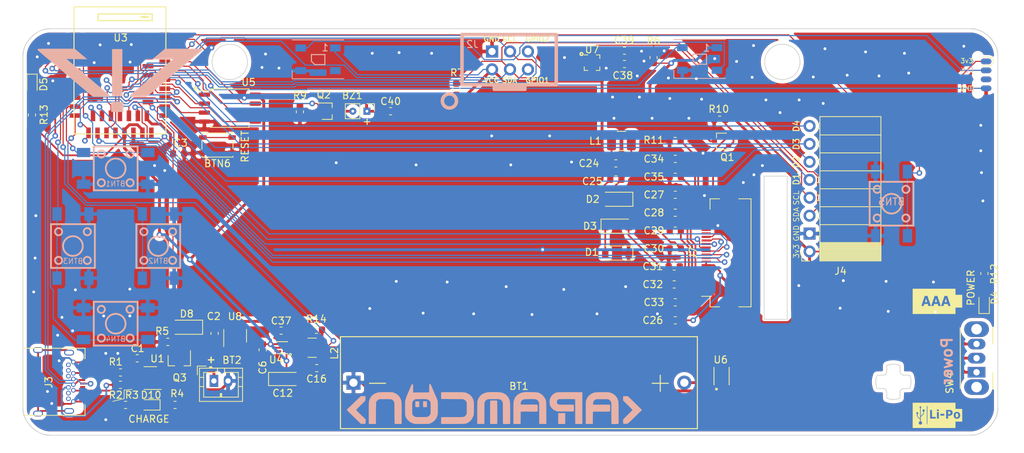
<source format=kicad_pcb>
(kicad_pcb (version 20171130) (host pcbnew "(5.1.5)-3")
  (layers (0 F.Cu signal) (31 B.Cu signal) (34 B.Paste user) (35 F.Paste user) (36 B.SilkS user) (37 F.SilkS user) (38 B.Mask user) (39 F.Mask user) (44 Edge.Cuts user))
  (net 0 "")
  (net 1 GND)
  (net 2 +3V3)
  (net 3 +5V)
  (net 4 /SCLK)
  (net 5 /MOSI)
  (net 6 "Net-(C25-Pad1)")
  (net 7 "Net-(C25-Pad2)")
  (net 8 "Net-(C27-Pad1)")
  (net 9 "Net-(C28-Pad1)")
  (net 10 "Net-(C29-Pad1)")
  (net 11 /Epaper/PREVGH)
  (net 12 "Net-(C31-Pad1)")
  (net 13 /Epaper/PREVGL)
  (net 14 "Net-(C33-Pad1)")
  (net 15 "Net-(C34-Pad1)")
  (net 16 "Net-(C35-Pad1)")
  (net 17 /D-)
  (net 18 /D+)
  (net 19 /DISPCS)
  (net 20 /DISPDC)
  (net 21 /DISPRST)
  (net 22 /DISPBUSY)
  (net 23 /SWDIO)
  (net 24 /SWDCLK)
  (net 25 "Net-(J7-Pad1)")
  (net 26 /Epaper/GDR)
  (net 27 /Epaper/RESE)
  (net 28 "Net-(J7-Pad6)")
  (net 29 "Net-(J7-Pad7)")
  (net 30 "Net-(U3-Pad41)")
  (net 31 "Net-(U3-Pad25)")
  (net 32 "Net-(D4-Pad2)")
  (net 33 "Net-(D5-Pad2)")
  (net 34 "Net-(D5-Pad1)")
  (net 35 "Net-(D6-Pad2)")
  (net 36 /NEOPIXEL)
  (net 37 "Net-(D7-Pad2)")
  (net 38 /SDA)
  (net 39 /SCL)
  (net 40 "Net-(U4-Pad5)")
  (net 41 "Net-(BT1-Pad1)")
  (net 42 "Net-(BZ1-Pad2)")
  (net 43 /V_BAT)
  (net 44 "Net-(C37-Pad1)")
  (net 45 "Net-(L2-Pad2)")
  (net 46 /VIBRATOR)
  (net 47 "Net-(SW4-Pad1)")
  (net 48 "Net-(U7-Pad12)")
  (net 49 "Net-(U7-Pad11)")
  (net 50 "Net-(J1-Pad8)")
  (net 51 "Net-(J1-Pad6)")
  (net 52 "Net-(J1-Pad2)")
  (net 53 "Net-(J1-Pad3)")
  (net 54 "Net-(J3-PadB8)")
  (net 55 "Net-(J3-PadB5)")
  (net 56 "Net-(J3-PadS1)")
  (net 57 "Net-(J3-PadA8)")
  (net 58 "Net-(J3-PadA5)")
  (net 59 /SAO_GPIO1)
  (net 60 /SAO_GPIO2)
  (net 61 "Net-(BT2-Pad1)")
  (net 62 "Net-(D10-Pad1)")
  (net 63 "Net-(R3-Pad1)")
  (net 64 "Net-(R4-Pad1)")
  (net 65 "Net-(U8-Pad4)")
  (net 66 "Net-(BTN1-Pad1)")
  (net 67 "Net-(BTN2-Pad1)")
  (net 68 "Net-(BTN3-Pad1)")
  (net 69 "Net-(BTN4-Pad1)")
  (net 70 "Net-(BTN5-Pad2)")
  (net 71 "Net-(BTN6-Pad2)")
  (net 72 /FM_~RST)
  (net 73 /FLASH_IO3)
  (net 74 /FLASH_IO2)
  (net 75 /FLASH_CS)
  (net 76 /FLASH_CLK)
  (net 77 /FLASH_DI)
  (net 78 /FLASH_DO)
  (net 79 /FM_GPIO2)
  (net 80 /FM_GPIO1)
  (net 81 /FM_~SEN)
  (net 82 "Net-(U3-Pad17)")
  (net 83 "Net-(C2-Pad1)")
  (net 84 "Net-(D8-Pad1)")
  (module buzzer:buzzer_footprint (layer F.Cu) (at 183.98 108.4 270)
    (fp_text reference BZ1 (at -2.228 0.796 180) (layer F.SilkS))
    (fp_text value Buzzer)
    (pad 2 thru_hole oval (at 0 0.73 270) (size 1 1) (drill 0.4) (layers *.Cu *.Mask) (net 42 "Net-(BZ1-Pad2)"))
    (pad 1 thru_hole rect (at 0 -1.27 270) (size 1 1) (drill 0.4) (layers *.Cu *.Mask) (net 2 +3V3))
  )
  (module bcaaapc:bcaaapc (layer F.Cu) (at 206.75 146.85)
    (fp_text reference BT1 (at 0 0.5) (layer F.SilkS))
    (fp_text value Battery_Cell)
    (fp_text user - (at -20 -0.15) (layer F.SilkS) (effects (font (size 3 3))))
    (fp_text user + (at 20 -0.15) (layer F.SilkS) (effects (font (size 3 3))))
    (pad 1 thru_hole circle (at 23.405 0) (size 2 2) (drill 1.17) (layers *.Cu *.Mask) (net 41 "Net-(BT1-Pad1)"))
    (pad 2 thru_hole rect (at -23.405 0) (size 2 2) (drill 1.17) (layers *.Cu *.Mask) (net 1 GND))
  )
  (module badge:KEY-SMD_4P-L6.0-W6.0-P4.50-LS9.5 (layer B.Cu) (at 259.475 121.5 270)
    (fp_text reference BTN5 (at -0.275 0 180) (layer B.SilkS) (effects (justify mirror)))
    (fp_text value ACTION)
    (pad 2 smd rect (at 4.55 -2.25 270) (size 1.9 1.3) (layers B.Cu B.Paste B.Mask) (net 70 "Net-(BTN5-Pad2)"))
    (pad 2 smd rect (at -4.55 -2.25 270) (size 1.9 1.3) (layers B.Cu B.Paste B.Mask) (net 70 "Net-(BTN5-Pad2)"))
    (pad 1 smd rect (at 4.55 2.25 270) (size 1.9 1.3) (layers B.Cu B.Paste B.Mask) (net 1 GND))
    (pad 1 smd rect (at -4.55 2.25 270) (size 1.9 1.3) (layers B.Cu B.Paste B.Mask) (net 1 GND))
  )
  (module badge:KEY-SMD_4P-L6.0-W6.0-P4.50-LS9.5 (layer B.Cu) (at 149.7 138.5)
    (fp_text reference BTN4 (at -0.005 2.16) (layer B.SilkS) (effects (font (size 0.75 0.75) (thickness 0.1)) (justify mirror)))
    (fp_text value RIGHT)
    (pad 2 smd rect (at 4.55 -2.25) (size 1.9 1.3) (layers B.Cu B.Paste B.Mask) (net 1 GND))
    (pad 2 smd rect (at -4.55 -2.25) (size 1.9 1.3) (layers B.Cu B.Paste B.Mask) (net 1 GND))
    (pad 1 smd rect (at 4.55 2.25) (size 1.9 1.3) (layers B.Cu B.Paste B.Mask) (net 69 "Net-(BTN4-Pad1)"))
    (pad 1 smd rect (at -4.55 2.25) (size 1.9 1.3) (layers B.Cu B.Paste B.Mask) (net 69 "Net-(BTN4-Pad1)"))
  )
  (module badge:KEY-SMD_4P-L6.0-W6.0-P4.50-LS9.5 (layer B.Cu) (at 155.72 127.5 270)
    (fp_text reference BTN2 (at 2.115 -0.01 180) (layer B.SilkS) (effects (font (size 0.75 0.75) (thickness 0.1)) (justify mirror)))
    (fp_text value LEFT)
    (pad 2 smd rect (at 4.55 -2.25 270) (size 1.9 1.3) (layers B.Cu B.Paste B.Mask) (net 1 GND))
    (pad 2 smd rect (at -4.55 -2.25 270) (size 1.9 1.3) (layers B.Cu B.Paste B.Mask) (net 1 GND))
    (pad 1 smd rect (at 4.55 2.25 270) (size 1.9 1.3) (layers B.Cu B.Paste B.Mask) (net 67 "Net-(BTN2-Pad1)"))
    (pad 1 smd rect (at -4.55 2.25 270) (size 1.9 1.3) (layers B.Cu B.Paste B.Mask) (net 67 "Net-(BTN2-Pad1)"))
  )
  (module badge:KEY-SMD_4P-L6.0-W6.0-P4.50-LS9.5 (layer B.Cu) (at 143.65 127.5 270)
    (fp_text reference BTN3 (at 2.14 -0.015 180) (layer B.SilkS) (effects (font (size 0.75 0.75) (thickness 0.1)) (justify mirror)))
    (fp_text value DOWN)
    (pad 2 smd rect (at 4.55 -2.25 270) (size 1.9 1.3) (layers B.Cu B.Paste B.Mask) (net 1 GND))
    (pad 2 smd rect (at -4.55 -2.25 270) (size 1.9 1.3) (layers B.Cu B.Paste B.Mask) (net 1 GND))
    (pad 1 smd rect (at 4.55 2.25 270) (size 1.9 1.3) (layers B.Cu B.Paste B.Mask) (net 68 "Net-(BTN3-Pad1)"))
    (pad 1 smd rect (at -4.55 2.25 270) (size 1.9 1.3) (layers B.Cu B.Paste B.Mask) (net 68 "Net-(BTN3-Pad1)"))
  )
  (module badge:KEY-SMD_4P-L6.0-W6.0-P4.50-LS9.5 (layer B.Cu) (at 149.7 116.5 180)
    (fp_text reference BTN1 (at 0.035 -2.18) (layer B.SilkS) (effects (font (size 0.75 0.75) (thickness 0.1)) (justify mirror)))
    (fp_text value TOP)
    (pad 2 smd rect (at 4.55 -2.25 180) (size 1.9 1.3) (layers B.Cu B.Paste B.Mask) (net 1 GND))
    (pad 2 smd rect (at -4.55 -2.25 180) (size 1.9 1.3) (layers B.Cu B.Paste B.Mask) (net 1 GND))
    (pad 1 smd rect (at 4.55 2.25 180) (size 1.9 1.3) (layers B.Cu B.Paste B.Mask) (net 66 "Net-(BTN1-Pad1)"))
    (pad 1 smd rect (at -4.55 2.25 180) (size 1.9 1.3) (layers B.Cu B.Paste B.Mask) (net 66 "Net-(BTN1-Pad1)"))
  )
  (module badge:badge-2020 (layer F.Cu) (at 210.4 125.525)
    (fp_text reference SHAPE hide)
    (fp_text value "" hide)
    (fp_line (start 33.620003 -26.61) (end 33.620003 -26.61) (layer Edge.Cuts) (width 0.1))
    (fp_line (start 33.620003 -26.61) (end 33.620003 -26.61) (layer Edge.Cuts) (width 0.1))
    (fp_line (start 33.371876 -26.599492) (end 33.620003 -26.61) (layer Edge.Cuts) (width 0.1))
    (fp_line (start 33.125864 -26.565071) (end 33.371876 -26.599492) (layer Edge.Cuts) (width 0.1))
    (fp_line (start 32.884343 -26.507194) (end 33.125864 -26.565071) (layer Edge.Cuts) (width 0.1))
    (fp_line (start 32.649691 -26.426321) (end 32.884343 -26.507194) (layer Edge.Cuts) (width 0.1))
    (fp_line (start 32.424283 -26.322908) (end 32.649691 -26.426321) (layer Edge.Cuts) (width 0.1))
    (fp_line (start 32.210496 -26.197416) (end 32.424283 -26.322908) (layer Edge.Cuts) (width 0.1))
    (fp_line (start 32.010707 -26.050302) (end 32.210496 -26.197416) (layer Edge.Cuts) (width 0.1))
    (fp_line (start 31.827293 -25.882023) (end 32.010707 -26.050302) (layer Edge.Cuts) (width 0.1))
    (fp_line (start 31.696056 -25.739568) (end 31.827293 -25.882023) (layer Edge.Cuts) (width 0.1))
    (fp_line (start 31.578098 -25.587284) (end 31.696056 -25.739568) (layer Edge.Cuts) (width 0.1))
    (fp_line (start 31.473477 -25.426242) (end 31.578098 -25.587284) (layer Edge.Cuts) (width 0.1))
    (fp_line (start 31.382252 -25.257512) (end 31.473477 -25.426242) (layer Edge.Cuts) (width 0.1))
    (fp_line (start 31.240222 -24.901268) (end 31.382252 -25.257512) (layer Edge.Cuts) (width 0.1))
    (fp_line (start 31.152476 -24.527111) (end 31.240222 -24.901268) (layer Edge.Cuts) (width 0.1))
    (fp_line (start 31.119478 -24.143603) (end 31.152476 -24.527111) (layer Edge.Cuts) (width 0.1))
    (fp_line (start 31.141696 -23.759304) (end 31.119478 -24.143603) (layer Edge.Cuts) (width 0.1))
    (fp_line (start 31.219595 -23.382775) (end 31.141696 -23.759304) (layer Edge.Cuts) (width 0.1))
    (fp_line (start 31.279571 -23.200099) (end 31.219595 -23.382775) (layer Edge.Cuts) (width 0.1))
    (fp_line (start 31.353643 -23.022576) (end 31.279571 -23.200099) (layer Edge.Cuts) (width 0.1))
    (fp_line (start 31.494974 -22.757264) (end 31.353643 -23.022576) (layer Edge.Cuts) (width 0.1))
    (fp_line (start 31.669312 -22.513555) (end 31.494974 -22.757264) (layer Edge.Cuts) (width 0.1))
    (fp_line (start 31.872907 -22.293907) (end 31.669312 -22.513555) (layer Edge.Cuts) (width 0.1))
    (fp_line (start 32.102009 -22.100778) (end 31.872907 -22.293907) (layer Edge.Cuts) (width 0.1))
    (fp_line (start 32.35287 -21.936626) (end 32.102009 -22.100778) (layer Edge.Cuts) (width 0.1))
    (fp_line (start 32.621739 -21.80391) (end 32.35287 -21.936626) (layer Edge.Cuts) (width 0.1))
    (fp_line (start 32.904866 -21.705088) (end 32.621739 -21.80391) (layer Edge.Cuts) (width 0.1))
    (fp_line (start 33.198503 -21.642618) (end 32.904866 -21.705088) (layer Edge.Cuts) (width 0.1))
    (fp_line (start 33.507142 -21.610995) (end 33.198503 -21.642618) (layer Edge.Cuts) (width 0.1))
    (fp_line (start 33.817749 -21.616239) (end 33.507142 -21.610995) (layer Edge.Cuts) (width 0.1))
    (fp_line (start 34.125707 -21.65781) (end 33.817749 -21.616239) (layer Edge.Cuts) (width 0.1))
    (fp_line (start 34.426401 -21.735166) (end 34.125707 -21.65781) (layer Edge.Cuts) (width 0.1))
    (fp_line (start 34.715213 -21.847764) (end 34.426401 -21.735166) (layer Edge.Cuts) (width 0.1))
    (fp_line (start 34.987529 -21.995063) (end 34.715213 -21.847764) (layer Edge.Cuts) (width 0.1))
    (fp_line (start 35.238731 -22.176522) (end 34.987529 -21.995063) (layer Edge.Cuts) (width 0.1))
    (fp_line (start 35.464203 -22.391598) (end 35.238731 -22.176522) (layer Edge.Cuts) (width 0.1))
    (fp_line (start 35.604872 -22.555861) (end 35.464203 -22.391598) (layer Edge.Cuts) (width 0.1))
    (fp_line (start 35.728679 -22.731698) (end 35.604872 -22.555861) (layer Edge.Cuts) (width 0.1))
    (fp_line (start 35.835586 -22.917619) (end 35.728679 -22.731698) (layer Edge.Cuts) (width 0.1))
    (fp_line (start 35.925552 -23.112135) (end 35.835586 -22.917619) (layer Edge.Cuts) (width 0.1))
    (fp_line (start 35.998539 -23.313755) (end 35.925552 -23.112135) (layer Edge.Cuts) (width 0.1))
    (fp_line (start 36.054508 -23.52099) (end 35.998539 -23.313755) (layer Edge.Cuts) (width 0.1))
    (fp_line (start 36.09342 -23.732348) (end 36.054508 -23.52099) (layer Edge.Cuts) (width 0.1))
    (fp_line (start 36.115236 -23.946341) (end 36.09342 -23.732348) (layer Edge.Cuts) (width 0.1))
    (fp_line (start 36.119916 -24.161478) (end 36.115236 -23.946341) (layer Edge.Cuts) (width 0.1))
    (fp_line (start 36.107421 -24.376269) (end 36.119916 -24.161478) (layer Edge.Cuts) (width 0.1))
    (fp_line (start 36.077714 -24.589223) (end 36.107421 -24.376269) (layer Edge.Cuts) (width 0.1))
    (fp_line (start 36.030753 -24.798852) (end 36.077714 -24.589223) (layer Edge.Cuts) (width 0.1))
    (fp_line (start 35.966501 -25.003664) (end 36.030753 -24.798852) (layer Edge.Cuts) (width 0.1))
    (fp_line (start 35.884918 -25.20217) (end 35.966501 -25.003664) (layer Edge.Cuts) (width 0.1))
    (fp_line (start 35.785965 -25.39288) (end 35.884918 -25.20217) (layer Edge.Cuts) (width 0.1))
    (fp_line (start 35.669603 -25.574303) (end 35.785965 -25.39288) (layer Edge.Cuts) (width 0.1))
    (fp_line (start 35.483835 -25.809099) (end 35.669603 -25.574303) (layer Edge.Cuts) (width 0.1))
    (fp_line (start 35.269792 -26.016495) (end 35.483835 -25.809099) (layer Edge.Cuts) (width 0.1))
    (fp_line (start 35.03155 -26.195145) (end 35.269792 -26.016495) (layer Edge.Cuts) (width 0.1))
    (fp_line (start 34.773184 -26.3437) (end 35.03155 -26.195145) (layer Edge.Cuts) (width 0.1))
    (fp_line (start 34.498771 -26.460811) (end 34.773184 -26.3437) (layer Edge.Cuts) (width 0.1))
    (fp_line (start 34.212386 -26.54513) (end 34.498771 -26.460811) (layer Edge.Cuts) (width 0.1))
    (fp_line (start 33.918105 -26.595309) (end 34.212386 -26.54513) (layer Edge.Cuts) (width 0.1))
    (fp_line (start 33.620003 -26.61) (end 33.918105 -26.595309) (layer Edge.Cuts) (width 0.1))
    (fp_line (start -44.559997 -26.61) (end -44.559997 -26.61) (layer Edge.Cuts) (width 0.1))
    (fp_line (start -44.559997 -26.61) (end -44.559997 -26.61) (layer Edge.Cuts) (width 0.1))
    (fp_line (start -44.808131 -26.599474) (end -44.559997 -26.61) (layer Edge.Cuts) (width 0.1))
    (fp_line (start -45.054161 -26.56505) (end -44.808131 -26.599474) (layer Edge.Cuts) (width 0.1))
    (fp_line (start -45.295705 -26.507182) (end -45.054161 -26.56505) (layer Edge.Cuts) (width 0.1))
    (fp_line (start -45.530384 -26.426322) (end -45.295705 -26.507182) (layer Edge.Cuts) (width 0.1))
    (fp_line (start -45.755817 -26.322922) (end -45.530384 -26.426322) (layer Edge.Cuts) (width 0.1))
    (fp_line (start -45.969623 -26.197435) (end -45.755817 -26.322922) (layer Edge.Cuts) (width 0.1))
    (fp_line (start -46.169423 -26.050313) (end -45.969623 -26.197435) (layer Edge.Cuts) (width 0.1))
    (fp_line (start -46.352837 -25.88201) (end -46.169423 -26.050313) (layer Edge.Cuts) (width 0.1))
    (fp_line (start -46.482214 -25.741773) (end -46.352837 -25.88201) (layer Edge.Cuts) (width 0.1))
    (fp_line (start -46.59869 -25.591973) (end -46.482214 -25.741773) (layer Edge.Cuts) (width 0.1))
    (fp_line (start -46.702213 -25.433634) (end -46.59869 -25.591973) (layer Edge.Cuts) (width 0.1))
    (fp_line (start -46.79273 -25.267781) (end -46.702213 -25.433634) (layer Edge.Cuts) (width 0.1))
    (fp_line (start -46.934534 -24.917628) (end -46.79273 -25.267781) (layer Edge.Cuts) (width 0.1))
    (fp_line (start -47.02368 -24.549709) (end -46.934534 -24.917628) (layer Edge.Cuts) (width 0.1))
    (fp_line (start -47.059747 -24.172218) (end -47.02368 -24.549709) (layer Edge.Cuts) (width 0.1))
    (fp_line (start -47.042311 -23.79335) (end -47.059747 -24.172218) (layer Edge.Cuts) (width 0.1))
    (fp_line (start -46.970952 -23.421298) (end -47.042311 -23.79335) (layer Edge.Cuts) (width 0.1))
    (fp_line (start -46.845247 -23.064258) (end -46.970952 -23.421298) (layer Edge.Cuts) (width 0.1))
    (fp_line (start -46.708955 -22.796477) (end -46.845247 -23.064258) (layer Edge.Cuts) (width 0.1))
    (fp_line (start -46.539326 -22.549574) (end -46.708955 -22.796477) (layer Edge.Cuts) (width 0.1))
    (fp_line (start -46.340038 -22.326115) (end -46.539326 -22.549574) (layer Edge.Cuts) (width 0.1))
    (fp_line (start -46.11477 -22.128668) (end -46.340038 -22.326115) (layer Edge.Cuts) (width 0.1))
    (fp_line (start -45.867202 -21.959797) (end -46.11477 -22.128668) (layer Edge.Cuts) (width 0.1))
    (fp_line (start -45.601012 -21.822069) (end -45.867202 -21.959797) (layer Edge.Cuts) (width 0.1))
    (fp_line (start -45.319878 -21.718051) (end -45.601012 -21.822069) (layer Edge.Cuts) (width 0.1))
    (fp_line (start -45.027481 -21.650308) (end -45.319878 -21.718051) (layer Edge.Cuts) (width 0.1))
    (fp_line (start -44.715505 -21.613154) (end -45.027481 -21.650308) (layer Edge.Cuts) (width 0.1))
    (fp_line (start -44.400893 -21.613713) (end -44.715505 -21.613154) (layer Edge.Cuts) (width 0.1))
    (fp_line (start -44.088433 -21.65148) (end -44.400893 -21.613713) (layer Edge.Cuts) (width 0.1))
    (fp_line (start -43.782912 -21.725948) (end -44.088433 -21.65148) (layer Edge.Cuts) (width 0.1))
    (fp_line (start -43.489119 -21.836612) (end -43.782912 -21.725948) (layer Edge.Cuts) (width 0.1))
    (fp_line (start -43.211842 -21.982964) (end -43.489119 -21.836612) (layer Edge.Cuts) (width 0.1))
    (fp_line (start -42.955869 -22.164499) (end -43.211842 -21.982964) (layer Edge.Cuts) (width 0.1))
    (fp_line (start -42.725989 -22.380711) (end -42.955869 -22.164499) (layer Edge.Cuts) (width 0.1))
    (fp_line (start -42.583664 -22.544792) (end -42.725989 -22.380711) (layer Edge.Cuts) (width 0.1))
    (fp_line (start -42.458331 -22.720663) (end -42.583664 -22.544792) (layer Edge.Cuts) (width 0.1))
    (fp_line (start -42.350031 -22.906812) (end -42.458331 -22.720663) (layer Edge.Cuts) (width 0.1))
    (fp_line (start -42.258804 -23.101728) (end -42.350031 -22.906812) (layer Edge.Cuts) (width 0.1))
    (fp_line (start -42.184689 -23.303899) (end -42.258804 -23.101728) (layer Edge.Cuts) (width 0.1))
    (fp_line (start -42.127727 -23.511814) (end -42.184689 -23.303899) (layer Edge.Cuts) (width 0.1))
    (fp_line (start -42.087958 -23.72396) (end -42.127727 -23.511814) (layer Edge.Cuts) (width 0.1))
    (fp_line (start -42.065421 -23.938826) (end -42.087958 -23.72396) (layer Edge.Cuts) (width 0.1))
    (fp_line (start -42.060156 -24.154902) (end -42.065421 -23.938826) (layer Edge.Cuts) (width 0.1))
    (fp_line (start -42.072204 -24.370675) (end -42.060156 -24.154902) (layer Edge.Cuts) (width 0.1))
    (fp_line (start -42.101605 -24.584633) (end -42.072204 -24.370675) (layer Edge.Cuts) (width 0.1))
    (fp_line (start -42.148398 -24.795265) (end -42.101605 -24.584633) (layer Edge.Cuts) (width 0.1))
    (fp_line (start -42.212624 -25.00106) (end -42.148398 -24.795265) (layer Edge.Cuts) (width 0.1))
    (fp_line (start -42.294323 -25.200505) (end -42.212624 -25.00106) (layer Edge.Cuts) (width 0.1))
    (fp_line (start -42.393534 -25.39209) (end -42.294323 -25.200505) (layer Edge.Cuts) (width 0.1))
    (fp_line (start -42.510297 -25.574303) (end -42.393534 -25.39209) (layer Edge.Cuts) (width 0.1))
    (fp_line (start -42.696086 -25.809096) (end -42.510297 -25.574303) (layer Edge.Cuts) (width 0.1))
    (fp_line (start -42.910146 -26.016487) (end -42.696086 -25.809096) (layer Edge.Cuts) (width 0.1))
    (fp_line (start -43.148402 -26.195131) (end -42.910146 -26.016487) (layer Edge.Cuts) (width 0.1))
    (fp_line (start -43.406779 -26.34368) (end -43.148402 -26.195131) (layer Edge.Cuts) (width 0.1))
    (fp_line (start -43.681202 -26.460788) (end -43.406779 -26.34368) (layer Edge.Cuts) (width 0.1))
    (fp_line (start -43.967596 -26.545108) (end -43.681202 -26.460788) (layer Edge.Cuts) (width 0.1))
    (fp_line (start -44.261886 -26.595295) (end -43.967596 -26.545108) (layer Edge.Cuts) (width 0.1))
    (fp_line (start -44.559997 -26.61) (end -44.261886 -26.595295) (layer Edge.Cuts) (width 0.1))
    (fp_line (start 32.680003 -7.93) (end 32.680003 -7.93) (layer Edge.Cuts) (width 0.1))
    (fp_line (start 31.050003 -7.93) (end 32.680003 -7.93) (layer Edge.Cuts) (width 0.1))
    (fp_line (start 31.050003 12.36) (end 31.050003 -7.93) (layer Edge.Cuts) (width 0.1))
    (fp_line (start 34.310003 12.36) (end 31.050003 12.36) (layer Edge.Cuts) (width 0.1))
    (fp_line (start 34.310003 -7.93) (end 34.310003 12.36) (layer Edge.Cuts) (width 0.1))
    (fp_line (start 32.680003 -7.93) (end 34.310003 -7.93) (layer Edge.Cuts) (width 0.1))
    (fp_line (start -70.029997 -28.81) (end -70.029997 -28.81) (layer Edge.Cuts) (width 0.1))
    (fp_line (start 60.310003 -28.81) (end -70.029997 -28.81) (layer Edge.Cuts) (width 0.1))
    (fp_line (start 60.332303 -28.809916) (end 60.310003 -28.81) (layer Edge.Cuts) (width 0.1))
    (fp_line (start 60.354603 -28.809657) (end 60.332303 -28.809916) (layer Edge.Cuts) (width 0.1))
    (fp_line (start 60.376903 -28.809227) (end 60.354603 -28.809657) (layer Edge.Cuts) (width 0.1))
    (fp_line (start 60.399203 -28.808625) (end 60.376903 -28.809227) (layer Edge.Cuts) (width 0.1))
    (fp_line (start 60.421403 -28.807853) (end 60.399203 -28.808625) (layer Edge.Cuts) (width 0.1))
    (fp_line (start 60.443703 -28.806911) (end 60.421403 -28.807853) (layer Edge.Cuts) (width 0.1))
    (fp_line (start 60.465903 -28.805801) (end 60.443703 -28.806911) (layer Edge.Cuts) (width 0.1))
    (fp_line (start 60.488203 -28.804521) (end 60.465903 -28.805801) (layer Edge.Cuts) (width 0.1))
    (fp_line (start 60.510403 -28.803071) (end 60.488203 -28.804521) (layer Edge.Cuts) (width 0.1))
    (fp_line (start 60.532603 -28.801461) (end 60.510403 -28.803071) (layer Edge.Cuts) (width 0.1))
    (fp_line (start 60.554803 -28.799681) (end 60.532603 -28.801461) (layer Edge.Cuts) (width 0.1))
    (fp_line (start 60.577003 -28.797731) (end 60.554803 -28.799681) (layer Edge.Cuts) (width 0.1))
    (fp_line (start 60.599203 -28.795621) (end 60.577003 -28.797731) (layer Edge.Cuts) (width 0.1))
    (fp_line (start 60.621403 -28.793351) (end 60.599203 -28.795621) (layer Edge.Cuts) (width 0.1))
    (fp_line (start 60.643603 -28.790911) (end 60.621403 -28.793351) (layer Edge.Cuts) (width 0.1))
    (fp_line (start 60.665803 -28.788311) (end 60.643603 -28.790911) (layer Edge.Cuts) (width 0.1))
    (fp_line (start 60.688003 -28.785551) (end 60.665803 -28.788311) (layer Edge.Cuts) (width 0.1))
    (fp_line (start 60.710203 -28.782621) (end 60.688003 -28.785551) (layer Edge.Cuts) (width 0.1))
    (fp_line (start 60.732303 -28.779531) (end 60.710203 -28.782621) (layer Edge.Cuts) (width 0.1))
    (fp_line (start 60.754403 -28.776281) (end 60.732303 -28.779531) (layer Edge.Cuts) (width 0.1))
    (fp_line (start 60.776503 -28.772871) (end 60.754403 -28.776281) (layer Edge.Cuts) (width 0.1))
    (fp_line (start 60.798603 -28.769311) (end 60.776503 -28.772871) (layer Edge.Cuts) (width 0.1))
    (fp_line (start 60.820703 -28.765591) (end 60.798603 -28.769311) (layer Edge.Cuts) (width 0.1))
    (fp_line (start 60.842803 -28.761711) (end 60.820703 -28.765591) (layer Edge.Cuts) (width 0.1))
    (fp_line (start 60.864903 -28.757671) (end 60.842803 -28.761711) (layer Edge.Cuts) (width 0.1))
    (fp_line (start 60.886903 -28.753481) (end 60.864903 -28.757671) (layer Edge.Cuts) (width 0.1))
    (fp_line (start 60.908903 -28.749131) (end 60.886903 -28.753481) (layer Edge.Cuts) (width 0.1))
    (fp_line (start 60.930903 -28.744631) (end 60.908903 -28.749131) (layer Edge.Cuts) (width 0.1))
    (fp_line (start 60.952903 -28.739971) (end 60.930903 -28.744631) (layer Edge.Cuts) (width 0.1))
    (fp_line (start 60.974903 -28.735161) (end 60.952903 -28.739971) (layer Edge.Cuts) (width 0.1))
    (fp_line (start 60.996803 -28.730201) (end 60.974903 -28.735161) (layer Edge.Cuts) (width 0.1))
    (fp_line (start 61.018703 -28.725081) (end 60.996803 -28.730201) (layer Edge.Cuts) (width 0.1))
    (fp_line (start 61.040603 -28.719811) (end 61.018703 -28.725081) (layer Edge.Cuts) (width 0.1))
    (fp_line (start 61.062503 -28.714391) (end 61.040603 -28.719811) (layer Edge.Cuts) (width 0.1))
    (fp_line (start 61.084403 -28.708821) (end 61.062503 -28.714391) (layer Edge.Cuts) (width 0.1))
    (fp_line (start 61.106203 -28.703101) (end 61.084403 -28.708821) (layer Edge.Cuts) (width 0.1))
    (fp_line (start 61.149803 -28.691217) (end 61.106203 -28.703101) (layer Edge.Cuts) (width 0.1))
    (fp_line (start 61.193303 -28.678743) (end 61.149803 -28.691217) (layer Edge.Cuts) (width 0.1))
    (fp_line (start 61.236703 -28.665685) (end 61.193303 -28.678743) (layer Edge.Cuts) (width 0.1))
    (fp_line (start 61.280003 -28.652047) (end 61.236703 -28.665685) (layer Edge.Cuts) (width 0.1))
    (fp_line (start 61.323203 -28.637836) (end 61.280003 -28.652047) (layer Edge.Cuts) (width 0.1))
    (fp_line (start 61.366203 -28.623056) (end 61.323203 -28.637836) (layer Edge.Cuts) (width 0.1))
    (fp_line (start 61.409103 -28.607713) (end 61.366203 -28.623056) (layer Edge.Cuts) (width 0.1))
    (fp_line (start 61.451903 -28.591812) (end 61.409103 -28.607713) (layer Edge.Cuts) (width 0.1))
    (fp_line (start 61.494503 -28.575359) (end 61.451903 -28.591812) (layer Edge.Cuts) (width 0.1))
    (fp_line (start 61.537003 -28.558359) (end 61.494503 -28.575359) (layer Edge.Cuts) (width 0.1))
    (fp_line (start 61.579303 -28.540818) (end 61.537003 -28.558359) (layer Edge.Cuts) (width 0.1))
    (fp_line (start 61.621503 -28.522741) (end 61.579303 -28.540818) (layer Edge.Cuts) (width 0.1))
    (fp_line (start 61.663503 -28.504133) (end 61.621503 -28.522741) (layer Edge.Cuts) (width 0.1))
    (fp_line (start 61.705303 -28.484999) (end 61.663503 -28.504133) (layer Edge.Cuts) (width 0.1))
    (fp_line (start 61.747003 -28.465345) (end 61.705303 -28.484999) (layer Edge.Cuts) (width 0.1))
    (fp_line (start 61.788503 -28.445177) (end 61.747003 -28.465345) (layer Edge.Cuts) (width 0.1))
    (fp_line (start 61.829803 -28.424499) (end 61.788503 -28.445177) (layer Edge.Cuts) (width 0.1))
    (fp_line (start 61.870903 -28.403318) (end 61.829803 -28.424499) (layer Edge.Cuts) (width 0.1))
    (fp_line (start 61.911803 -28.381638) (end 61.870903 -28.403318) (layer Edge.Cuts) (width 0.1))
    (fp_line (start 61.952503 -28.359465) (end 61.911803 -28.381638) (layer Edge.Cuts) (width 0.1))
    (fp_line (start 61.993003 -28.336804) (end 61.952503 -28.359465) (layer Edge.Cuts) (width 0.1))
    (fp_line (start 62.033303 -28.313661) (end 61.993003 -28.336804) (layer Edge.Cuts) (width 0.1))
    (fp_line (start 62.073403 -28.290041) (end 62.033303 -28.313661) (layer Edge.Cuts) (width 0.1))
    (fp_line (start 62.113303 -28.265949) (end 62.073403 -28.290041) (layer Edge.Cuts) (width 0.1))
    (fp_line (start 62.152903 -28.241391) (end 62.113303 -28.265949) (layer Edge.Cuts) (width 0.1))
    (fp_line (start 62.192303 -28.216372) (end 62.152903 -28.241391) (layer Edge.Cuts) (width 0.1))
    (fp_line (start 62.231503 -28.190898) (end 62.192303 -28.216372) (layer Edge.Cuts) (width 0.1))
    (fp_line (start 62.270403 -28.164973) (end 62.231503 -28.190898) (layer Edge.Cuts) (width 0.1))
    (fp_line (start 62.309103 -28.138604) (end 62.270403 -28.164973) (layer Edge.Cuts) (width 0.1))
    (fp_line (start 62.347503 -28.111795) (end 62.309103 -28.138604) (layer Edge.Cuts) (width 0.1))
    (fp_line (start 62.385603 -28.084553) (end 62.347503 -28.111795) (layer Edge.Cuts) (width 0.1))
    (fp_line (start 62.423503 -28.056882) (end 62.385603 -28.084553) (layer Edge.Cuts) (width 0.1))
    (fp_line (start 62.461103 -28.028788) (end 62.423503 -28.056882) (layer Edge.Cuts) (width 0.1))
    (fp_line (start 62.498403 -28.000276) (end 62.461103 -28.028788) (layer Edge.Cuts) (width 0.1))
    (fp_line (start 62.535403 -27.971352) (end 62.498403 -28.000276) (layer Edge.Cuts) (width 0.1))
    (fp_line (start 62.572203 -27.94202) (end 62.535403 -27.971352) (layer Edge.Cuts) (width 0.1))
    (fp_line (start 62.608703 -27.912287) (end 62.572203 -27.94202) (layer Edge.Cuts) (width 0.1))
    (fp_line (start 62.644903 -27.882157) (end 62.608703 -27.912287) (layer Edge.Cuts) (width 0.1))
    (fp_line (start 62.680803 -27.851637) (end 62.644903 -27.882157) (layer Edge.Cuts) (width 0.1))
    (fp_line (start 62.716303 -27.820731) (end 62.680803 -27.851637) (layer Edge.Cuts) (width 0.1))
    (fp_line (start 62.751503 -27.789445) (end 62.716303 -27.820731) (layer Edge.Cuts) (width 0.1))
    (fp_line (start 62.786403 -27.757784) (end 62.751503 -27.789445) (layer Edge.Cuts) (width 0.1))
    (fp_line (start 62.821003 -27.725754) (end 62.786403 -27.757784) (layer Edge.Cuts) (width 0.1))
    (fp_line (start 62.855303 -27.693359) (end 62.821003 -27.725754) (layer Edge.Cuts) (width 0.1))
    (fp_line (start 62.889203 -27.660606) (end 62.855303 -27.693359) (layer Edge.Cuts) (width 0.1))
    (fp_line (start 62.922803 -27.6275) (end 62.889203 -27.660606) (layer Edge.Cuts) (width 0.1))
    (fp_line (start 62.956003 -27.594046) (end 62.922803 -27.6275) (layer Edge.Cuts) (width 0.1))
    (fp_line (start 62.988903 -27.560249) (end 62.956003 -27.594046) (layer Edge.Cuts) (width 0.1))
    (fp_line (start 63.021403 -27.526115) (end 62.988903 -27.560249) (layer Edge.Cuts) (width 0.1))
    (fp_line (start 63.053503 -27.491649) (end 63.021403 -27.526115) (layer Edge.Cuts) (width 0.1))
    (fp_line (start 63.085303 -27.456857) (end 63.053503 -27.491649) (layer Edge.Cuts) (width 0.1))
    (fp_line (start 63.116703 -27.421744) (end 63.085303 -27.456857) (layer Edge.Cuts) (width 0.1))
    (fp_line (start 63.147703 -27.386315) (end 63.116703 -27.421744) (layer Edge.Cuts) (width 0.1))
    (fp_line (start 63.178303 -27.350576) (end 63.147703 -27.386315) (layer Edge.Cuts) (width 0.1))
    (fp_line (start 63.208603 -27.314532) (end 63.178303 -27.350576) (layer Edge.Cuts) (width 0.1))
    (fp_line (start 63.238403 -27.278189) (end 63.208603 -27.314532) (layer Edge.Cuts) (width 0.1))
    (fp_line (start 63.267903 -27.241552) (end 63.238403 -27.278189) (layer Edge.Cuts) (width 0.1))
    (fp_line (start 63.296903 -27.204626) (end 63.267903 -27.241552) (layer Edge.Cuts) (width 0.1))
    (fp_line (start 63.325503 -27.167417) (end 63.296903 -27.204626) (layer Edge.Cuts) (width 0.1))
    (fp_line (start 63.353703 -27.129929) (end 63.325503 -27.167417) (layer Edge.Cuts) (width 0.1))
    (fp_line (start 63.381503 -27.092169) (end 63.353703 -27.129929) (layer Edge.Cuts) (width 0.1))
    (fp_line (start 63.408903 -27.054142) (end 63.381503 -27.092169) (layer Edge.Cuts) (width 0.1))
    (fp_line (start 63.435803 -27.015853) (end 63.408903 -27.054142) (layer Edge.Cuts) (width 0.1))
    (fp_line (start 63.462303 -26.977307) (end 63.435803 -27.015853) (layer Edge.Cuts) (width 0.1))
    (fp_line (start 63.488303 -26.93851) (end 63.462303 -26.977307) (layer Edge.Cuts) (width 0.1))
    (fp_line (start 63.513903 -26.899468) (end 63.488303 -26.93851) (layer Edge.Cuts) (width 0.1))
    (fp_line (start 63.539003 -26.860185) (end 63.513903 -26.899468) (layer Edge.Cuts) (width 0.1))
    (fp_line (start 63.563703 -26.820667) (end 63.539003 -26.860185) (layer Edge.Cuts) (width 0.1))
    (fp_line (start 63.587903 -26.78092) (end 63.563703 -26.820667) (layer Edge.Cuts) (width 0.1))
    (fp_line (start 63.611603 -26.740948) (end 63.587903 -26.78092) (layer Edge.Cuts) (width 0.1))
    (fp_line (start 63.634803 -26.700758) (end 63.611603 -26.740948) (layer Edge.Cuts) (width 0.1))
    (fp_line (start 63.657603 -26.660354) (end 63.634803 -26.700758) (layer Edge.Cuts) (width 0.1))
    (fp_line (start 63.679903 -26.619742) (end 63.657603 -26.660354) (layer Edge.Cuts) (width 0.1))
    (fp_line (start 63.701703 -26.578928) (end 63.679903 -26.619742) (layer Edge.Cuts) (width 0.1))
    (fp_line (start 63.723003 -26.537916) (end 63.701703 -26.578928) (layer Edge.Cuts) (width 0.1))
    (fp_line (start 63.743803 -26.496712) (end 63.723003 -26.537916) (layer Edge.Cuts) (width 0.1))
    (fp_line (start 63.764103 -26.455322) (end 63.743803 -26.496712) (layer Edge.Cuts) (width 0.1))
    (fp_line (start 63.783803 -26.413751) (end 63.764103 -26.455322) (layer Edge.Cuts) (width 0.1))
    (fp_line (start 63.803003 -26.372004) (end 63.783803 -26.413751) (layer Edge.Cuts) (width 0.1))
    (fp_line (start 63.821703 -26.330086) (end 63.803003 -26.372004) (layer Edge.Cuts) (width 0.1))
    (fp_line (start 63.839903 -26.288003) (end 63.821703 -26.330086) (layer Edge.Cuts) (width 0.1))
    (fp_line (start 63.857503 -26.245761) (end 63.839903 -26.288003) (layer Edge.Cuts) (width 0.1))
    (fp_line (start 63.874603 -26.203365) (end 63.857503 -26.245761) (layer Edge.Cuts) (width 0.1))
    (fp_line (start 63.891103 -26.16082) (end 63.874603 -26.203365) (layer Edge.Cuts) (width 0.1))
    (fp_line (start 63.907103 -26.118131) (end 63.891103 -26.16082) (layer Edge.Cuts) (width 0.1))
    (fp_line (start 63.922503 -26.075304) (end 63.907103 -26.118131) (layer Edge.Cuts) (width 0.1))
    (fp_line (start 63.937303 -26.032344) (end 63.922503 -26.075304) (layer Edge.Cuts) (width 0.1))
    (fp_line (start 63.951603 -25.989257) (end 63.937303 -26.032344) (layer Edge.Cuts) (width 0.1))
    (fp_line (start 63.965303 -25.946048) (end 63.951603 -25.989257) (layer Edge.Cuts) (width 0.1))
    (fp_line (start 63.978403 -25.902722) (end 63.965303 -25.946048) (layer Edge.Cuts) (width 0.1))
    (fp_line (start 63.990903 -25.859285) (end 63.978403 -25.902722) (layer Edge.Cuts) (width 0.1))
    (fp_line (start 63.996903 -25.837526) (end 63.990903 -25.859285) (layer Edge.Cuts) (width 0.1))
    (fp_line (start 64.002903 -25.815742) (end 63.996903 -25.837526) (layer Edge.Cuts) (width 0.1))
    (fp_line (start 64.008903 -25.793933) (end 64.002903 -25.815742) (layer Edge.Cuts) (width 0.1))
    (fp_line (start 64.014903 -25.772099) (end 64.008903 -25.793933) (layer Edge.Cuts) (width 0.1))
    (fp_line (start 64.019903 -25.750241) (end 64.014903 -25.772099) (layer Edge.Cuts) (width 0.1))
    (fp_line (start 64.024903 -25.72836) (end 64.019903 -25.750241) (layer Edge.Cuts) (width 0.1))
    (fp_line (start 64.029903 -25.706457) (end 64.024903 -25.72836) (layer Edge.Cuts) (width 0.1))
    (fp_line (start 64.034903 -25.684532) (end 64.029903 -25.706457) (layer Edge.Cuts) (width 0.1))
    (fp_line (start 64.039903 -25.662586) (end 64.034903 -25.684532) (layer Edge.Cuts) (width 0.1))
    (fp_line (start 64.044903 -25.640619) (end 64.039903 -25.662586) (layer Edge.Cuts) (width 0.1))
    (fp_line (start 64.049903 -25.618633) (end 64.044903 -25.640619) (layer Edge.Cuts) (width 0.1))
    (fp_line (start 64.053903 -25.596628) (end 64.049903 -25.618633) (layer Edge.Cuts) (width 0.1))
    (fp_line (start 64.057903 -25.574604) (end 64.053903 -25.596628) (layer Edge.Cuts) (width 0.1))
    (fp_line (start 64.061903 -25.552563) (end 64.057903 -25.574604) (layer Edge.Cuts) (width 0.1))
    (fp_line (start 64.065903 -25.530505) (end 64.061903 -25.552563) (layer Edge.Cuts) (width 0.1))
    (fp_line (start 64.069903 -25.50843) (end 64.065903 -25.530505) (layer Edge.Cuts) (width 0.1))
    (fp_line (start 64.073903 -25.48634) (end 64.069903 -25.50843) (layer Edge.Cuts) (width 0.1))
    (fp_line (start 64.076903 -25.464234) (end 64.073903 -25.48634) (layer Edge.Cuts) (width 0.1))
    (fp_line (start 64.079903 -25.442114) (end 64.076903 -25.464234) (layer Edge.Cuts) (width 0.1))
    (fp_line (start 64.082903 -25.41998) (end 64.079903 -25.442114) (layer Edge.Cuts) (width 0.1))
    (fp_line (start 64.085903 -25.397833) (end 64.082903 -25.41998) (layer Edge.Cuts) (width 0.1))
    (fp_line (start 64.088903 -25.375674) (end 64.085903 -25.397833) (layer Edge.Cuts) (width 0.1))
    (fp_line (start 64.091903 -25.353503) (end 64.088903 -25.375674) (layer Edge.Cuts) (width 0.1))
    (fp_line (start 64.093903 -25.331322) (end 64.091903 -25.353503) (layer Edge.Cuts) (width 0.1))
    (fp_line (start 64.095903 -25.30913) (end 64.093903 -25.331322) (layer Edge.Cuts) (width 0.1))
    (fp_line (start 64.097903 -25.286928) (end 64.095903 -25.30913) (layer Edge.Cuts) (width 0.1))
    (fp_line (start 64.099903 -25.264717) (end 64.097903 -25.286928) (layer Edge.Cuts) (width 0.1))
    (fp_line (start 64.101903 -25.242498) (end 64.099903 -25.264717) (layer Edge.Cuts) (width 0.1))
    (fp_line (start 64.103903 -25.220272) (end 64.101903 -25.242498) (layer Edge.Cuts) (width 0.1))
    (fp_line (start 64.104903 -25.198038) (end 64.103903 -25.220272) (layer Edge.Cuts) (width 0.1))
    (fp_line (start 64.105903 -25.175799) (end 64.104903 -25.198038) (layer Edge.Cuts) (width 0.1))
    (fp_line (start 64.106903 -25.153553) (end 64.105903 -25.175799) (layer Edge.Cuts) (width 0.1))
    (fp_line (start 64.107803 -25.131303) (end 64.106903 -25.153553) (layer Edge.Cuts) (width 0.1))
    (fp_line (start 64.108603 -25.109048) (end 64.107803 -25.131303) (layer Edge.Cuts) (width 0.1))
    (fp_line (start 64.109203 -25.08679) (end 64.108603 -25.109048) (layer Edge.Cuts) (width 0.1))
    (fp_line (start 64.109603 -25.064529) (end 64.109203 -25.08679) (layer Edge.Cuts) (width 0.1))
    (fp_line (start 64.109903 -25.042265) (end 64.109603 -25.064529) (layer Edge.Cuts) (width 0.1))
    (fp_line (start 64.109903 -25.02) (end 64.109903 -25.042265) (layer Edge.Cuts) (width 0.1))
    (fp_line (start 64.109903 24.97) (end 64.109903 -25.02) (layer Edge.Cuts) (width 0.1))
    (fp_line (start 64.109903 24.99227) (end 64.109903 24.97) (layer Edge.Cuts) (width 0.1))
    (fp_line (start 64.109603 25.01453) (end 64.109903 24.99227) (layer Edge.Cuts) (width 0.1))
    (fp_line (start 64.109203 25.03679) (end 64.109603 25.01453) (layer Edge.Cuts) (width 0.1))
    (fp_line (start 64.108603 25.05905) (end 64.109203 25.03679) (layer Edge.Cuts) (width 0.1))
    (fp_line (start 64.107803 25.08131) (end 64.108603 25.05905) (layer Edge.Cuts) (width 0.1))
    (fp_line (start 64.106903 25.10357) (end 64.107803 25.08131) (layer Edge.Cuts) (width 0.1))
    (fp_line (start 64.105903 25.12582) (end 64.106903 25.10357) (layer Edge.Cuts) (width 0.1))
    (fp_line (start 64.104903 25.14807) (end 64.105903 25.12582) (layer Edge.Cuts) (width 0.1))
    (fp_line (start 64.103903 25.17031) (end 64.104903 25.14807) (layer Edge.Cuts) (width 0.1))
    (fp_line (start 64.101903 25.19255) (end 64.103903 25.17031) (layer Edge.Cuts) (width 0.1))
    (fp_line (start 64.099903 25.21478) (end 64.101903 25.19255) (layer Edge.Cuts) (width 0.1))
    (fp_line (start 64.097903 25.237) (end 64.099903 25.21478) (layer Edge.Cuts) (width 0.1))
    (fp_line (start 64.095903 25.25921) (end 64.097903 25.237) (layer Edge.Cuts) (width 0.1))
    (fp_line (start 64.093903 25.28141) (end 64.095903 25.25921) (layer Edge.Cuts) (width 0.1))
    (fp_line (start 64.091903 25.3036) (end 64.093903 25.28141) (layer Edge.Cuts) (width 0.1))
    (fp_line (start 64.088903 25.32578) (end 64.091903 25.3036) (layer Edge.Cuts) (width 0.1))
    (fp_line (start 64.085903 25.34795) (end 64.088903 25.32578) (layer Edge.Cuts) (width 0.1))
    (fp_line (start 64.082903 25.37011) (end 64.085903 25.34795) (layer Edge.Cuts) (width 0.1))
    (fp_line (start 64.079903 25.39226) (end 64.082903 25.37011) (layer Edge.Cuts) (width 0.1))
    (fp_line (start 64.076903 25.4144) (end 64.079903 25.39226) (layer Edge.Cuts) (width 0.1))
    (fp_line (start 64.073903 25.43652) (end 64.076903 25.4144) (layer Edge.Cuts) (width 0.1))
    (fp_line (start 64.069903 25.45863) (end 64.073903 25.43652) (layer Edge.Cuts) (width 0.1))
    (fp_line (start 64.065903 25.48072) (end 64.069903 25.45863) (layer Edge.Cuts) (width 0.1))
    (fp_line (start 64.061903 25.5028) (end 64.065903 25.48072) (layer Edge.Cuts) (width 0.1))
    (fp_line (start 64.057903 25.52486) (end 64.061903 25.5028) (layer Edge.Cuts) (width 0.1))
    (fp_line (start 64.053903 25.54691) (end 64.057903 25.52486) (layer Edge.Cuts) (width 0.1))
    (fp_line (start 64.049903 25.56894) (end 64.053903 25.54691) (layer Edge.Cuts) (width 0.1))
    (fp_line (start 64.044903 25.59095) (end 64.049903 25.56894) (layer Edge.Cuts) (width 0.1))
    (fp_line (start 64.039903 25.61294) (end 64.044903 25.59095) (layer Edge.Cuts) (width 0.1))
    (fp_line (start 64.034903 25.63491) (end 64.039903 25.61294) (layer Edge.Cuts) (width 0.1))
    (fp_line (start 64.029903 25.65686) (end 64.034903 25.63491) (layer Edge.Cuts) (width 0.1))
    (fp_line (start 64.024903 25.67879) (end 64.029903 25.65686) (layer Edge.Cuts) (width 0.1))
    (fp_line (start 64.019903 25.7007) (end 64.024903 25.67879) (layer Edge.Cuts) (width 0.1))
    (fp_line (start 64.014903 25.72258) (end 64.019903 25.7007) (layer Edge.Cuts) (width 0.1))
    (fp_line (start 64.008903 25.74444) (end 64.014903 25.72258) (layer Edge.Cuts) (width 0.1))
    (fp_line (start 64.002903 25.76628) (end 64.008903 25.74444) (layer Edge.Cuts) (width 0.1))
    (fp_line (start 63.996903 25.78809) (end 64.002903 25.76628) (layer Edge.Cuts) (width 0.1))
    (fp_line (start 63.990903 25.80988) (end 63.996903 25.78809) (layer Edge.Cuts) (width 0.1))
    (fp_line (start 63.978403 25.85338) (end 63.990903 25.80988) (layer Edge.Cuts) (width 0.1))
    (fp_line (start 63.965303 25.89677) (end 63.978403 25.85338) (layer Edge.Cuts) (width 0.1))
    (fp_line (start 63.951603 25.94005) (end 63.965303 25.89677) (layer Edge.Cuts) (width 0.1))
    (fp_line (start 63.937303 25.9832) (end 63.951603 25.94005) (layer Edge.Cuts) (width 0.1))
    (fp_line (start 63.922503 26.02623) (end 63.937303 25.9832) (layer Edge.Cuts) (width 0.1))
    (fp_line (start 63.907103 26.06913) (end 63.922503 26.02623) (layer Edge.Cuts) (width 0.1))
    (fp_line (start 63.891103 26.11189) (end 63.907103 26.06913) (layer Edge.Cuts) (width 0.1))
    (fp_line (start 63.874603 26.15451) (end 63.891103 26.11189) (layer Edge.Cuts) (width 0.1))
    (fp_line (start 63.857503 26.19699) (end 63.874603 26.15451) (layer Edge.Cuts) (width 0.1))
    (fp_line (start 63.839903 26.23931) (end 63.857503 26.19699) (layer Edge.Cuts) (width 0.1))
    (fp_line (start 63.821703 26.28148) (end 63.839903 26.23931) (layer Edge.Cuts) (width 0.1))
    (fp_line (start 63.803003 26.32348) (end 63.821703 26.28148) (layer Edge.Cuts) (width 0.1))
    (fp_line (start 63.783803 26.36531) (end 63.803003 26.32348) (layer Edge.Cuts) (width 0.1))
    (fp_line (start 63.764103 26.40697) (end 63.783803 26.36531) (layer Edge.Cuts) (width 0.1))
    (fp_line (start 63.743803 26.44845) (end 63.764103 26.40697) (layer Edge.Cuts) (width 0.1))
    (fp_line (start 63.723003 26.48975) (end 63.743803 26.44845) (layer Edge.Cuts) (width 0.1))
    (fp_line (start 63.701703 26.53086) (end 63.723003 26.48975) (layer Edge.Cuts) (width 0.1))
    (fp_line (start 63.679903 26.57177) (end 63.701703 26.53086) (layer Edge.Cuts) (width 0.1))
    (fp_line (start 63.657603 26.61248) (end 63.679903 26.57177) (layer Edge.Cuts) (width 0.1))
    (fp_line (start 63.634803 26.65298) (end 63.657603 26.61248) (layer Edge.Cuts) (width 0.1))
    (fp_line (start 63.611603 26.69327) (end 63.634803 26.65298) (layer Edge.Cuts) (width 0.1))
    (fp_line (start 63.587903 26.73334) (end 63.611603 26.69327) (layer Edge.Cuts) (width 0.1))
    (fp_line (start 63.563703 26.77319) (end 63.587903 26.73334) (layer Edge.Cuts) (width 0.1))
    (fp_line (start 63.539003 26.81281) (end 63.563703 26.77319) (layer Edge.Cuts) (width 0.1))
    (fp_line (start 63.513903 26.8522) (end 63.539003 26.81281) (layer Edge.Cuts) (width 0.1))
    (fp_line (start 63.488303 26.89135) (end 63.513903 26.8522) (layer Edge.Cuts) (width 0.1))
    (fp_line (start 63.462303 26.93025) (end 63.488303 26.89135) (layer Edge.Cuts) (width 0.1))
    (fp_line (start 63.435803 26.9689) (end 63.462303 26.93025) (layer Edge.Cuts) (width 0.1))
    (fp_line (start 63.408903 27.0073) (end 63.435803 26.9689) (layer Edge.Cuts) (width 0.1))
    (fp_line (start 63.381503 27.04544) (end 63.408903 27.0073) (layer Edge.Cuts) (width 0.1))
    (fp_line (start 63.353703 27.08331) (end 63.381503 27.04544) (layer Edge.Cuts) (width 0.1))
    (fp_line (start 63.325503 27.12091) (end 63.353703 27.08331) (layer Edge.Cuts) (width 0.1))
    (fp_line (start 63.296903 27.15823) (end 63.325503 27.12091) (layer Edge.Cuts) (width 0.1))
    (fp_line (start 63.267903 27.19527) (end 63.296903 27.15823) (layer Edge.Cuts) (width 0.1))
    (fp_line (start 63.238403 27.23202) (end 63.267903 27.19527) (layer Edge.Cuts) (width 0.1))
    (fp_line (start 63.208603 27.26848) (end 63.238403 27.23202) (layer Edge.Cuts) (width 0.1))
    (fp_line (start 63.178303 27.30464) (end 63.208603 27.26848) (layer Edge.Cuts) (width 0.1))
    (fp_line (start 63.147703 27.34049) (end 63.178303 27.30464) (layer Edge.Cuts) (width 0.1))
    (fp_line (start 63.116703 27.37604) (end 63.147703 27.34049) (layer Edge.Cuts) (width 0.1))
    (fp_line (start 63.085303 27.41127) (end 63.116703 27.37604) (layer Edge.Cuts) (width 0.1))
    (fp_line (start 63.053503 27.44618) (end 63.085303 27.41127) (layer Edge.Cuts) (width 0.1))
    (fp_line (start 63.021403 27.48076) (end 63.053503 27.44618) (layer Edge.Cuts) (width 0.1))
    (fp_line (start 62.988903 27.51501) (end 63.021403 27.48076) (layer Edge.Cuts) (width 0.1))
    (fp_line (start 62.956003 27.54892) (end 62.988903 27.51501) (layer Edge.Cuts) (width 0.1))
    (fp_line (start 62.922803 27.58249) (end 62.956003 27.54892) (layer Edge.Cuts) (width 0.1))
    (fp_line (start 62.889203 27.61571) (end 62.922803 27.58249) (layer Edge.Cuts) (width 0.1))
    (fp_line (start 62.855303 27.64858) (end 62.889203 27.61571) (layer Edge.Cuts) (width 0.1))
    (fp_line (start 62.821003 27.68109) (end 62.855303 27.64858) (layer Edge.Cuts) (width 0.1))
    (fp_line (start 62.786403 27.71324) (end 62.821003 27.68109) (layer Edge.Cuts) (width 0.1))
    (fp_line (start 62.751503 27.74502) (end 62.786403 27.71324) (layer Edge.Cuts) (width 0.1))
    (fp_line (start 62.716303 27.77642) (end 62.751503 27.74502) (layer Edge.Cuts) (width 0.1))
    (fp_line (start 62.680803 27.80744) (end 62.716303 27.77642) (layer Edge.Cuts) (width 0.1))
    (fp_line (start 62.644903 27.83808) (end 62.680803 27.80744) (layer Edge.Cuts) (width 0.1))
    (fp_line (start 62.608703 27.86833) (end 62.644903 27.83808) (layer Edge.Cuts) (width 0.1))
    (fp_line (start 62.572203 27.89818) (end 62.608703 27.86833) (layer Edge.Cuts) (width 0.1))
    (fp_line (start 62.535403 27.92763) (end 62.572203 27.89818) (layer Edge.Cuts) (width 0.1))
    (fp_line (start 62.498403 27.95667) (end 62.535403 27.92763) (layer Edge.Cuts) (width 0.1))
    (fp_line (start 62.461103 27.98529) (end 62.498403 27.95667) (layer Edge.Cuts) (width 0.1))
    (fp_line (start 62.423503 28.0135) (end 62.461103 27.98529) (layer Edge.Cuts) (width 0.1))
    (fp_line (start 62.385603 28.04128) (end 62.423503 28.0135) (layer Edge.Cuts) (width 0.1))
    (fp_line (start 62.347503 28.06863) (end 62.385603 28.04128) (layer Edge.Cuts) (width 0.1))
    (fp_line (start 62.309103 28.09555) (end 62.347503 28.06863) (layer Edge.Cuts) (width 0.1))
    (fp_line (start 62.270403 28.12203) (end 62.309103 28.09555) (layer Edge.Cuts) (width 0.1))
    (fp_line (start 62.231503 28.14806) (end 62.270403 28.12203) (layer Edge.Cuts) (width 0.1))
    (fp_line (start 62.192303 28.17364) (end 62.231503 28.14806) (layer Edge.Cuts) (width 0.1))
    (fp_line (start 62.152903 28.19876) (end 62.192303 28.17364) (layer Edge.Cuts) (width 0.1))
    (fp_line (start 62.113303 28.22342) (end 62.152903 28.19876) (layer Edge.Cuts) (width 0.1))
    (fp_line (start 62.073403 28.24761) (end 62.113303 28.22342) (layer Edge.Cuts) (width 0.1))
    (fp_line (start 62.033303 28.27133) (end 62.073403 28.24761) (layer Edge.Cuts) (width 0.1))
    (fp_line (start 61.993003 28.29457) (end 62.033303 28.27133) (layer Edge.Cuts) (width 0.1))
    (fp_line (start 61.952503 28.31733) (end 61.993003 28.29457) (layer Edge.Cuts) (width 0.1))
    (fp_line (start 61.911803 28.3396) (end 61.952503 28.31733) (layer Edge.Cuts) (width 0.1))
    (fp_line (start 61.870903 28.36137) (end 61.911803 28.3396) (layer Edge.Cuts) (width 0.1))
    (fp_line (start 61.829803 28.38265) (end 61.870903 28.36137) (layer Edge.Cuts) (width 0.1))
    (fp_line (start 61.788503 28.40342) (end 61.829803 28.38265) (layer Edge.Cuts) (width 0.1))
    (fp_line (start 61.747003 28.42368) (end 61.788503 28.40342) (layer Edge.Cuts) (width 0.1))
    (fp_line (start 61.705303 28.44342) (end 61.747003 28.42368) (layer Edge.Cuts) (width 0.1))
    (fp_line (start 61.663503 28.46264) (end 61.705303 28.44342) (layer Edge.Cuts) (width 0.1))
    (fp_line (start 61.621503 28.48133) (end 61.663503 28.46264) (layer Edge.Cuts) (width 0.1))
    (fp_line (start 61.579303 28.49949) (end 61.621503 28.48133) (layer Edge.Cuts) (width 0.1))
    (fp_line (start 61.537003 28.51711) (end 61.579303 28.49949) (layer Edge.Cuts) (width 0.1))
    (fp_line (start 61.494503 28.53419) (end 61.537003 28.51711) (layer Edge.Cuts) (width 0.1))
    (fp_line (start 61.451903 28.55072) (end 61.494503 28.53419) (layer Edge.Cuts) (width 0.1))
    (fp_line (start 61.409103 28.5667) (end 61.451903 28.55072) (layer Edge.Cuts) (width 0.1))
    (fp_line (start 61.366203 28.58212) (end 61.409103 28.5667) (layer Edge.Cuts) (width 0.1))
    (fp_line (start 61.323203 28.59697) (end 61.366203 28.58212) (layer Edge.Cuts) (width 0.1))
    (fp_line (start 61.280003 28.61125) (end 61.323203 28.59697) (layer Edge.Cuts) (width 0.1))
    (fp_line (start 61.236703 28.62495) (end 61.280003 28.61125) (layer Edge.Cuts) (width 0.1))
    (fp_line (start 61.193303 28.63807) (end 61.236703 28.62495) (layer Edge.Cuts) (width 0.1))
    (fp_line (start 61.149803 28.6506) (end 61.193303 28.63807) (layer Edge.Cuts) (width 0.1))
    (fp_line (start 61.128003 28.6566) (end 61.149803 28.6506) (layer Edge.Cuts) (width 0.1))
    (fp_line (start 61.106203 28.6625) (end 61.128003 28.6566) (layer Edge.Cuts) (width 0.1))
    (fp_line (start 61.084403 28.6682) (end 61.106203 28.6625) (layer Edge.Cuts) (width 0.1))
    (fp_line (start 61.062503 28.6738) (end 61.084403 28.6682) (layer Edge.Cuts) (width 0.1))
    (fp_line (start 61.040603 28.6792) (end 61.062503 28.6738) (layer Edge.Cuts) (width 0.1))
    (fp_line (start 61.018703 28.6845) (end 61.040603 28.6792) (layer Edge.Cuts) (width 0.1))
    (fp_line (start 60.996803 28.6896) (end 61.018703 28.6845) (layer Edge.Cuts) (width 0.1))
    (fp_line (start 60.974903 28.6946) (end 60.996803 28.6896) (layer Edge.Cuts) (width 0.1))
    (fp_line (start 60.952903 28.6994) (end 60.974903 28.6946) (layer Edge.Cuts) (width 0.1))
    (fp_line (start 60.930903 28.7041) (end 60.952903 28.6994) (layer Edge.Cuts) (width 0.1))
    (fp_line (start 60.908903 28.7086) (end 60.930903 28.7041) (layer Edge.Cuts) (width 0.1))
    (fp_line (start 60.886903 28.713) (end 60.908903 28.7086) (layer Edge.Cuts) (width 0.1))
    (fp_line (start 60.864903 28.7172) (end 60.886903 28.713) (layer Edge.Cuts) (width 0.1))
    (fp_line (start 60.842803 28.7213) (end 60.864903 28.7172) (layer Edge.Cuts) (width 0.1))
    (fp_line (start 60.820703 28.7252) (end 60.842803 28.7213) (layer Edge.Cuts) (width 0.1))
    (fp_line (start 60.798603 28.7289) (end 60.820703 28.7252) (layer Edge.Cuts) (width 0.1))
    (fp_line (start 60.776503 28.7325) (end 60.798603 28.7289) (layer Edge.Cuts) (width 0.1))
    (fp_line (start 60.754403 28.7359) (end 60.776503 28.7325) (layer Edge.Cuts) (width 0.1))
    (fp_line (start 60.732303 28.7392) (end 60.754403 28.7359) (layer Edge.Cuts) (width 0.1))
    (fp_line (start 60.710203 28.7423) (end 60.732303 28.7392) (layer Edge.Cuts) (width 0.1))
    (fp_line (start 60.688003 28.7452) (end 60.710203 28.7423) (layer Edge.Cuts) (width 0.1))
    (fp_line (start 60.665803 28.748) (end 60.688003 28.7452) (layer Edge.Cuts) (width 0.1))
    (fp_line (start 60.643603 28.7506) (end 60.665803 28.748) (layer Edge.Cuts) (width 0.1))
    (fp_line (start 60.621403 28.7531) (end 60.643603 28.7506) (layer Edge.Cuts) (width 0.1))
    (fp_line (start 60.599203 28.7554) (end 60.621403 28.7531) (layer Edge.Cuts) (width 0.1))
    (fp_line (start 60.577003 28.7575) (end 60.599203 28.7554) (layer Edge.Cuts) (width 0.1))
    (fp_line (start 60.554803 28.7595) (end 60.577003 28.7575) (layer Edge.Cuts) (width 0.1))
    (fp_line (start 60.532603 28.7613) (end 60.554803 28.7595) (layer Edge.Cuts) (width 0.1))
    (fp_line (start 60.510403 28.7629) (end 60.532603 28.7613) (layer Edge.Cuts) (width 0.1))
    (fp_line (start 60.488203 28.7644) (end 60.510403 28.7629) (layer Edge.Cuts) (width 0.1))
    (fp_line (start 60.465903 28.7657) (end 60.488203 28.7644) (layer Edge.Cuts) (width 0.1))
    (fp_line (start 60.443703 28.7668) (end 60.465903 28.7657) (layer Edge.Cuts) (width 0.1))
    (fp_line (start 60.421403 28.76775) (end 60.443703 28.7668) (layer Edge.Cuts) (width 0.1))
    (fp_line (start 60.399203 28.76853) (end 60.421403 28.76775) (layer Edge.Cuts) (width 0.1))
    (fp_line (start 60.376903 28.76913) (end 60.399203 28.76853) (layer Edge.Cuts) (width 0.1))
    (fp_line (start 60.354603 28.76956) (end 60.376903 28.76913) (layer Edge.Cuts) (width 0.1))
    (fp_line (start 60.332303 28.76982) (end 60.354603 28.76956) (layer Edge.Cuts) (width 0.1))
    (fp_line (start 60.310003 28.76992) (end 60.332303 28.76982) (layer Edge.Cuts) (width 0.1))
    (fp_line (start -70.03 28.76992) (end 60.310003 28.76992) (layer Edge.Cuts) (width 0.1))
    (fp_line (start -70.05226 28.76982) (end -70.03 28.76992) (layer Edge.Cuts) (width 0.1))
    (fp_line (start -70.07452 28.76956) (end -70.05226 28.76982) (layer Edge.Cuts) (width 0.1))
    (fp_line (start -70.09678 28.76913) (end -70.07452 28.76956) (layer Edge.Cuts) (width 0.1))
    (fp_line (start -70.11904 28.76853) (end -70.09678 28.76913) (layer Edge.Cuts) (width 0.1))
    (fp_line (start -70.14129 28.76775) (end -70.11904 28.76853) (layer Edge.Cuts) (width 0.1))
    (fp_line (start -70.16354 28.7668) (end -70.14129 28.76775) (layer Edge.Cuts) (width 0.1))
    (fp_line (start -70.18579 28.7657) (end -70.16354 28.7668) (layer Edge.Cuts) (width 0.1))
    (fp_line (start -70.20803 28.7644) (end -70.18579 28.7657) (layer Edge.Cuts) (width 0.1))
    (fp_line (start -70.23026 28.7629) (end -70.20803 28.7644) (layer Edge.Cuts) (width 0.1))
    (fp_line (start -70.25249 28.7613) (end -70.23026 28.7629) (layer Edge.Cuts) (width 0.1))
    (fp_line (start -70.27471 28.7595) (end -70.25249 28.7613) (layer Edge.Cuts) (width 0.1))
    (fp_line (start -70.29692 28.7575) (end -70.27471 28.7595) (layer Edge.Cuts) (width 0.1))
    (fp_line (start -70.31912 28.7554) (end -70.29692 28.7575) (layer Edge.Cuts) (width 0.1))
    (fp_line (start -70.34131 28.7531) (end -70.31912 28.7554) (layer Edge.Cuts) (width 0.1))
    (fp_line (start -70.36349 28.7506) (end -70.34131 28.7531) (layer Edge.Cuts) (width 0.1))
    (fp_line (start -70.38566 28.748) (end -70.36349 28.7506) (layer Edge.Cuts) (width 0.1))
    (fp_line (start -70.40782 28.7452) (end -70.38566 28.748) (layer Edge.Cuts) (width 0.1))
    (fp_line (start -70.42997 28.7423) (end -70.40782 28.7452) (layer Edge.Cuts) (width 0.1))
    (fp_line (start -70.452104 28.7392) (end -70.42997 28.7423) (layer Edge.Cuts) (width 0.1))
    (fp_line (start -70.474224 28.7359) (end -70.452104 28.7392) (layer Edge.Cuts) (width 0.1))
    (fp_line (start -70.496329 28.7325) (end -70.474224 28.7359) (layer Edge.Cuts) (width 0.1))
    (fp_line (start -70.51842 28.7289) (end -70.496329 28.7325) (layer Edge.Cuts) (width 0.1))
    (fp_line (start -70.540495 28.7252) (end -70.51842 28.7289) (layer Edge.Cuts) (width 0.1))
    (fp_line (start -70.562553 28.7213) (end -70.540495 28.7252) (layer Edge.Cuts) (width 0.1))
    (fp_line (start -70.584595 28.7172) (end -70.562553 28.7213) (layer Edge.Cuts) (width 0.1))
    (fp_line (start -70.606618 28.713) (end -70.584595 28.7172) (layer Edge.Cuts) (width 0.1))
    (fp_line (start -70.628624 28.7086) (end -70.606618 28.713) (layer Edge.Cuts) (width 0.1))
    (fp_line (start -70.65061 28.7041) (end -70.628624 28.7086) (layer Edge.Cuts) (width 0.1))
    (fp_line (start -70.672576 28.6994) (end -70.65061 28.7041) (layer Edge.Cuts) (width 0.1))
    (fp_line (start -70.694522 28.6946) (end -70.672576 28.6994) (layer Edge.Cuts) (width 0.1))
    (fp_line (start -70.716447 28.6896) (end -70.694522 28.6946) (layer Edge.Cuts) (width 0.1))
    (fp_line (start -70.73835 28.6845) (end -70.716447 28.6896) (layer Edge.Cuts) (width 0.1))
    (fp_line (start -70.760231 28.6792) (end -70.73835 28.6845) (layer Edge.Cuts) (width 0.1))
    (fp_line (start -70.782089 28.6738) (end -70.760231 28.6792) (layer Edge.Cuts) (width 0.1))
    (fp_line (start -70.803923 28.6682) (end -70.782089 28.6738) (layer Edge.Cuts) (width 0.1))
    (fp_line (start -70.825732 28.6625) (end -70.803923 28.6682) (layer Edge.Cuts) (width 0.1))
    (fp_line (start -70.847516 28.6566) (end -70.825732 28.6625) (layer Edge.Cuts) (width 0.1))
    (fp_line (start -70.869275 28.6506) (end -70.847516 28.6566) (layer Edge.Cuts) (width 0.1))
    (fp_line (start -70.912712 28.63807) (end -70.869275 28.6506) (layer Edge.Cuts) (width 0.1))
    (fp_line (start -70.956038 28.62495) (end -70.912712 28.63807) (layer Edge.Cuts) (width 0.1))
    (fp_line (start -70.999247 28.61125) (end -70.956038 28.62495) (layer Edge.Cuts) (width 0.1))
    (fp_line (start -71.042334 28.59697) (end -70.999247 28.61125) (layer Edge.Cuts) (width 0.1))
    (fp_line (start -71.085294 28.58212) (end -71.042334 28.59697) (layer Edge.Cuts) (width 0.1))
    (fp_line (start -71.128121 28.5667) (end -71.085294 28.58212) (layer Edge.Cuts) (width 0.1))
    (fp_line (start -71.17081 28.55072) (end -71.128121 28.5667) (layer Edge.Cuts) (width 0.1))
    (fp_line (start -71.213355 28.53419) (end -71.17081 28.55072) (layer Edge.Cuts) (width 0.1))
    (fp_line (start -71.255751 28.51711) (end -71.213355 28.53419) (layer Edge.Cuts) (width 0.1))
    (fp_line (start -71.297994 28.49949) (end -71.255751 28.51711) (layer Edge.Cuts) (width 0.1))
    (fp_line (start -71.340076 28.48133) (end -71.297994 28.49949) (layer Edge.Cuts) (width 0.1))
    (fp_line (start -71.381994 28.46264) (end -71.340076 28.48133) (layer Edge.Cuts) (width 0.1))
    (fp_line (start -71.423741 28.44342) (end -71.381994 28.46264) (layer Edge.Cuts) (width 0.1))
    (fp_line (start -71.465312 28.42368) (end -71.423741 28.44342) (layer Edge.Cuts) (width 0.1))
    (fp_line (start -71.506703 28.40342) (end -71.465312 28.42368) (layer Edge.Cuts) (width 0.1))
    (fp_line (start -71.547906 28.38265) (end -71.506703 28.40342) (layer Edge.Cuts) (width 0.1))
    (fp_line (start -71.588918 28.36137) (end -71.547906 28.38265) (layer Edge.Cuts) (width 0.1))
    (fp_line (start -71.629732 28.3396) (end -71.588918 28.36137) (layer Edge.Cuts) (width 0.1))
    (fp_line (start -71.670344 28.31733) (end -71.629732 28.3396) (layer Edge.Cuts) (width 0.1))
    (fp_line (start -71.710748 28.29457) (end -71.670344 28.31733) (layer Edge.Cuts) (width 0.1))
    (fp_line (start -71.750938 28.27133) (end -71.710748 28.29457) (layer Edge.Cuts) (width 0.1))
    (fp_line (start -71.79091 28.24761) (end -71.750938 28.27133) (layer Edge.Cuts) (width 0.1))
    (fp_line (start -71.830657 28.22342) (end -71.79091 28.24761) (layer Edge.Cuts) (width 0.1))
    (fp_line (start -71.870175 28.19876) (end -71.830657 28.22342) (layer Edge.Cuts) (width 0.1))
    (fp_line (start -71.909458 28.17364) (end -71.870175 28.19876) (layer Edge.Cuts) (width 0.1))
    (fp_line (start -71.9485 28.14806) (end -71.909458 28.17364) (layer Edge.Cuts) (width 0.1))
    (fp_line (start -71.987297 28.12203) (end -71.9485 28.14806) (layer Edge.Cuts) (width 0.1))
    (fp_line (start -72.025843 28.09555) (end -71.987297 28.12203) (layer Edge.Cuts) (width 0.1))
    (fp_line (start -72.064132 28.06863) (end -72.025843 28.09555) (layer Edge.Cuts) (width 0.1))
    (fp_line (start -72.102159 28.04128) (end -72.064132 28.06863) (layer Edge.Cuts) (width 0.1))
    (fp_line (start -72.139919 28.0135) (end -72.102159 28.04128) (layer Edge.Cuts) (width 0.1))
    (fp_line (start -72.177407 27.98529) (end -72.139919 28.0135) (layer Edge.Cuts) (width 0.1))
    (fp_line (start -72.214617 27.95667) (end -72.177407 27.98529) (layer Edge.Cuts) (width 0.1))
    (fp_line (start -72.251543 27.92763) (end -72.214617 27.95667) (layer Edge.Cuts) (width 0.1))
    (fp_line (start -72.28818 27.89818) (end -72.251543 27.92763) (layer Edge.Cuts) (width 0.1))
    (fp_line (start -72.324523 27.86833) (end -72.28818 27.89818) (layer Edge.Cuts) (width 0.1))
    (fp_line (start -72.360567 27.83808) (end -72.324523 27.86833) (layer Edge.Cuts) (width 0.1))
    (fp_line (start -72.396306 27.80744) (end -72.360567 27.83808) (layer Edge.Cuts) (width 0.1))
    (fp_line (start -72.431735 27.77642) (end -72.396306 27.80744) (layer Edge.Cuts) (width 0.1))
    (fp_line (start -72.466848 27.74502) (end -72.431735 27.77642) (layer Edge.Cuts) (width 0.1))
    (fp_line (start -72.50164 27.71324) (end -72.466848 27.74502) (layer Edge.Cuts) (width 0.1))
    (fp_line (start -72.536106 27.68109) (end -72.50164 27.71324) (layer Edge.Cuts) (width 0.1))
    (fp_line (start -72.57024 27.64858) (end -72.536106 27.68109) (layer Edge.Cuts) (width 0.1))
    (fp_line (start -72.604037 27.61571) (end -72.57024 27.64858) (layer Edge.Cuts) (width 0.1))
    (fp_line (start -72.637491 27.58249) (end -72.604037 27.61571) (layer Edge.Cuts) (width 0.1))
    (fp_line (start -72.670597 27.54892) (end -72.637491 27.58249) (layer Edge.Cuts) (width 0.1))
    (fp_line (start -72.70335 27.51501) (end -72.670597 27.54892) (layer Edge.Cuts) (width 0.1))
    (fp_line (start -72.735745 27.48076) (end -72.70335 27.51501) (layer Edge.Cuts) (width 0.1))
    (fp_line (start -72.767775 27.44618) (end -72.735745 27.48076) (layer Edge.Cuts) (width 0.1))
    (fp_line (start -72.799436 27.41127) (end -72.767775 27.44618) (layer Edge.Cuts) (width 0.1))
    (fp_line (start -72.830722 27.37604) (end -72.799436 27.41127) (layer Edge.Cuts) (width 0.1))
    (fp_line (start -72.861628 27.34049) (end -72.830722 27.37604) (layer Edge.Cuts) (width 0.1))
    (fp_line (start -72.892148 27.30464) (end -72.861628 27.34049) (layer Edge.Cuts) (width 0.1))
    (fp_line (start -72.922278 27.26848) (end -72.892148 27.30464) (layer Edge.Cuts) (width 0.1))
    (fp_line (start -72.952011 27.23202) (end -72.922278 27.26848) (layer Edge.Cuts) (width 0.1))
    (fp_line (start -72.981343 27.19527) (end -72.952011 27.23202) (layer Edge.Cuts) (width 0.1))
    (fp_line (start -73.010267 27.15823) (end -72.981343 27.19527) (layer Edge.Cuts) (width 0.1))
    (fp_line (start -73.038779 27.12091) (end -73.010267 27.15823) (layer Edge.Cuts) (width 0.1))
    (fp_line (start -73.066873 27.08331) (end -73.038779 27.12091) (layer Edge.Cuts) (width 0.1))
    (fp_line (start -73.094544 27.04544) (end -73.066873 27.08331) (layer Edge.Cuts) (width 0.1))
    (fp_line (start -73.121786 27.0073) (end -73.094544 27.04544) (layer Edge.Cuts) (width 0.1))
    (fp_line (start -73.148595 26.9689) (end -73.121786 27.0073) (layer Edge.Cuts) (width 0.1))
    (fp_line (start -73.174964 26.93025) (end -73.148595 26.9689) (layer Edge.Cuts) (width 0.1))
    (fp_line (start -73.200889 26.89135) (end -73.174964 26.93025) (layer Edge.Cuts) (width 0.1))
    (fp_line (start -73.226363 26.8522) (end -73.200889 26.89135) (layer Edge.Cuts) (width 0.1))
    (fp_line (start -73.251382 26.81281) (end -73.226363 26.8522) (layer Edge.Cuts) (width 0.1))
    (fp_line (start -73.27594 26.77319) (end -73.251382 26.81281) (layer Edge.Cuts) (width 0.1))
    (fp_line (start -73.300032 26.73334) (end -73.27594 26.77319) (layer Edge.Cuts) (width 0.1))
    (fp_line (start -73.323652 26.69327) (end -73.300032 26.73334) (layer Edge.Cuts) (width 0.1))
    (fp_line (start -73.346795 26.65298) (end -73.323652 26.69327) (layer Edge.Cuts) (width 0.1))
    (fp_line (start -73.369456 26.61248) (end -73.346795 26.65298) (layer Edge.Cuts) (width 0.1))
    (fp_line (start -73.391629 26.57177) (end -73.369456 26.61248) (layer Edge.Cuts) (width 0.1))
    (fp_line (start -73.413309 26.53086) (end -73.391629 26.57177) (layer Edge.Cuts) (width 0.1))
    (fp_line (start -73.43449 26.48975) (end -73.413309 26.53086) (layer Edge.Cuts) (width 0.1))
    (fp_line (start -73.455168 26.44845) (end -73.43449 26.48975) (layer Edge.Cuts) (width 0.1))
    (fp_line (start -73.475336 26.40697) (end -73.455168 26.44845) (layer Edge.Cuts) (width 0.1))
    (fp_line (start -73.49499 26.36531) (end -73.475336 26.40697) (layer Edge.Cuts) (width 0.1))
    (fp_line (start -73.514124 26.32348) (end -73.49499 26.36531) (layer Edge.Cuts) (width 0.1))
    (fp_line (start -73.532732 26.28148) (end -73.514124 26.32348) (layer Edge.Cuts) (width 0.1))
    (fp_line (start -73.550809 26.23931) (end -73.532732 26.28148) (layer Edge.Cuts) (width 0.1))
    (fp_line (start -73.56835 26.19699) (end -73.550809 26.23931) (layer Edge.Cuts) (width 0.1))
    (fp_line (start -73.58535 26.15451) (end -73.56835 26.19699) (layer Edge.Cuts) (width 0.1))
    (fp_line (start -73.601803 26.11189) (end -73.58535 26.15451) (layer Edge.Cuts) (width 0.1))
    (fp_line (start -73.617704 26.06913) (end -73.601803 26.11189) (layer Edge.Cuts) (width 0.1))
    (fp_line (start -73.633047 26.02623) (end -73.617704 26.06913) (layer Edge.Cuts) (width 0.1))
    (fp_line (start -73.647827 25.9832) (end -73.633047 26.02623) (layer Edge.Cuts) (width 0.1))
    (fp_line (start -73.662038 25.94005) (end -73.647827 25.9832) (layer Edge.Cuts) (width 0.1))
    (fp_line (start -73.675676 25.89677) (end -73.662038 25.94005) (layer Edge.Cuts) (width 0.1))
    (fp_line (start -73.688734 25.85338) (end -73.675676 25.89677) (layer Edge.Cuts) (width 0.1))
    (fp_line (start -73.701208 25.80988) (end -73.688734 25.85338) (layer Edge.Cuts) (width 0.1))
    (fp_line (start -73.713092 25.76628) (end -73.701208 25.80988) (layer Edge.Cuts) (width 0.1))
    (fp_line (start -73.718812 25.74444) (end -73.713092 25.76628) (layer Edge.Cuts) (width 0.1))
    (fp_line (start -73.724382 25.72258) (end -73.718812 25.74444) (layer Edge.Cuts) (width 0.1))
    (fp_line (start -73.729802 25.7007) (end -73.724382 25.72258) (layer Edge.Cuts) (width 0.1))
    (fp_line (start -73.735072 25.67879) (end -73.729802 25.7007) (layer Edge.Cuts) (width 0.1))
    (fp_line (start -73.740192 25.65686) (end -73.735072 25.67879) (layer Edge.Cuts) (width 0.1))
    (fp_line (start -73.745152 25.63491) (end -73.740192 25.65686) (layer Edge.Cuts) (width 0.1))
    (fp_line (start -73.749962 25.61294) (end -73.745152 25.63491) (layer Edge.Cuts) (width 0.1))
    (fp_line (start -73.754622 25.59095) (end -73.749962 25.61294) (layer Edge.Cuts) (width 0.1))
    (fp_line (start -73.759122 25.56894) (end -73.754622 25.59095) (layer Edge.Cuts) (width 0.1))
    (fp_line (start -73.763472 25.54691) (end -73.759122 25.56894) (layer Edge.Cuts) (width 0.1))
    (fp_line (start -73.767662 25.52486) (end -73.763472 25.54691) (layer Edge.Cuts) (width 0.1))
    (fp_line (start -73.771702 25.5028) (end -73.767662 25.52486) (layer Edge.Cuts) (width 0.1))
    (fp_line (start -73.775582 25.48072) (end -73.771702 25.5028) (layer Edge.Cuts) (width 0.1))
    (fp_line (start -73.779302 25.45863) (end -73.775582 25.48072) (layer Edge.Cuts) (width 0.1))
    (fp_line (start -73.782862 25.43652) (end -73.779302 25.45863) (layer Edge.Cuts) (width 0.1))
    (fp_line (start -73.786272 25.4144) (end -73.782862 25.43652) (layer Edge.Cuts) (width 0.1))
    (fp_line (start -73.789522 25.39226) (end -73.786272 25.4144) (layer Edge.Cuts) (width 0.1))
    (fp_line (start -73.792612 25.37011) (end -73.789522 25.39226) (layer Edge.Cuts) (width 0.1))
    (fp_line (start -73.795542 25.34795) (end -73.792612 25.37011) (layer Edge.Cuts) (width 0.1))
    (fp_line (start -73.798302 25.32578) (end -73.795542 25.34795) (layer Edge.Cuts) (width 0.1))
    (fp_line (start -73.800902 25.3036) (end -73.798302 25.32578) (layer Edge.Cuts) (width 0.1))
    (fp_line (start -73.803342 25.28141) (end -73.800902 25.3036) (layer Edge.Cuts) (width 0.1))
    (fp_line (start -73.805612 25.25921) (end -73.803342 25.28141) (layer Edge.Cuts) (width 0.1))
    (fp_line (start -73.807722 25.237) (end -73.805612 25.25921) (layer Edge.Cuts) (width 0.1))
    (fp_line (start -73.809672 25.21478) (end -73.807722 25.237) (layer Edge.Cuts) (width 0.1))
    (fp_line (start -73.811452 25.19255) (end -73.809672 25.21478) (layer Edge.Cuts) (width 0.1))
    (fp_line (start -73.813062 25.17031) (end -73.811452 25.19255) (layer Edge.Cuts) (width 0.1))
    (fp_line (start -73.814512 25.14807) (end -73.813062 25.17031) (layer Edge.Cuts) (width 0.1))
    (fp_line (start -73.815792 25.12582) (end -73.814512 25.14807) (layer Edge.Cuts) (width 0.1))
    (fp_line (start -73.816902 25.10357) (end -73.815792 25.12582) (layer Edge.Cuts) (width 0.1))
    (fp_line (start -73.817844 25.08131) (end -73.816902 25.10357) (layer Edge.Cuts) (width 0.1))
    (fp_line (start -73.818616 25.05905) (end -73.817844 25.08131) (layer Edge.Cuts) (width 0.1))
    (fp_line (start -73.819218 25.03679) (end -73.818616 25.05905) (layer Edge.Cuts) (width 0.1))
    (fp_line (start -73.819648 25.01453) (end -73.819218 25.03679) (layer Edge.Cuts) (width 0.1))
    (fp_line (start -73.819907 24.99227) (end -73.819648 25.01453) (layer Edge.Cuts) (width 0.1))
    (fp_line (start -73.819997 24.97) (end -73.819907 24.99227) (layer Edge.Cuts) (width 0.1))
    (fp_line (start -73.819997 -25.02) (end -73.819997 24.97) (layer Edge.Cuts) (width 0.1))
    (fp_line (start -73.819912 -25.04226) (end -73.819997 -25.02) (layer Edge.Cuts) (width 0.1))
    (fp_line (start -73.819644 -25.064521) (end -73.819912 -25.04226) (layer Edge.Cuts) (width 0.1))
    (fp_line (start -73.819214 -25.086782) (end -73.819644 -25.064521) (layer Edge.Cuts) (width 0.1))
    (fp_line (start -73.818612 -25.10904) (end -73.819214 -25.086782) (layer Edge.Cuts) (width 0.1))
    (fp_line (start -73.81784 -25.131295) (end -73.818612 -25.10904) (layer Edge.Cuts) (width 0.1))
    (fp_line (start -73.816898 -25.153545) (end -73.81784 -25.131295) (layer Edge.Cuts) (width 0.1))
    (fp_line (start -73.815788 -25.175791) (end -73.816898 -25.153545) (layer Edge.Cuts) (width 0.1))
    (fp_line (start -73.814508 -25.19803) (end -73.815788 -25.175791) (layer Edge.Cuts) (width 0.1))
    (fp_line (start -73.813058 -25.220264) (end -73.814508 -25.19803) (layer Edge.Cuts) (width 0.1))
    (fp_line (start -73.811448 -25.24249) (end -73.813058 -25.220264) (layer Edge.Cuts) (width 0.1))
    (fp_line (start -73.809668 -25.264709) (end -73.811448 -25.24249) (layer Edge.Cuts) (width 0.1))
    (fp_line (start -73.807718 -25.28692) (end -73.809668 -25.264709) (layer Edge.Cuts) (width 0.1))
    (fp_line (start -73.805608 -25.309122) (end -73.807718 -25.28692) (layer Edge.Cuts) (width 0.1))
    (fp_line (start -73.803338 -25.331314) (end -73.805608 -25.309122) (layer Edge.Cuts) (width 0.1))
    (fp_line (start -73.800898 -25.353495) (end -73.803338 -25.331314) (layer Edge.Cuts) (width 0.1))
    (fp_line (start -73.798298 -25.375666) (end -73.800898 -25.353495) (layer Edge.Cuts) (width 0.1))
    (fp_line (start -73.795538 -25.397825) (end -73.798298 -25.375666) (layer Edge.Cuts) (width 0.1))
    (fp_line (start -73.792608 -25.419972) (end -73.795538 -25.397825) (layer Edge.Cuts) (width 0.1))
    (fp_line (start -73.789518 -25.442106) (end -73.792608 -25.419972) (layer Edge.Cuts) (width 0.1))
    (fp_line (start -73.786268 -25.464226) (end -73.789518 -25.442106) (layer Edge.Cuts) (width 0.1))
    (fp_line (start -73.782858 -25.486332) (end -73.786268 -25.464226) (layer Edge.Cuts) (width 0.1))
    (fp_line (start -73.779298 -25.508423) (end -73.782858 -25.486332) (layer Edge.Cuts) (width 0.1))
    (fp_line (start -73.775578 -25.530498) (end -73.779298 -25.508423) (layer Edge.Cuts) (width 0.1))
    (fp_line (start -73.771698 -25.552556) (end -73.775578 -25.530498) (layer Edge.Cuts) (width 0.1))
    (fp_line (start -73.767658 -25.574597) (end -73.771698 -25.552556) (layer Edge.Cuts) (width 0.1))
    (fp_line (start -73.763468 -25.596621) (end -73.767658 -25.574597) (layer Edge.Cuts) (width 0.1))
    (fp_line (start -73.759118 -25.618626) (end -73.763468 -25.596621) (layer Edge.Cuts) (width 0.1))
    (fp_line (start -73.754618 -25.640612) (end -73.759118 -25.618626) (layer Edge.Cuts) (width 0.1))
    (fp_line (start -73.749958 -25.662578) (end -73.754618 -25.640612) (layer Edge.Cuts) (width 0.1))
    (fp_line (start -73.745148 -25.684524) (end -73.749958 -25.662578) (layer Edge.Cuts) (width 0.1))
    (fp_line (start -73.740188 -25.706449) (end -73.745148 -25.684524) (layer Edge.Cuts) (width 0.1))
    (fp_line (start -73.735068 -25.728352) (end -73.740188 -25.706449) (layer Edge.Cuts) (width 0.1))
    (fp_line (start -73.729798 -25.750233) (end -73.735068 -25.728352) (layer Edge.Cuts) (width 0.1))
    (fp_line (start -73.724378 -25.772091) (end -73.729798 -25.750233) (layer Edge.Cuts) (width 0.1))
    (fp_line (start -73.718808 -25.793925) (end -73.724378 -25.772091) (layer Edge.Cuts) (width 0.1))
    (fp_line (start -73.713088 -25.815734) (end -73.718808 -25.793925) (layer Edge.Cuts) (width 0.1))
    (fp_line (start -73.701204 -25.859277) (end -73.713088 -25.815734) (layer Edge.Cuts) (width 0.1))
    (fp_line (start -73.68873 -25.902714) (end -73.701204 -25.859277) (layer Edge.Cuts) (width 0.1))
    (fp_line (start -73.675672 -25.94604) (end -73.68873 -25.902714) (layer Edge.Cuts) (width 0.1))
    (fp_line (start -73.662034 -25.989249) (end -73.675672 -25.94604) (layer Edge.Cuts) (width 0.1))
    (fp_line (start -73.647823 -26.032336) (end -73.662034 -25.989249) (layer Edge.Cuts) (width 0.1))
    (fp_line (start -73.633043 -26.075296) (end -73.647823 -26.032336) (layer Edge.Cuts) (width 0.1))
    (fp_line (start -73.6177 -26.118123) (end -73.633043 -26.075296) (layer Edge.Cuts) (width 0.1))
    (fp_line (start -73.601799 -26.160812) (end -73.6177 -26.118123) (layer Edge.Cuts) (width 0.1))
    (fp_line (start -73.585346 -26.203357) (end -73.601799 -26.160812) (layer Edge.Cuts) (width 0.1))
    (fp_line (start -73.568346 -26.245754) (end -73.585346 -26.203357) (layer Edge.Cuts) (width 0.1))
    (fp_line (start -73.550805 -26.287996) (end -73.568346 -26.245754) (layer Edge.Cuts) (width 0.1))
    (fp_line (start -73.532728 -26.330079) (end -73.550805 -26.287996) (layer Edge.Cuts) (width 0.1))
    (fp_line (start -73.51412 -26.371997) (end -73.532728 -26.330079) (layer Edge.Cuts) (width 0.1))
    (fp_line (start -73.494986 -26.413744) (end -73.51412 -26.371997) (layer Edge.Cuts) (width 0.1))
    (fp_line (start -73.475332 -26.455315) (end -73.494986 -26.413744) (layer Edge.Cuts) (width 0.1))
    (fp_line (start -73.455164 -26.496705) (end -73.475332 -26.455315) (layer Edge.Cuts) (width 0.1))
    (fp_line (start -73.434486 -26.537909) (end -73.455164 -26.496705) (layer Edge.Cuts) (width 0.1))
    (fp_line (start -73.413305 -26.578921) (end -73.434486 -26.537909) (layer Edge.Cuts) (width 0.1))
    (fp_line (start -73.391625 -26.619735) (end -73.413305 -26.578921) (layer Edge.Cuts) (width 0.1))
    (fp_line (start -73.369452 -26.660347) (end -73.391625 -26.619735) (layer Edge.Cuts) (width 0.1))
    (fp_line (start -73.346791 -26.700751) (end -73.369452 -26.660347) (layer Edge.Cuts) (width 0.1))
    (fp_line (start -73.323648 -26.740941) (end -73.346791 -26.700751) (layer Edge.Cuts) (width 0.1))
    (fp_line (start -73.300028 -26.780913) (end -73.323648 -26.740941) (layer Edge.Cuts) (width 0.1))
    (fp_line (start -73.275936 -26.82066) (end -73.300028 -26.780913) (layer Edge.Cuts) (width 0.1))
    (fp_line (start -73.251378 -26.860178) (end -73.275936 -26.82066) (layer Edge.Cuts) (width 0.1))
    (fp_line (start -73.226359 -26.899461) (end -73.251378 -26.860178) (layer Edge.Cuts) (width 0.1))
    (fp_line (start -73.200885 -26.938503) (end -73.226359 -26.899461) (layer Edge.Cuts) (width 0.1))
    (fp_line (start -73.17496 -26.9773) (end -73.200885 -26.938503) (layer Edge.Cuts) (width 0.1))
    (fp_line (start -73.148591 -27.015846) (end -73.17496 -26.9773) (layer Edge.Cuts) (width 0.1))
    (fp_line (start -73.121783 -27.054135) (end -73.148591 -27.015846) (layer Edge.Cuts) (width 0.1))
    (fp_line (start -73.09454 -27.092162) (end -73.121783 -27.054135) (layer Edge.Cuts) (width 0.1))
    (fp_line (start -73.066869 -27.129922) (end -73.09454 -27.092162) (layer Edge.Cuts) (width 0.1))
    (fp_line (start -73.038775 -27.16741) (end -73.066869 -27.129922) (layer Edge.Cuts) (width 0.1))
    (fp_line (start -73.010263 -27.20462) (end -73.038775 -27.16741) (layer Edge.Cuts) (width 0.1))
    (fp_line (start -72.981338 -27.241546) (end -73.010263 -27.20462) (layer Edge.Cuts) (width 0.1))
    (fp_line (start -72.952006 -27.278183) (end -72.981338 -27.241546) (layer Edge.Cuts) (width 0.1))
    (fp_line (start -72.922273 -27.314526) (end -72.952006 -27.278183) (layer Edge.Cuts) (width 0.1))
    (fp_line (start -72.892143 -27.35057) (end -72.922273 -27.314526) (layer Edge.Cuts) (width 0.1))
    (fp_line (start -72.861623 -27.386309) (end -72.892143 -27.35057) (layer Edge.Cuts) (width 0.1))
    (fp_line (start -72.830717 -27.421738) (end -72.861623 -27.386309) (layer Edge.Cuts) (width 0.1))
    (fp_line (start -72.799431 -27.456851) (end -72.830717 -27.421738) (layer Edge.Cuts) (width 0.1))
    (fp_line (start -72.76777 -27.491643) (end -72.799431 -27.456851) (layer Edge.Cuts) (width 0.1))
    (fp_line (start -72.73574 -27.526109) (end -72.76777 -27.491643) (layer Edge.Cuts) (width 0.1))
    (fp_line (start -72.703346 -27.560243) (end -72.73574 -27.526109) (layer Edge.Cuts) (width 0.1))
    (fp_line (start -72.670593 -27.59404) (end -72.703346 -27.560243) (layer Edge.Cuts) (width 0.1))
    (fp_line (start -72.637487 -27.627494) (end -72.670593 -27.59404) (layer Edge.Cuts) (width 0.1))
    (fp_line (start -72.604033 -27.6606) (end -72.637487 -27.627494) (layer Edge.Cuts) (width 0.1))
    (fp_line (start -72.570236 -27.693353) (end -72.604033 -27.6606) (layer Edge.Cuts) (width 0.1))
    (fp_line (start -72.536102 -27.725747) (end -72.570236 -27.693353) (layer Edge.Cuts) (width 0.1))
    (fp_line (start -72.501636 -27.757777) (end -72.536102 -27.725747) (layer Edge.Cuts) (width 0.1))
    (fp_line (start -72.466844 -27.789438) (end -72.501636 -27.757777) (layer Edge.Cuts) (width 0.1))
    (fp_line (start -72.431731 -27.820724) (end -72.466844 -27.789438) (layer Edge.Cuts) (width 0.1))
    (fp_line (start -72.396302 -27.85163) (end -72.431731 -27.820724) (layer Edge.Cuts) (width 0.1))
    (fp_line (start -72.360563 -27.88215) (end -72.396302 -27.85163) (layer Edge.Cuts) (width 0.1))
    (fp_line (start -72.324519 -27.91228) (end -72.360563 -27.88215) (layer Edge.Cuts) (width 0.1))
    (fp_line (start -72.288176 -27.942013) (end -72.324519 -27.91228) (layer Edge.Cuts) (width 0.1))
    (fp_line (start -72.251539 -27.971345) (end -72.288176 -27.942013) (layer Edge.Cuts) (width 0.1))
    (fp_line (start -72.214613 -28.00027) (end -72.251539 -27.971345) (layer Edge.Cuts) (width 0.1))
    (fp_line (start -72.177404 -28.028782) (end -72.214613 -28.00027) (layer Edge.Cuts) (width 0.1))
    (fp_line (start -72.139916 -28.056876) (end -72.177404 -28.028782) (layer Edge.Cuts) (width 0.1))
    (fp_line (start -72.102156 -28.084547) (end -72.139916 -28.056876) (layer Edge.Cuts) (width 0.1))
    (fp_line (start -72.064129 -28.11179) (end -72.102156 -28.084547) (layer Edge.Cuts) (width 0.1))
    (fp_line (start -72.02584 -28.138598) (end -72.064129 -28.11179) (layer Edge.Cuts) (width 0.1))
    (fp_line (start -71.987294 -28.164967) (end -72.02584 -28.138598) (layer Edge.Cuts) (width 0.1))
    (fp_line (start -71.948497 -28.190892) (end -71.987294 -28.164967) (layer Edge.Cuts) (width 0.1))
    (fp_line (start -71.909455 -28.216366) (end -71.948497 -28.190892) (layer Edge.Cuts) (width 0.1))
    (fp_line (start -71.870172 -28.241385) (end -71.909455 -28.216366) (layer Edge.Cuts) (width 0.1))
    (fp_line (start -71.830654 -28.265943) (end -71.870172 -28.241385) (layer Edge.Cuts) (width 0.1))
    (fp_line (start -71.790907 -28.290035) (end -71.830654 -28.265943) (layer Edge.Cuts) (width 0.1))
    (fp_line (start -71.750935 -28.313655) (end -71.790907 -28.290035) (layer Edge.Cuts) (width 0.1))
    (fp_line (start -71.710745 -28.336798) (end -71.750935 -28.313655) (layer Edge.Cuts) (width 0.1))
    (fp_line (start -71.670341 -28.359459) (end -71.710745 -28.336798) (layer Edge.Cuts) (width 0.1))
    (fp_line (start -71.629729 -28.381632) (end -71.670341 -28.359459) (layer Edge.Cuts) (width 0.1))
    (fp_line (start -71.588915 -28.403312) (end -71.629729 -28.381632) (layer Edge.Cuts) (width 0.1))
    (fp_line (start -71.547903 -28.424493) (end -71.588915 -28.403312) (layer Edge.Cuts) (width 0.1))
    (fp_line (start -71.5067 -28.445171) (end -71.547903 -28.424493) (layer Edge.Cuts) (width 0.1))
    (fp_line (start -71.465309 -28.465339) (end -71.5067 -28.445171) (layer Edge.Cuts) (width 0.1))
    (fp_line (start -71.423738 -28.484993) (end -71.465309 -28.465339) (layer Edge.Cuts) (width 0.1))
    (fp_line (start -71.381991 -28.504127) (end -71.423738 -28.484993) (layer Edge.Cuts) (width 0.1))
    (fp_line (start -71.340073 -28.522735) (end -71.381991 -28.504127) (layer Edge.Cuts) (width 0.1))
    (fp_line (start -71.297991 -28.540812) (end -71.340073 -28.522735) (layer Edge.Cuts) (width 0.1))
    (fp_line (start -71.255748 -28.558353) (end -71.297991 -28.540812) (layer Edge.Cuts) (width 0.1))
    (fp_line (start -71.213352 -28.575353) (end -71.255748 -28.558353) (layer Edge.Cuts) (width 0.1))
    (fp_line (start -71.170807 -28.591806) (end -71.213352 -28.575353) (layer Edge.Cuts) (width 0.1))
    (fp_line (start -71.128118 -28.607707) (end -71.170807 -28.591806) (layer Edge.Cuts) (width 0.1))
    (fp_line (start -71.085291 -28.62305) (end -71.128118 -28.607707) (layer Edge.Cuts) (width 0.1))
    (fp_line (start -71.042331 -28.63783) (end -71.085291 -28.62305) (layer Edge.Cuts) (width 0.1))
    (fp_line (start -70.999244 -28.652041) (end -71.042331 -28.63783) (layer Edge.Cuts) (width 0.1))
    (fp_line (start -70.956035 -28.665679) (end -70.999244 -28.652041) (layer Edge.Cuts) (width 0.1))
    (fp_line (start -70.912709 -28.678737) (end -70.956035 -28.665679) (layer Edge.Cuts) (width 0.1))
    (fp_line (start -70.869272 -28.691211) (end -70.912709 -28.678737) (layer Edge.Cuts) (width 0.1))
    (fp_line (start -70.825729 -28.703095) (end -70.869272 -28.691211) (layer Edge.Cuts) (width 0.1))
    (fp_line (start -70.80392 -28.708815) (end -70.825729 -28.703095) (layer Edge.Cuts) (width 0.1))
    (fp_line (start -70.782086 -28.714385) (end -70.80392 -28.708815) (layer Edge.Cuts) (width 0.1))
    (fp_line (start -70.760228 -28.719805) (end -70.782086 -28.714385) (layer Edge.Cuts) (width 0.1))
    (fp_line (start -70.738347 -28.725075) (end -70.760228 -28.719805) (layer Edge.Cuts) (width 0.1))
    (fp_line (start -70.716444 -28.730195) (end -70.738347 -28.725075) (layer Edge.Cuts) (width 0.1))
    (fp_line (start -70.694519 -28.735155) (end -70.716444 -28.730195) (layer Edge.Cuts) (width 0.1))
    (fp_line (start -70.672573 -28.739965) (end -70.694519 -28.735155) (layer Edge.Cuts) (width 0.1))
    (fp_line (start -70.650607 -28.744625) (end -70.672573 -28.739965) (layer Edge.Cuts) (width 0.1))
    (fp_line (start -70.628621 -28.749125) (end -70.650607 -28.744625) (layer Edge.Cuts) (width 0.1))
    (fp_line (start -70.606615 -28.753475) (end -70.628621 -28.749125) (layer Edge.Cuts) (width 0.1))
    (fp_line (start -70.584592 -28.757665) (end -70.606615 -28.753475) (layer Edge.Cuts) (width 0.1))
    (fp_line (start -70.56255 -28.761705) (end -70.584592 -28.757665) (layer Edge.Cuts) (width 0.1))
    (fp_line (start -70.540492 -28.765585) (end -70.56255 -28.761705) (layer Edge.Cuts) (width 0.1))
    (fp_line (start -70.518417 -28.769305) (end -70.540492 -28.765585) (layer Edge.Cuts) (width 0.1))
    (fp_line (start -70.496326 -28.772865) (end -70.518417 -28.769305) (layer Edge.Cuts) (width 0.1))
    (fp_line (start -70.474221 -28.776275) (end -70.496326 -28.772865) (layer Edge.Cuts) (width 0.1))
    (fp_line (start -70.452101 -28.779525) (end -70.474221 -28.776275) (layer Edge.Cuts) (width 0.1))
    (fp_line (start -70.429967 -28.782615) (end -70.452101 -28.779525) (layer Edge.Cuts) (width 0.1))
    (fp_line (start -70.407817 -28.785545) (end -70.429967 -28.782615) (layer Edge.Cuts) (width 0.1))
    (fp_line (start -70.385657 -28.788305) (end -70.407817 -28.785545) (layer Edge.Cuts) (width 0.1))
    (fp_line (start -70.363487 -28.790905) (end -70.385657 -28.788305) (layer Edge.Cuts) (width 0.1))
    (fp_line (start -70.341307 -28.793345) (end -70.363487 -28.790905) (layer Edge.Cuts) (width 0.1))
    (fp_line (start -70.319117 -28.795615) (end -70.341307 -28.793345) (layer Edge.Cuts) (width 0.1))
    (fp_line (start -70.296917 -28.797725) (end -70.319117 -28.795615) (layer Edge.Cuts) (width 0.1))
    (fp_line (start -70.274707 -28.799675) (end -70.296917 -28.797725) (layer Edge.Cuts) (width 0.1))
    (fp_line (start -70.252487 -28.801455) (end -70.274707 -28.799675) (layer Edge.Cuts) (width 0.1))
    (fp_line (start -70.230257 -28.803065) (end -70.252487 -28.801455) (layer Edge.Cuts) (width 0.1))
    (fp_line (start -70.208027 -28.804515) (end -70.230257 -28.803065) (layer Edge.Cuts) (width 0.1))
    (fp_line (start -70.185787 -28.805795) (end -70.208027 -28.804515) (layer Edge.Cuts) (width 0.1))
    (fp_line (start -70.163537 -28.806905) (end -70.185787 -28.805795) (layer Edge.Cuts) (width 0.1))
    (fp_line (start -70.141287 -28.807847) (end -70.163537 -28.806905) (layer Edge.Cuts) (width 0.1))
    (fp_line (start -70.119037 -28.808619) (end -70.141287 -28.807847) (layer Edge.Cuts) (width 0.1))
    (fp_line (start -70.096777 -28.809221) (end -70.119037 -28.808619) (layer Edge.Cuts) (width 0.1))
    (fp_line (start -70.074517 -28.809651) (end -70.096777 -28.809221) (layer Edge.Cuts) (width 0.1))
    (fp_line (start -70.052257 -28.80991) (end -70.074517 -28.809651) (layer Edge.Cuts) (width 0.1))
    (fp_line (start -70.029997 -28.81) (end -70.052257 -28.80991) (layer Edge.Cuts) (width 0.1))
  )
  (module Resistor_SMD:R_0603_1608Metric (layer F.Cu) (at 197.9 105.2875 270)
    (fp_text reference R7 (at -2.3375 -0.1 180) (layer F.SilkS))
    (fp_text value 10K)
    (pad 2 smd roundrect (at 0.7875 0 270) (size 0.875 0.95) (layers F.Cu F.Paste F.Mask) (net 2 +3V3))
    (pad 1 smd roundrect (at -0.7875 0 270) (size 0.875 0.95) (layers F.Cu F.Paste F.Mask) (net 38 /SDA))
  )
  (module Resistor_SMD:R_0603_1608Metric (layer F.Cu) (at 225.8 100.8 270)
    (fp_text reference R6 (at -2.4 0 180) (layer F.SilkS))
    (fp_text value 10K)
    (pad 2 smd roundrect (at 0.7875 0 270) (size 0.875 0.95) (layers F.Cu F.Paste F.Mask) (net 2 +3V3))
    (pad 1 smd roundrect (at -0.7875 0 270) (size 0.875 0.95) (layers F.Cu F.Paste F.Mask) (net 39 /SCL))
  )
  (module badge:symbol-lipo (layer F.Cu) (at 266 151.45)
    (fp_text reference SYM2 hide)
    (fp_text value Val** hide)
  )
  (module badge:symbol-aaa (layer F.Cu) (at 266 135.3)
    (fp_text reference SYM1 hide)
    (fp_text value Val** hide)
  )
  (module Resistor_SMD:R_0603_1608Metric (layer F.Cu) (at 157.075 141.075)
    (fp_text reference R5 (at -0.8 -1.525) (layer F.SilkS))
    (fp_text value 10K)
    (pad 2 smd roundrect (at 0.7875 0) (size 0.875 0.95) (layers F.Cu F.Paste F.Mask) (net 3 +5V))
    (pad 1 smd roundrect (at -0.7875 0) (size 0.875 0.95) (layers F.Cu F.Paste F.Mask) (net 1 GND))
  )
  (module Package_TO_SOT_SMD:SOT-23 (layer F.Cu) (at 158.7 143.7 270)
    (fp_text reference Q3 (at 2.45 -0.05 180) (layer F.SilkS))
    (fp_text value Q_PMOS_DGS)
    (pad 1 smd rect (at -1 -0.95 270) (size 0.9 0.8) (layers F.Cu F.Paste F.Mask) (net 3 +5V))
    (pad 2 smd rect (at -1 0.95 270) (size 0.9 0.8) (layers F.Cu F.Paste F.Mask) (net 84 "Net-(D8-Pad1)"))
    (pad 3 smd rect (at 1 0 270) (size 0.9 0.8) (layers F.Cu F.Paste F.Mask) (net 61 "Net-(BT2-Pad1)"))
  )
  (module Diode_SMD:D_SOD-123 (layer F.Cu) (at 159.75 139 180)
    (fp_text reference D8 (at 0 1.9) (layer F.SilkS))
    (fp_text value MBR0530)
    (pad 2 smd rect (at 1.65 0 180) (size 0.9 1.2) (layers F.Cu F.Paste F.Mask) (net 3 +5V))
    (pad 1 smd rect (at -1.65 0 180) (size 0.9 1.2) (layers F.Cu F.Paste F.Mask) (net 84 "Net-(D8-Pad1)"))
  )
  (module Resistor_SMD:R_0603_1608Metric (layer F.Cu) (at 175.768 108.4835 270)
    (fp_text reference R9 (at -2.3115 0 180) (layer F.SilkS))
    (fp_text value 10K)
    (pad 2 smd roundrect (at 0.7875 0 270) (size 0.875 0.95) (layers F.Cu F.Paste F.Mask) (net 1 GND))
    (pad 1 smd roundrect (at -0.7875 0 270) (size 0.875 0.95) (layers F.Cu F.Paste F.Mask) (net 46 /VIBRATOR))
  )
  (module EBYTE:E73-2G4M08S1C (layer F.Cu) (at 150.3 102.725)
    (fp_text reference U3 (at 0.1 -4.725) (layer F.SilkS))
    (fp_text value E73-2G4M08S1C)
    (pad 42 smd rect (at 3.969 -4.505 180) (size 1.524 0.635) (layers F.Cu F.Paste F.Mask) (net 73 /FLASH_IO3))
    (pad 40 smd rect (at 3.969 -3.235 180) (size 1.524 0.635) (layers F.Cu F.Paste F.Mask) (net 74 /FLASH_IO2))
    (pad 38 smd rect (at 3.969 -1.965 180) (size 1.524 0.635) (layers F.Cu F.Paste F.Mask) (net 75 /FLASH_CS))
    (pad 36 smd rect (at 3.969 -0.695 180) (size 1.524 0.635) (layers F.Cu F.Paste F.Mask) (net 76 /FLASH_CLK))
    (pad 34 smd rect (at 3.969 0.575 180) (size 1.524 0.635) (layers F.Cu F.Paste F.Mask) (net 77 /FLASH_DI))
    (pad 32 smd rect (at 3.969 1.845 180) (size 1.524 0.635) (layers F.Cu F.Paste F.Mask) (net 78 /FLASH_DO))
    (pad 30 smd rect (at 3.969 3.115 180) (size 1.524 0.635) (layers F.Cu F.Paste F.Mask) (net 46 /VIBRATOR))
    (pad 28 smd rect (at 3.969 4.385 180) (size 1.524 0.635) (layers F.Cu F.Paste F.Mask) (net 81 /FM_~SEN))
    (pad 24 smd rect (at 3.81 6.33 90) (size 1.524 0.635) (layers F.Cu F.Paste F.Mask) (net 1 GND))
    (pad 22 smd rect (at 2.54 6.33 90) (size 1.524 0.635) (layers F.Cu F.Paste F.Mask) (net 19 /DISPCS))
    (pad 20 smd rect (at 1.27 6.33 90) (size 1.524 0.635) (layers F.Cu F.Paste F.Mask) (net 20 /DISPDC))
    (pad 18 smd rect (at 0 6.33 90) (size 1.524 0.635) (layers F.Cu F.Paste F.Mask) (net 59 /SAO_GPIO1))
    (pad 16 smd rect (at -1.27 6.33 90) (size 1.524 0.635) (layers F.Cu F.Paste F.Mask) (net 36 /NEOPIXEL))
    (pad 14 smd rect (at -2.54 6.33 90) (size 1.524 0.635) (layers F.Cu F.Paste F.Mask) (net 21 /DISPRST))
    (pad 12 smd rect (at -3.81 6.33 90) (size 1.524 0.635) (layers F.Cu F.Paste F.Mask) (net 22 /DISPBUSY))
    (pad 25 smd rect (at 4.45 8.75 90) (size 1.524 0.635) (layers F.Cu F.Paste F.Mask) (net 31 "Net-(U3-Pad25)"))
    (pad 23 smd rect (at 3.18 8.75 90) (size 1.524 0.635) (layers F.Cu F.Paste F.Mask) (net 2 +3V3))
    (pad 21 smd rect (at 1.91 8.75 90) (size 1.524 0.635) (layers F.Cu F.Paste F.Mask) (net 1 GND))
    (pad 19 smd rect (at 0.64 8.75 90) (size 1.524 0.635) (layers F.Cu F.Paste F.Mask) (net 2 +3V3))
    (pad 17 smd rect (at -0.63 8.75 90) (size 1.524 0.635) (layers F.Cu F.Paste F.Mask) (net 82 "Net-(U3-Pad17)"))
    (pad 15 smd rect (at -1.9 8.75 90) (size 1.524 0.635) (layers F.Cu F.Paste F.Mask) (net 60 /SAO_GPIO2))
    (pad 13 smd rect (at -3.17 8.75 90) (size 1.524 0.635) (layers F.Cu F.Paste F.Mask) (net 4 /SCLK))
    (pad 11 smd rect (at -4.44 8.75 90) (size 1.524 0.635) (layers F.Cu F.Paste F.Mask) (net 72 /FM_~RST))
    (pad 2 smd rect (at -6.35 -3.87) (size 1.524 0.635) (layers F.Cu F.Paste F.Mask) (net 5 /MOSI))
    (pad 1 smd rect (at -6.35 -5.14) (size 1.524 0.635) (layers F.Cu F.Paste F.Mask) (net 34 "Net-(D5-Pad1)"))
    (pad 3 smd rect (at -6.35 -2.6) (size 1.524 0.635) (layers F.Cu F.Paste F.Mask) (net 38 /SDA))
    (pad 4 smd rect (at -6.35 -1.33) (size 1.524 0.635) (layers F.Cu F.Paste F.Mask) (net 39 /SCL))
    (pad 5 smd rect (at -6.35 -0.06) (size 1.524 0.635) (layers F.Cu F.Paste F.Mask) (net 1 GND))
    (pad 7 smd rect (at -6.35 2.48) (size 1.524 0.635) (layers F.Cu F.Paste F.Mask) (net 68 "Net-(BTN3-Pad1)"))
    (pad 8 smd rect (at -6.35 3.75) (size 1.524 0.635) (layers F.Cu F.Paste F.Mask) (net 67 "Net-(BTN2-Pad1)"))
    (pad 6 smd rect (at -6.35 1.21) (size 1.524 0.635) (layers F.Cu F.Paste F.Mask) (net 69 "Net-(BTN4-Pad1)"))
    (pad 9 smd rect (at -6.35 5.02) (size 1.524 0.635) (layers F.Cu F.Paste F.Mask) (net 66 "Net-(BTN1-Pad1)"))
    (pad 10 smd rect (at -6.35 6.29) (size 1.524 0.635) (layers F.Cu F.Paste F.Mask) (net 43 /V_BAT))
    (pad 41 smd rect (at 6.35 -3.87) (size 1.524 0.635) (layers F.Cu F.Paste F.Mask) (net 30 "Net-(U3-Pad41)"))
    (pad 43 smd rect (at 6.35 -5.14) (size 1.524 0.635) (layers F.Cu F.Paste F.Mask) (net 70 "Net-(BTN5-Pad2)"))
    (pad 39 smd rect (at 6.35 -2.6) (size 1.524 0.635) (layers F.Cu F.Paste F.Mask) (net 24 /SWDCLK))
    (pad 37 smd rect (at 6.35 -1.33) (size 1.524 0.635) (layers F.Cu F.Paste F.Mask) (net 23 /SWDIO))
    (pad 35 smd rect (at 6.35 -0.06) (size 1.524 0.635) (layers F.Cu F.Paste F.Mask) (net 79 /FM_GPIO2))
    (pad 33 smd rect (at 6.35 1.21) (size 1.524 0.635) (layers F.Cu F.Paste F.Mask) (net 80 /FM_GPIO1))
    (pad 31 smd rect (at 6.35 2.48) (size 1.524 0.635) (layers F.Cu F.Paste F.Mask) (net 18 /D+))
    (pad 29 smd rect (at 6.35 3.75) (size 1.524 0.635) (layers F.Cu F.Paste F.Mask) (net 17 /D-))
    (pad 27 smd rect (at 6.35 5.02) (size 1.524 0.635) (layers F.Cu F.Paste F.Mask) (net 3 +5V))
    (pad 26 smd rect (at 6.35 6.29) (size 1.524 0.635) (layers F.Cu F.Paste F.Mask) (net 71 "Net-(BTN6-Pad2)"))
  )
  (module connectors:EPD-FPC-1x24-P0.50mm_Horizontal (layer F.Cu) (at 235.095 128.46 90)
    (fp_text reference J7 (at 0 -3.7 90) (layer F.SilkS))
    (fp_text value FH12A-24S-0.5SH)
    (pad MP smd rect (at 7.65 1.4 90) (size 1.8 2.2) (layers F.Cu F.Paste F.Mask))
    (pad MP smd rect (at -7.65 1.4 90) (size 1.8 2.2) (layers F.Cu F.Paste F.Mask))
    (pad 24 smd rect (at -5.75 -1.85 90) (size 0.3 1.3) (layers F.Cu F.Paste F.Mask) (net 14 "Net-(C33-Pad1)"))
    (pad 23 smd rect (at -5.25 -1.85 90) (size 0.3 1.3) (layers F.Cu F.Paste F.Mask) (net 13 /Epaper/PREVGL))
    (pad 22 smd rect (at -4.75 -1.85 90) (size 0.3 1.3) (layers F.Cu F.Paste F.Mask) (net 12 "Net-(C31-Pad1)"))
    (pad 21 smd rect (at -4.25 -1.85 90) (size 0.3 1.3) (layers F.Cu F.Paste F.Mask) (net 11 /Epaper/PREVGH))
    (pad 20 smd rect (at -3.75 -1.85 90) (size 0.3 1.3) (layers F.Cu F.Paste F.Mask) (net 10 "Net-(C29-Pad1)"))
    (pad 19 smd rect (at -3.25 -1.85 90) (size 0.3 1.3) (layers F.Cu F.Paste F.Mask) (net 9 "Net-(C28-Pad1)"))
    (pad 18 smd rect (at -2.75 -1.85 90) (size 0.3 1.3) (layers F.Cu F.Paste F.Mask) (net 8 "Net-(C27-Pad1)"))
    (pad 17 smd rect (at -2.25 -1.85 90) (size 0.3 1.3) (layers F.Cu F.Paste F.Mask) (net 1 GND))
    (pad 16 smd rect (at -1.75 -1.85 90) (size 0.3 1.3) (layers F.Cu F.Paste F.Mask) (net 2 +3V3))
    (pad 15 smd rect (at -1.25 -1.85 90) (size 0.3 1.3) (layers F.Cu F.Paste F.Mask) (net 2 +3V3))
    (pad 14 smd rect (at -0.75 -1.85 90) (size 0.3 1.3) (layers F.Cu F.Paste F.Mask) (net 5 /MOSI))
    (pad 13 smd rect (at -0.25 -1.85 90) (size 0.3 1.3) (layers F.Cu F.Paste F.Mask) (net 4 /SCLK))
    (pad 12 smd rect (at 0.25 -1.85 90) (size 0.3 1.3) (layers F.Cu F.Paste F.Mask) (net 19 /DISPCS))
    (pad 11 smd rect (at 0.75 -1.85 90) (size 0.3 1.3) (layers F.Cu F.Paste F.Mask) (net 20 /DISPDC))
    (pad 10 smd rect (at 1.25 -1.85 90) (size 0.3 1.3) (layers F.Cu F.Paste F.Mask) (net 21 /DISPRST))
    (pad 9 smd rect (at 1.75 -1.85 90) (size 0.3 1.3) (layers F.Cu F.Paste F.Mask) (net 22 /DISPBUSY))
    (pad 8 smd rect (at 2.25 -1.85 90) (size 0.3 1.3) (layers F.Cu F.Paste F.Mask) (net 1 GND))
    (pad 7 smd rect (at 2.75 -1.85 90) (size 0.3 1.3) (layers F.Cu F.Paste F.Mask) (net 29 "Net-(J7-Pad7)"))
    (pad 6 smd rect (at 3.25 -1.85 90) (size 0.3 1.3) (layers F.Cu F.Paste F.Mask) (net 28 "Net-(J7-Pad6)"))
    (pad 5 smd rect (at 3.75 -1.85 90) (size 0.3 1.3) (layers F.Cu F.Paste F.Mask) (net 16 "Net-(C35-Pad1)"))
    (pad 4 smd rect (at 4.25 -1.85 90) (size 0.3 1.3) (layers F.Cu F.Paste F.Mask) (net 15 "Net-(C34-Pad1)"))
    (pad 3 smd rect (at 4.75 -1.85 90) (size 0.3 1.3) (layers F.Cu F.Paste F.Mask) (net 27 /Epaper/RESE))
    (pad 2 smd rect (at 5.25 -1.85 90) (size 0.3 1.3) (layers F.Cu F.Paste F.Mask) (net 26 /Epaper/GDR))
    (pad 1 smd rect (at 5.75 -1.85 90) (size 0.3 1.3) (layers F.Cu F.Paste F.Mask) (net 25 "Net-(J7-Pad1)"))
  )
  (module Package_TO_SOT_SMD:SOT-23-5 (layer F.Cu) (at 166.6 140.2 90)
    (fp_text reference U8 (at 2.725 -0.025 180) (layer F.SilkS))
    (fp_text value RT9013-33GB)
    (pad 5 smd rect (at 1.1 -0.95 90) (size 1.06 0.65) (layers F.Cu F.Paste F.Mask) (net 83 "Net-(C2-Pad1)"))
    (pad 4 smd rect (at 1.1 0.95 90) (size 1.06 0.65) (layers F.Cu F.Paste F.Mask) (net 65 "Net-(U8-Pad4)"))
    (pad 3 smd rect (at -1.1 0.95 90) (size 1.06 0.65) (layers F.Cu F.Paste F.Mask) (net 84 "Net-(D8-Pad1)"))
    (pad 2 smd rect (at -1.1 0 90) (size 1.06 0.65) (layers F.Cu F.Paste F.Mask) (net 1 GND))
    (pad 1 smd rect (at -1.1 -0.95 90) (size 1.06 0.65) (layers F.Cu F.Paste F.Mask) (net 84 "Net-(D8-Pad1)"))
  )
  (module Package_TO_SOT_SMD:SOT-23-5 (layer F.Cu) (at 154.6 146.2 180)
    (fp_text reference U1 (at -1 2.75) (layer F.SilkS))
    (fp_text value MCP73831-2-OT)
    (pad 5 smd rect (at 1.1 -0.95 180) (size 1.06 0.65) (layers F.Cu F.Paste F.Mask) (net 63 "Net-(R3-Pad1)"))
    (pad 4 smd rect (at 1.1 0.95 180) (size 1.06 0.65) (layers F.Cu F.Paste F.Mask) (net 3 +5V))
    (pad 3 smd rect (at -1.1 0.95 180) (size 1.06 0.65) (layers F.Cu F.Paste F.Mask) (net 61 "Net-(BT2-Pad1)"))
    (pad 2 smd rect (at -1.1 0 180) (size 1.06 0.65) (layers F.Cu F.Paste F.Mask) (net 1 GND))
    (pad 1 smd rect (at -1.1 -0.95 180) (size 1.06 0.65) (layers F.Cu F.Paste F.Mask) (net 64 "Net-(R4-Pad1)"))
  )
  (module Resistor_SMD:R_0603_1608Metric (layer F.Cu) (at 158.1 150 180)
    (fp_text reference R4 (at -0.3 1.6) (layer F.SilkS))
    (fp_text value 4.7K)
    (pad 2 smd roundrect (at 0.7875 0 180) (size 0.875 0.95) (layers F.Cu F.Paste F.Mask) (net 62 "Net-(D10-Pad1)"))
    (pad 1 smd roundrect (at -0.7875 0 180) (size 0.875 0.95) (layers F.Cu F.Paste F.Mask) (net 64 "Net-(R4-Pad1)"))
  )
  (module Resistor_SMD:R_0603_1608Metric (layer F.Cu) (at 151.1 150 180)
    (fp_text reference R3 (at -0.9 1.4) (layer F.SilkS))
    (fp_text value 2K)
    (pad 2 smd roundrect (at 0.7875 0 180) (size 0.875 0.95) (layers F.Cu F.Paste F.Mask) (net 1 GND))
    (pad 1 smd roundrect (at -0.7875 0 180) (size 0.875 0.95) (layers F.Cu F.Paste F.Mask) (net 63 "Net-(R3-Pad1)"))
  )
  (module LED_SMD:LED_0603_1608Metric (layer F.Cu) (at 154.5 150 180)
    (fp_text reference D10 (at -0.2 1.4) (layer F.SilkS))
    (fp_text value "LED Red")
    (pad 2 smd roundrect (at 0.7875 0 180) (size 0.875 0.95) (layers F.Cu F.Paste F.Mask) (net 3 +5V))
    (pad 1 smd roundrect (at -0.7875 0 180) (size 0.875 0.95) (layers F.Cu F.Paste F.Mask) (net 62 "Net-(D10-Pad1)"))
  )
  (module Capacitor_SMD:C_0603_1608Metric (layer F.Cu) (at 163.7 139.875 270)
    (fp_text reference C2 (at -2.425 0.125 180) (layer F.SilkS))
    (fp_text value 4.7uF)
    (pad 2 smd roundrect (at 0.7875 0 270) (size 0.875 0.95) (layers F.Cu F.Paste F.Mask) (net 1 GND))
    (pad 1 smd roundrect (at -0.7875 0 270) (size 0.875 0.95) (layers F.Cu F.Paste F.Mask) (net 83 "Net-(C2-Pad1)"))
  )
  (module Capacitor_SMD:C_0603_1608Metric (layer F.Cu) (at 152.75 143.4)
    (fp_text reference C1 (at 0.05 -1.4) (layer F.SilkS))
    (fp_text value 4.7uF)
    (pad 2 smd roundrect (at 0.7875 0) (size 0.875 0.95) (layers F.Cu F.Paste F.Mask) (net 3 +5V))
    (pad 1 smd roundrect (at -0.7875 0) (size 0.875 0.95) (layers F.Cu F.Paste F.Mask) (net 1 GND))
  )
  (module jst:JST_PH_B2B-PH-K_02x2.00mm_Straight (layer F.Cu) (at 163.6 146.6)
    (fp_text reference BT2 (at 2.55 -2.95) (layer F.SilkS))
    (fp_text value Battery_Cell)
    (pad 2 thru_hole oval (at 2 0) (size 1.2 1.7) (drill 0.75) (layers *.Cu *.Mask) (net 1 GND))
    (pad 1 thru_hole rect (at 0 0) (size 1.2 1.7) (drill 0.75) (layers *.Cu *.Mask) (net 61 "Net-(BT2-Pad1)"))
  )
  (module badge:cross-u5 (layer F.Cu) (at 249.73 136.73)
    (fp_text reference CROSS1 hide)
    (fp_text value "" hide)
    (fp_line (start 9.749747 12.48441) (end 9.749747 12.48441) (layer Edge.Cuts) (width 0.1))
    (fp_line (start 9.749742 12.484403) (end 9.749747 12.48441) (layer Edge.Cuts) (width 0.1))
    (fp_line (start 9.996569 12.500948) (end 9.749742 12.484403) (layer Edge.Cuts) (width 0.1))
    (fp_line (start 10.244688 12.485078) (end 9.996569 12.500948) (layer Edge.Cuts) (width 0.1))
    (fp_line (start 10.447964 12.46706) (end 10.244688 12.485078) (layer Edge.Cuts) (width 0.1))
    (fp_line (start 10.668065 12.406885) (end 10.447964 12.46706) (layer Edge.Cuts) (width 0.1))
    (fp_line (start 10.881735 12.342073) (end 10.668065 12.406885) (layer Edge.Cuts) (width 0.1))
    (fp_line (start 10.917833 12.31884) (end 10.881735 12.342073) (layer Edge.Cuts) (width 0.1))
    (fp_line (start 10.935356 12.289129) (end 10.917833 12.31884) (layer Edge.Cuts) (width 0.1))
    (fp_line (start 10.945541 11.860625) (end 10.935356 12.289129) (layer Edge.Cuts) (width 0.1))
    (fp_line (start 10.945851 11.455297) (end 10.945541 11.860625) (layer Edge.Cuts) (width 0.1))
    (fp_line (start 10.965838 11.358077) (end 10.945851 11.455297) (layer Edge.Cuts) (width 0.1))
    (fp_line (start 10.985826 11.260858) (end 10.965838 11.358077) (layer Edge.Cuts) (width 0.1))
    (fp_line (start 11.041813 11.17691) (end 10.985826 11.260858) (layer Edge.Cuts) (width 0.1))
    (fp_line (start 11.1014 11.096559) (end 11.041813 11.17691) (layer Edge.Cuts) (width 0.1))
    (fp_line (start 11.181754 11.03698) (end 11.1014 11.096559) (layer Edge.Cuts) (width 0.1))
    (fp_line (start 11.265018 10.98655) (end 11.181754 11.03698) (layer Edge.Cuts) (width 0.1))
    (fp_line (start 11.344926 10.963123) (end 11.265018 10.98655) (layer Edge.Cuts) (width 0.1))
    (fp_line (start 11.470117 10.947002) (end 11.344926 10.963123) (layer Edge.Cuts) (width 0.1))
    (fp_line (start 11.857532 10.94101) (end 11.470117 10.947002) (layer Edge.Cuts) (width 0.1))
    (fp_line (start 12.23555 10.935369) (end 11.857532 10.94101) (layer Edge.Cuts) (width 0.1))
    (fp_line (start 12.310796 10.921942) (end 12.23555 10.935369) (layer Edge.Cuts) (width 0.1))
    (fp_line (start 12.343534 10.889539) (end 12.310796 10.921942) (layer Edge.Cuts) (width 0.1))
    (fp_line (start 12.414103 10.659528) (end 12.343534 10.889539) (layer Edge.Cuts) (width 0.1))
    (fp_line (start 12.475499 10.39961) (end 12.414103 10.659528) (layer Edge.Cuts) (width 0.1))
    (fp_line (start 12.502326 10.133802) (end 12.475499 10.39961) (layer Edge.Cuts) (width 0.1))
    (fp_line (start 12.502276 9.856534) (end 12.502326 10.133802) (layer Edge.Cuts) (width 0.1))
    (fp_line (start 12.476454 9.606317) (end 12.502276 9.856534) (layer Edge.Cuts) (width 0.1))
    (fp_line (start 12.424321 9.38122) (end 12.476454 9.606317) (layer Edge.Cuts) (width 0.1))
    (fp_line (start 12.370751 9.183087) (end 12.424321 9.38122) (layer Edge.Cuts) (width 0.1))
    (fp_line (start 12.339676 9.107686) (end 12.370751 9.183087) (layer Edge.Cuts) (width 0.1))
    (fp_line (start 12.289688 9.068425) (end 12.339676 9.107686) (layer Edge.Cuts) (width 0.1))
    (fp_line (start 11.864785 9.060655) (end 12.289688 9.068425) (layer Edge.Cuts) (width 0.1))
    (fp_line (start 11.460156 9.060566) (end 11.864785 9.060655) (layer Edge.Cuts) (width 0.1))
    (fp_line (start 11.362497 9.040144) (end 11.460156 9.060566) (layer Edge.Cuts) (width 0.1))
    (fp_line (start 11.264837 9.019721) (end 11.362497 9.040144) (layer Edge.Cuts) (width 0.1))
    (fp_line (start 11.181506 8.964229) (end 11.264837 9.019721) (layer Edge.Cuts) (width 0.1))
    (fp_line (start 11.101676 8.905033) (end 11.181506 8.964229) (layer Edge.Cuts) (width 0.1))
    (fp_line (start 11.04202 8.8245) (end 11.101676 8.905033) (layer Edge.Cuts) (width 0.1))
    (fp_line (start 10.991161 8.740466) (end 11.04202 8.8245) (layer Edge.Cuts) (width 0.1))
    (fp_line (start 10.967514 8.657448) (end 10.991161 8.740466) (layer Edge.Cuts) (width 0.1))
    (fp_line (start 10.948998 8.4558) (end 10.967514 8.657448) (layer Edge.Cuts) (width 0.1))
    (fp_line (start 10.948832 8.33697) (end 10.948998 8.4558) (layer Edge.Cuts) (width 0.1))
    (fp_line (start 10.948832 8.315361) (end 10.948832 8.33697) (layer Edge.Cuts) (width 0.1))
    (fp_line (start 10.947551 8.03121) (end 10.948832 8.315361) (layer Edge.Cuts) (width 0.1))
    (fp_line (start 10.941892 7.723672) (end 10.947551 8.03121) (layer Edge.Cuts) (width 0.1))
    (fp_line (start 10.909166 7.676023) (end 10.941892 7.723672) (layer Edge.Cuts) (width 0.1))
    (fp_line (start 10.864465 7.650525) (end 10.909166 7.676023) (layer Edge.Cuts) (width 0.1))
    (fp_line (start 10.763595 7.620751) (end 10.864465 7.650525) (layer Edge.Cuts) (width 0.1))
    (fp_line (start 10.548999 7.562172) (end 10.763595 7.620751) (layer Edge.Cuts) (width 0.1))
    (fp_line (start 10.325745 7.5235) (end 10.548999 7.562172) (layer Edge.Cuts) (width 0.1))
    (fp_line (start 10.024871 7.499562) (end 10.325745 7.5235) (layer Edge.Cuts) (width 0.1))
    (fp_line (start 9.86427 7.507635) (end 10.024871 7.499562) (layer Edge.Cuts) (width 0.1))
    (fp_line (start 9.582244 7.535825) (end 9.86427 7.507635) (layer Edge.Cuts) (width 0.1))
    (fp_line (start 9.407663 7.576956) (end 9.582244 7.535825) (layer Edge.Cuts) (width 0.1))
    (fp_line (start 9.191611 7.635115) (end 9.407663 7.576956) (layer Edge.Cuts) (width 0.1))
    (fp_line (start 9.132595 7.654174) (end 9.191611 7.635115) (layer Edge.Cuts) (width 0.1))
    (fp_line (start 9.096188 7.682974) (end 9.132595 7.654174) (layer Edge.Cuts) (width 0.1))
    (fp_line (start 9.065581 7.732251) (end 9.096188 7.682974) (layer Edge.Cuts) (width 0.1))
    (fp_line (start 9.056761 7.764349) (end 9.065581 7.732251) (layer Edge.Cuts) (width 0.1))
    (fp_line (start 9.056761 7.787302) (end 9.056761 7.764349) (layer Edge.Cuts) (width 0.1))
    (fp_line (start 9.065581 8.169119) (end 9.056761 7.787302) (layer Edge.Cuts) (width 0.1))
    (fp_line (start 9.065581 8.542113) (end 9.065581 8.169119) (layer Edge.Cuts) (width 0.1))
    (fp_line (start 9.046681 8.637589) (end 9.065581 8.542113) (layer Edge.Cuts) (width 0.1))
    (fp_line (start 9.02322 8.731822) (end 9.046681 8.637589) (layer Edge.Cuts) (width 0.1))
    (fp_line (start 8.972863 8.818702) (end 9.02322 8.731822) (layer Edge.Cuts) (width 0.1))
    (fp_line (start 8.917946 8.90434) (end 8.972863 8.818702) (layer Edge.Cuts) (width 0.1))
    (fp_line (start 8.831538 8.962279) (end 8.917946 8.90434) (layer Edge.Cuts) (width 0.1))
    (fp_line (start 8.746153 9.014496) (end 8.831538 8.962279) (layer Edge.Cuts) (width 0.1))
    (fp_line (start 8.665898 9.038057) (end 8.746153 9.014496) (layer Edge.Cuts) (width 0.1))
    (fp_line (start 8.540583 9.054092) (end 8.665898 9.038057) (layer Edge.Cuts) (width 0.1))
    (fp_line (start 8.153279 9.060118) (end 8.540583 9.054092) (layer Edge.Cuts) (width 0.1))
    (fp_line (start 7.775261 9.065757) (end 8.153279 9.060118) (layer Edge.Cuts) (width 0.1))
    (fp_line (start 7.700015 9.079186) (end 7.775261 9.065757) (layer Edge.Cuts) (width 0.1))
    (fp_line (start 7.667307 9.111589) (end 7.700015 9.079186) (layer Edge.Cuts) (width 0.1))
    (fp_line (start 7.539777 9.564854) (end 7.667307 9.111589) (layer Edge.Cuts) (width 0.1))
    (fp_line (start 7.516806 9.788107) (end 7.539777 9.564854) (layer Edge.Cuts) (width 0.1))
    (fp_line (start 7.494004 9.980662) (end 7.516806 9.788107) (layer Edge.Cuts) (width 0.1))
    (fp_line (start 7.492639 10.002271) (end 7.494004 9.980662) (layer Edge.Cuts) (width 0.1))
    (fp_line (start 7.503336 10.090587) (end 7.492639 10.002271) (layer Edge.Cuts) (width 0.1))
    (fp_line (start 7.530289 10.360906) (end 7.503336 10.090587) (layer Edge.Cuts) (width 0.1))
    (fp_line (start 7.575381 10.579256) (end 7.530289 10.360906) (layer Edge.Cuts) (width 0.1))
    (fp_line (start 7.626122 10.767549) (end 7.575381 10.579256) (layer Edge.Cuts) (width 0.1))
    (fp_line (start 7.669174 10.891027) (end 7.626122 10.767549) (layer Edge.Cuts) (width 0.1))
    (fp_line (start 7.693765 10.918513) (end 7.669174 10.891027) (layer Edge.Cuts) (width 0.1))
    (fp_line (start 7.726557 10.933331) (end 7.693765 10.918513) (layer Edge.Cuts) (width 0.1))
    (fp_line (start 8.150917 10.940681) (end 7.726557 10.933331) (layer Edge.Cuts) (width 0.1))
    (fp_line (start 8.550661 10.940991) (end 8.150917 10.940681) (layer Edge.Cuts) (width 0.1))
    (fp_line (start 8.647941 10.960941) (end 8.550661 10.940991) (layer Edge.Cuts) (width 0.1))
    (fp_line (start 8.745222 10.980891) (end 8.647941 10.960941) (layer Edge.Cuts) (width 0.1))
    (fp_line (start 8.829824 11.037234) (end 8.745222 10.980891) (layer Edge.Cuts) (width 0.1))
    (fp_line (start 8.910692 11.097043) (end 8.829824 11.037234) (layer Edge.Cuts) (width 0.1))
    (fp_line (start 8.969619 11.177215) (end 8.910692 11.097043) (layer Edge.Cuts) (width 0.1))
    (fp_line (start 9.020419 11.262554) (end 8.969619 11.177215) (layer Edge.Cuts) (width 0.1))
    (fp_line (start 9.044887 11.358076) (end 9.020419 11.262554) (layer Edge.Cuts) (width 0.1))
    (fp_line (start 9.064963 11.455296) (end 9.044887 11.358076) (layer Edge.Cuts) (width 0.1))
    (fp_line (start 9.065274 11.860625) (end 9.064963 11.455296) (layer Edge.Cuts) (width 0.1))
    (fp_line (start 9.075407 12.289464) (end 9.065274 11.860625) (layer Edge.Cuts) (width 0.1))
    (fp_line (start 9.093269 12.319028) (end 9.075407 12.289464) (layer Edge.Cuts) (width 0.1))
    (fp_line (start 9.130825 12.342684) (end 9.093269 12.319028) (layer Edge.Cuts) (width 0.1))
    (fp_line (start 9.346763 12.407991) (end 9.130825 12.342684) (layer Edge.Cuts) (width 0.1))
    (fp_line (start 9.566103 12.467505) (end 9.346763 12.407991) (layer Edge.Cuts) (width 0.1))
    (fp_line (start 9.749747 12.48441) (end 9.566103 12.467505) (layer Edge.Cuts) (width 0.1))
  )
  (module badge:Badgelife-SAOv169-BADGE-2x3 (layer B.Cu) (at 205.43 101.23)
    (fp_text reference J2 (at -5.26 -2.31) (layer B.SilkS) (effects (justify mirror)))
    (fp_text value SAO_CONN)
    (fp_text user GPIO1 (at 3.937 2.794) (layer F.SilkS) (effects (font (size 0.75 0.75))))
    (fp_text user GPIO2 (at 3.937 -3.048) (layer F.SilkS) (effects (font (size 0.75 0.75))))
    (fp_text user SCL (at 0 -3.048) (layer F.SilkS) (effects (font (size 0.75 0.75))))
    (fp_text user SDA (at 0 2.794) (layer F.SilkS) (effects (font (size 0.75 0.75))))
    (fp_text user GND (at -2.54 -3.048) (layer F.SilkS) (effects (font (size 0.75 0.75))))
    (fp_text user VCC (at -2.54 2.794) (layer F.SilkS) (effects (font (size 0.75 0.75))))
    (pad 2 thru_hole rect (at -2.48 -1.29 90) (size 1.7272 1.7272) (drill 1.016) (layers *.Cu *.Mask) (net 1 GND))
    (pad 1 thru_hole oval (at -2.48 1.25 90) (size 1.7272 1.7272) (drill 1.016) (layers *.Cu *.Mask) (net 2 +3V3))
    (pad 4 thru_hole oval (at 0.06 -1.29 90) (size 1.7272 1.7272) (drill 1.016) (layers *.Cu *.Mask) (net 39 /SCL))
    (pad 3 thru_hole oval (at 0.06 1.25 90) (size 1.7272 1.7272) (drill 1.016) (layers *.Cu *.Mask) (net 38 /SDA))
    (pad 6 thru_hole circle (at 2.6 -1.29 90) (size 1.7272 1.7272) (drill 1.016) (layers *.Cu *.Mask) (net 60 /SAO_GPIO2))
    (pad 5 thru_hole circle (at 2.6 1.25 90) (size 1.7272 1.7272) (drill 1.016) (layers *.Cu *.Mask) (net 59 /SAO_GPIO1))
  )
  (module Capacitor_SMD:C_0603_1608Metric (layer F.Cu) (at 158.6 114.4)
    (fp_text reference C3 (at 0.3 -1.5) (layer F.SilkS))
    (fp_text value 4.7uF)
    (pad 2 smd roundrect (at 0.7875 0) (size 0.875 0.95) (layers F.Cu F.Paste F.Mask) (net 1 GND))
    (pad 1 smd roundrect (at -0.7875 0) (size 0.875 0.95) (layers F.Cu F.Paste F.Mask) (net 3 +5V))
  )
  (module Package_SO:SOIC-8_5.23x5.23mm_P1.27mm (layer F.Cu) (at 165.85 107.965)
    (fp_text reference U5 (at 2.65 -3.665) (layer F.SilkS))
    (fp_text value W25Q128JVSIQ)
    (pad 1 smd roundrect (at -3.6 -1.905) (size 1.6 0.6) (layers F.Cu F.Paste F.Mask) (net 75 /FLASH_CS))
    (pad 2 smd roundrect (at -3.6 -0.635) (size 1.6 0.6) (layers F.Cu F.Paste F.Mask) (net 78 /FLASH_DO))
    (pad 3 smd roundrect (at -3.6 0.635) (size 1.6 0.6) (layers F.Cu F.Paste F.Mask) (net 74 /FLASH_IO2))
    (pad 4 smd roundrect (at -3.6 1.905) (size 1.6 0.6) (layers F.Cu F.Paste F.Mask) (net 1 GND))
    (pad 5 smd roundrect (at 3.6 1.905) (size 1.6 0.6) (layers F.Cu F.Paste F.Mask) (net 77 /FLASH_DI))
    (pad 6 smd roundrect (at 3.6 0.635) (size 1.6 0.6) (layers F.Cu F.Paste F.Mask) (net 76 /FLASH_CLK))
    (pad 7 smd roundrect (at 3.6 -0.635) (size 1.6 0.6) (layers F.Cu F.Paste F.Mask) (net 73 /FLASH_IO3))
    (pad 8 smd roundrect (at 3.6 -1.905) (size 1.6 0.6) (layers F.Cu F.Paste F.Mask) (net 2 +3V3))
  )
  (module Button_Switch_SMD:SW_SPST_PTS810 (layer F.Cu) (at 164.1 113.2 180)
    (fp_text reference BTN6 (at 0 -2.6) (layer F.SilkS))
    (fp_text value RESET (at -3.9 -0.2 90) (layer F.SilkS))
    (pad 2 smd rect (at 2.075 1.075 180) (size 1.05 0.65) (layers F.Cu F.Paste F.Mask) (net 71 "Net-(BTN6-Pad2)"))
    (pad 2 smd rect (at -2.075 1.075 180) (size 1.05 0.65) (layers F.Cu F.Paste F.Mask) (net 71 "Net-(BTN6-Pad2)"))
    (pad 1 smd rect (at 2.075 -1.075 180) (size 1.05 0.65) (layers F.Cu F.Paste F.Mask) (net 1 GND))
    (pad 1 smd rect (at -2.075 -1.075 180) (size 1.05 0.65) (layers F.Cu F.Paste F.Mask) (net 1 GND))
  )
  (module SOICbite:SOIC_clipProgSmall (layer F.Cu) (at 273.6 103.25 90)
    (fp_text reference J1 hide)
    (fp_text value SOICbite)
    (pad 5 smd oval (at -1.905 -0.75 90) (size 0.8 1.5) (layers B.Cu B.Mask) (net 23 /SWDIO))
    (pad 4 smd oval (at -1.905 -0.75 90) (size 0.8 1.5) (layers F.Cu F.Mask) (net 1 GND))
    (pad 3 smd oval (at -0.635 -0.75 90) (size 0.8 1.5) (layers F.Cu F.Mask) (net 53 "Net-(J1-Pad3)"))
    (pad 2 smd oval (at 0.635 -0.75 90) (size 0.8 1.5) (layers F.Cu F.Mask) (net 52 "Net-(J1-Pad2)"))
    (pad 1 smd oval (at 1.905 -0.75 90) (size 0.8 1.5) (layers F.Cu F.Mask) (net 2 +3V3))
    (pad 6 smd oval (at -0.635 -0.75 90) (size 0.8 1.5) (layers B.Cu B.Mask) (net 51 "Net-(J1-Pad6)"))
    (pad 7 smd oval (at 0.635 -0.75 90) (size 0.8 1.5) (layers B.Cu B.Mask) (net 24 /SWDCLK))
    (pad 8 smd oval (at 1.905 -0.75 90) (size 0.8 1.5) (layers B.Cu B.Mask) (net 50 "Net-(J1-Pad8)"))
    (pad "" np_thru_hole circle (at -2.54 -1.905 90) (size 0.7 0.7) (drill 0.7) (layers *.Cu *.Mask))
    (pad "" np_thru_hole circle (at -1.27 -1.905 90) (size 0.7 0.7) (drill 0.7) (layers *.Cu *.Mask))
    (pad "" np_thru_hole circle (at 0 -1.905 90) (size 0.7 0.7) (drill 0.7) (layers *.Cu *.Mask))
    (pad "" np_thru_hole circle (at 1.27 -1.905 90) (size 0.7 0.7) (drill 0.7) (layers *.Cu *.Mask))
    (pad "" np_thru_hole circle (at 2.54 -1.905 90) (size 0.7 0.7) (drill 0.7) (layers *.Cu *.Mask))
  )
  (module Connector_PinSocket_2.54mm:PinSocket_1x08_P2.54mm_Horizontal (layer F.Cu) (at 247.875 128.275 180)
    (fp_text reference J4 (at -4.38 -2.77) (layer F.SilkS))
    (fp_text value "Conn_01x08_Female Through Hole Right Angle")
    (pad 8 thru_hole oval (at 0 17.78 180) (size 1.7 1.7) (drill 1) (layers *.Cu *.Mask) (net 79 /FM_GPIO2))
    (pad 7 thru_hole oval (at 0 15.24 180) (size 1.7 1.7) (drill 1) (layers *.Cu *.Mask) (net 80 /FM_GPIO1))
    (pad 6 thru_hole oval (at 0 12.7 180) (size 1.7 1.7) (drill 1) (layers *.Cu *.Mask) (net 72 /FM_~RST))
    (pad 5 thru_hole oval (at 0 10.16 180) (size 1.7 1.7) (drill 1) (layers *.Cu *.Mask) (net 81 /FM_~SEN))
    (pad 4 thru_hole oval (at 0 7.62 180) (size 1.7 1.7) (drill 1) (layers *.Cu *.Mask) (net 39 /SCL))
    (pad 3 thru_hole oval (at 0 5.08 180) (size 1.7 1.7) (drill 1) (layers *.Cu *.Mask) (net 38 /SDA))
    (pad 2 thru_hole rect (at 0 2.54 180) (size 1.7 1.7) (drill 1) (layers *.Cu *.Mask) (net 1 GND))
    (pad 1 thru_hole circle (at 0 0 180) (size 1.7 1.7) (drill 1) (layers *.Cu *.Mask) (net 2 +3V3))
  )
  (module Resistor_SMD:R_0603_1608Metric (layer F.Cu) (at 150.375 147.15 180)
    (fp_text reference R2 (at 0.675 -1.45 180) (layer F.SilkS))
    (fp_text value 5.1K)
    (pad 2 smd roundrect (at 0.7875 0 180) (size 0.875 0.95) (layers F.Cu F.Paste F.Mask) (net 55 "Net-(J3-PadB5)"))
    (pad 1 smd roundrect (at -0.7875 0 180) (size 0.875 0.95) (layers F.Cu F.Paste F.Mask) (net 1 GND))
  )
  (module Resistor_SMD:R_0603_1608Metric (layer F.Cu) (at 150.3875 145.4 180)
    (fp_text reference R1 (at 0.6875 1.5) (layer F.SilkS))
    (fp_text value 5.1K)
    (pad 2 smd roundrect (at 0.7875 0 180) (size 0.875 0.95) (layers F.Cu F.Paste F.Mask) (net 58 "Net-(J3-PadA5)"))
    (pad 1 smd roundrect (at -0.7875 0 180) (size 0.875 0.95) (layers F.Cu F.Paste F.Mask) (net 1 GND))
  )
  (module Connector_USB:USB_C_Receptacle_Amphenol_12401548E4-2A (layer F.Cu) (at 140 146.725 270)
    (fp_text reference J3 (at 0.075 -0.225 90) (layer F.SilkS))
    (fp_text value USB_C_Receptacle_USB2.0)
    (pad S1 thru_hole oval (at -4.13 -3.11 270) (size 0.8 1.4) (drill oval 0.5 1.1) (layers *.Cu *.Mask) (net 56 "Net-(J3-PadS1)"))
    (pad A1 smd rect (at -2.75 -5.02 270) (size 0.3 0.7) (layers F.Cu F.Paste F.Mask) (net 1 GND))
    (pad A2 smd rect (at -2.25 -5.02 270) (size 0.3 0.7) (layers F.Cu F.Paste F.Mask))
    (pad A3 smd rect (at -1.75 -5.02 270) (size 0.3 0.7) (layers F.Cu F.Paste F.Mask))
    (pad A4 smd rect (at -1.25 -5.02 270) (size 0.3 0.7) (layers F.Cu F.Paste F.Mask) (net 3 +5V))
    (pad A5 smd rect (at -0.75 -5.02 270) (size 0.3 0.7) (layers F.Cu F.Paste F.Mask) (net 58 "Net-(J3-PadA5)"))
    (pad A6 smd rect (at -0.25 -5.02 270) (size 0.3 0.7) (layers F.Cu F.Paste F.Mask) (net 18 /D+))
    (pad A7 smd rect (at 0.25 -5.02 270) (size 0.3 0.7) (layers F.Cu F.Paste F.Mask) (net 17 /D-))
    (pad A12 smd rect (at 2.75 -5.02 270) (size 0.3 0.7) (layers F.Cu F.Paste F.Mask) (net 1 GND))
    (pad A10 smd rect (at 1.75 -5.02 270) (size 0.3 0.7) (layers F.Cu F.Paste F.Mask))
    (pad A9 smd rect (at 1.25 -5.02 270) (size 0.3 0.7) (layers F.Cu F.Paste F.Mask) (net 3 +5V))
    (pad A8 smd rect (at 0.75 -5.02 270) (size 0.3 0.7) (layers F.Cu F.Paste F.Mask) (net 57 "Net-(J3-PadA8)"))
    (pad A11 smd rect (at 2.25 -5.02 270) (size 0.3 0.7) (layers F.Cu F.Paste F.Mask))
    (pad S1 thru_hole oval (at 4.13 -3.11 270) (size 0.8 1.4) (drill oval 0.5 1.1) (layers *.Cu *.Mask) (net 56 "Net-(J3-PadS1)"))
    (pad S1 thru_hole oval (at 4.49 1.28 270) (size 0.8 1.4) (drill oval 0.5 1.1) (layers *.Cu *.Mask) (net 56 "Net-(J3-PadS1)"))
    (pad S1 thru_hole oval (at -4.49 1.28 270) (size 0.8 1.4) (drill oval 0.5 1.1) (layers *.Cu *.Mask) (net 56 "Net-(J3-PadS1)"))
    (pad "" np_thru_hole oval (at 3.6 -4.36 270) (size 0.95 0.65) (drill oval 0.95 0.65) (layers *.Cu *.Mask))
    (pad "" np_thru_hole circle (at -3.6 -4.36 270) (size 0.65 0.65) (drill 0.65) (layers *.Cu *.Mask))
    (pad B1 thru_hole circle (at 2.8 -3.71 270) (size 0.65 0.65) (drill 0.4) (layers *.Cu *.Mask) (net 1 GND) (clearance 0.07))
    (pad B4 thru_hole circle (at 1.2 -3.71 270) (size 0.65 0.65) (drill 0.4) (layers *.Cu *.Mask) (net 3 +5V) (clearance 0.07))
    (pad B6 thru_hole circle (at 0.4 -3.71 270) (size 0.65 0.65) (drill 0.4) (layers *.Cu *.Mask) (net 18 /D+) (clearance 0.07))
    (pad B7 thru_hole circle (at -0.4 -3.71 270) (size 0.65 0.65) (drill 0.4) (layers *.Cu *.Mask) (net 17 /D-) (clearance 0.07))
    (pad B9 thru_hole circle (at -1.2 -3.71 270) (size 0.65 0.65) (drill 0.4) (layers *.Cu *.Mask) (net 3 +5V) (clearance 0.07))
    (pad B12 thru_hole circle (at -2.8 -3.71 270) (size 0.65 0.65) (drill 0.4) (layers *.Cu *.Mask) (net 1 GND) (clearance 0.07))
    (pad B2 thru_hole circle (at 2.4 -3.01 270) (size 0.65 0.65) (drill 0.4) (layers *.Cu *.Mask) (clearance 0.07))
    (pad B3 thru_hole circle (at 1.6 -3.01 270) (size 0.65 0.65) (drill 0.4) (layers *.Cu *.Mask) (clearance 0.07))
    (pad B5 thru_hole circle (at 0.8 -3.01 270) (size 0.65 0.65) (drill 0.4) (layers *.Cu *.Mask) (net 55 "Net-(J3-PadB5)") (clearance 0.07))
    (pad B8 thru_hole circle (at -0.8 -3.01 270) (size 0.65 0.65) (drill 0.4) (layers *.Cu *.Mask) (net 54 "Net-(J3-PadB8)") (clearance 0.07))
    (pad B10 thru_hole circle (at -1.6 -3.01 270) (size 0.65 0.65) (drill 0.4) (layers *.Cu *.Mask) (clearance 0.07))
    (pad B11 thru_hole circle (at -2.4 -3.01 270) (size 0.65 0.65) (drill 0.4) (layers *.Cu *.Mask) (clearance 0.07))
  )
  (module Capacitor_SMD:C_0603_1608Metric (layer F.Cu) (at 228.875 138.015 180)
    (fp_text reference C26 (at 3.175 0 180) (layer F.SilkS))
    (fp_text value 100nF)
    (pad 1 smd roundrect (at -0.7875 0 180) (size 0.875 0.95) (layers F.Cu F.Paste F.Mask) (net 2 +3V3))
    (pad 2 smd roundrect (at 0.7875 0 180) (size 0.875 0.95) (layers F.Cu F.Paste F.Mask) (net 1 GND))
  )
  (module Inductor_SMD:L_1210_3225Metric (layer F.Cu) (at 221.255 112.615)
    (fp_text reference L1 (at -3.68 0) (layer F.SilkS))
    (fp_text value 68uH)
    (pad 1 smd roundrect (at -1.4 0) (size 1.25 2.65) (layers F.Cu F.Paste F.Mask) (roundrect_rratio 0.2) (net 2 +3V3))
    (pad 2 smd roundrect (at 1.4 0) (size 1.25 2.65) (layers F.Cu F.Paste F.Mask) (roundrect_rratio 0.2) (net 6 "Net-(C25-Pad1)"))
  )
  (module Capacitor_SMD:C_0603_1608Metric (layer F.Cu) (at 170.5 142.2 90)
    (fp_text reference C6 (at -2.502 0 90) (layer F.SilkS))
    (fp_text value 100nF)
    (pad 1 smd roundrect (at -0.7875 0 90) (size 0.875 0.95) (layers F.Cu F.Paste F.Mask) (net 1 GND))
    (pad 2 smd roundrect (at 0.7875 0 90) (size 0.875 0.95) (layers F.Cu F.Paste F.Mask) (net 2 +3V3))
  )
  (module Capacitor_Tantalum_SMD:CP_EIA-3216-18_Kemet-A (layer F.Cu) (at 173.64 146.33)
    (fp_text reference C12 (at -0.31 2) (layer F.SilkS))
    (fp_text value 100uF)
    (pad 1 smd roundrect (at -1.35 0) (size 1.4 1.35) (layers F.Cu F.Paste F.Mask) (roundrect_rratio 0.185185) (net 2 +3V3))
    (pad 2 smd roundrect (at 1.35 0) (size 1.4 1.35) (layers F.Cu F.Paste F.Mask) (roundrect_rratio 0.185185) (net 1 GND))
  )
  (module Capacitor_SMD:C_0603_1608Metric (layer F.Cu) (at 178.15 144.79 180)
    (fp_text reference C16 (at 0.0255 -1.524) (layer F.SilkS))
    (fp_text value 10uF)
    (pad 1 smd roundrect (at -0.7875 0 180) (size 0.875 0.95) (layers F.Cu F.Paste F.Mask) (net 43 /V_BAT))
    (pad 2 smd roundrect (at 0.7875 0 180) (size 0.875 0.95) (layers F.Cu F.Paste F.Mask) (net 1 GND))
  )
  (module Capacitor_SMD:C_0603_1608Metric (layer F.Cu) (at 220.4675 115.79)
    (fp_text reference C24 (at -3.81 0) (layer F.SilkS))
    (fp_text value 4.7uF)
    (pad 1 smd roundrect (at -0.7875 0) (size 0.875 0.95) (layers F.Cu F.Paste F.Mask) (net 2 +3V3))
    (pad 2 smd roundrect (at 0.7875 0) (size 0.875 0.95) (layers F.Cu F.Paste F.Mask) (net 1 GND))
  )
  (module Capacitor_SMD:C_0603_1608Metric (layer F.Cu) (at 220.4675 118.076 180)
    (fp_text reference C25 (at 3.3275 -0.254 180) (layer F.SilkS))
    (fp_text value 100nF)
    (pad 1 smd roundrect (at -0.7875 0 180) (size 0.875 0.95) (layers F.Cu F.Paste F.Mask) (net 6 "Net-(C25-Pad1)"))
    (pad 2 smd roundrect (at 0.7875 0 180) (size 0.875 0.95) (layers F.Cu F.Paste F.Mask) (net 7 "Net-(C25-Pad2)"))
  )
  (module Capacitor_SMD:C_0603_1608Metric (layer F.Cu) (at 228.875 120.235 180)
    (fp_text reference C27 (at 3.0225 0 180) (layer F.SilkS))
    (fp_text value 1uF)
    (pad 2 smd roundrect (at 0.7875 0 180) (size 0.875 0.95) (layers F.Cu F.Paste F.Mask) (net 1 GND))
    (pad 1 smd roundrect (at -0.7875 0 180) (size 0.875 0.95) (layers F.Cu F.Paste F.Mask) (net 8 "Net-(C27-Pad1)"))
  )
  (module Capacitor_SMD:C_0603_1608Metric (layer F.Cu) (at 228.875 122.775 180)
    (fp_text reference C28 (at 3.0225 0 180) (layer F.SilkS))
    (fp_text value 1uF)
    (pad 1 smd roundrect (at -0.7875 0 180) (size 0.875 0.95) (layers F.Cu F.Paste F.Mask) (net 9 "Net-(C28-Pad1)"))
    (pad 2 smd roundrect (at 0.7875 0 180) (size 0.875 0.95) (layers F.Cu F.Paste F.Mask) (net 1 GND))
  )
  (module Capacitor_SMD:C_0603_1608Metric (layer F.Cu) (at 228.875 125.315 180)
    (fp_text reference C29 (at 3.0225 0 180) (layer F.SilkS))
    (fp_text value 1uF)
    (pad 2 smd roundrect (at 0.7875 0 180) (size 0.875 0.95) (layers F.Cu F.Paste F.Mask) (net 1 GND))
    (pad 1 smd roundrect (at -0.7875 0 180) (size 0.875 0.95) (layers F.Cu F.Paste F.Mask) (net 10 "Net-(C29-Pad1)"))
  )
  (module Capacitor_SMD:C_0603_1608Metric (layer F.Cu) (at 228.875 127.855 180)
    (fp_text reference C30 (at 3.0225 0 180) (layer F.SilkS))
    (fp_text value 1uF)
    (pad 1 smd roundrect (at -0.7875 0 180) (size 0.875 0.95) (layers F.Cu F.Paste F.Mask) (net 11 /Epaper/PREVGH))
    (pad 2 smd roundrect (at 0.7875 0 180) (size 0.875 0.95) (layers F.Cu F.Paste F.Mask) (net 1 GND))
  )
  (module Capacitor_SMD:C_0603_1608Metric (layer F.Cu) (at 228.723 130.395 180)
    (fp_text reference C31 (at 3.0225 0 180) (layer F.SilkS))
    (fp_text value 1uF)
    (pad 2 smd roundrect (at 0.7875 0 180) (size 0.875 0.95) (layers F.Cu F.Paste F.Mask) (net 1 GND))
    (pad 1 smd roundrect (at -0.7875 0 180) (size 0.875 0.95) (layers F.Cu F.Paste F.Mask) (net 12 "Net-(C31-Pad1)"))
  )
  (module Capacitor_SMD:C_0603_1608Metric (layer F.Cu) (at 228.723 132.935 180)
    (fp_text reference C32 (at 3.0225 0 180) (layer F.SilkS))
    (fp_text value 1uF)
    (pad 1 smd roundrect (at -0.7875 0 180) (size 0.875 0.95) (layers F.Cu F.Paste F.Mask) (net 13 /Epaper/PREVGL))
    (pad 2 smd roundrect (at 0.7875 0 180) (size 0.875 0.95) (layers F.Cu F.Paste F.Mask) (net 1 GND))
  )
  (module Capacitor_SMD:C_0603_1608Metric (layer F.Cu) (at 228.875 135.475 180)
    (fp_text reference C33 (at 3.0225 0 180) (layer F.SilkS))
    (fp_text value 1uF)
    (pad 1 smd roundrect (at -0.7875 0 180) (size 0.875 0.95) (layers F.Cu F.Paste F.Mask) (net 14 "Net-(C33-Pad1)"))
    (pad 2 smd roundrect (at 0.7875 0 180) (size 0.875 0.95) (layers F.Cu F.Paste F.Mask) (net 1 GND))
  )
  (module Capacitor_SMD:C_0603_1608Metric (layer F.Cu) (at 228.875 115.155 180)
    (fp_text reference C34 (at 3.0225 0 180) (layer F.SilkS))
    (fp_text value 1uF)
    (pad 1 smd roundrect (at -0.7875 0 180) (size 0.875 0.95) (layers F.Cu F.Paste F.Mask) (net 15 "Net-(C34-Pad1)"))
    (pad 2 smd roundrect (at 0.7875 0 180) (size 0.875 0.95) (layers F.Cu F.Paste F.Mask) (net 1 GND))
  )
  (module Capacitor_SMD:C_0603_1608Metric (layer F.Cu) (at 228.875 117.695 180)
    (fp_text reference C35 (at 3.0225 0 180) (layer F.SilkS))
    (fp_text value 1uF)
    (pad 2 smd roundrect (at 0.7875 0 180) (size 0.875 0.95) (layers F.Cu F.Paste F.Mask) (net 1 GND))
    (pad 1 smd roundrect (at -0.7875 0 180) (size 0.875 0.95) (layers F.Cu F.Paste F.Mask) (net 16 "Net-(C35-Pad1)"))
  )
  (module Diode_SMD:D_SOD-123 (layer F.Cu) (at 220.62 128.49 180)
    (fp_text reference D1 (at 3.556 0.127) (layer F.SilkS))
    (fp_text value MBR0530)
    (pad 1 smd rect (at -1.65 0 180) (size 0.9 1.2) (layers F.Cu F.Paste F.Mask) (net 1 GND))
    (pad 2 smd rect (at 1.65 0 180) (size 0.9 1.2) (layers F.Cu F.Paste F.Mask) (net 7 "Net-(C25-Pad2)"))
  )
  (module Diode_SMD:D_SOD-123 (layer F.Cu) (at 220.62 120.87 180)
    (fp_text reference D2 (at 3.429 0 180) (layer F.SilkS))
    (fp_text value MBR0530)
    (pad 1 smd rect (at -1.65 0 180) (size 0.9 1.2) (layers F.Cu F.Paste F.Mask) (net 11 /Epaper/PREVGH))
    (pad 2 smd rect (at 1.65 0 180) (size 0.9 1.2) (layers F.Cu F.Paste F.Mask) (net 6 "Net-(C25-Pad1)"))
  )
  (module Diode_SMD:D_SOD-123 (layer F.Cu) (at 220.62 124.68)
    (fp_text reference D3 (at -3.81 0) (layer F.SilkS))
    (fp_text value MBR0530)
    (pad 2 smd rect (at 1.65 0) (size 0.9 1.2) (layers F.Cu F.Paste F.Mask) (net 13 /Epaper/PREVGL))
    (pad 1 smd rect (at -1.65 0) (size 0.9 1.2) (layers F.Cu F.Paste F.Mask) (net 7 "Net-(C25-Pad2)"))
  )
  (module Package_TO_SOT_SMD:SOT-323_SC-70 (layer F.Cu) (at 235.4282 112.67088 180)
    (fp_text reference Q1 (at -0.81026 -2.25552 180) (layer F.SilkS))
    (fp_text value Si1308EDL)
    (pad 1 smd rect (at -1 -0.65 90) (size 0.45 0.7) (layers F.Cu F.Paste F.Mask) (net 26 /Epaper/GDR))
    (pad 2 smd rect (at -1 0.65 90) (size 0.45 0.7) (layers F.Cu F.Paste F.Mask) (net 27 /Epaper/RESE))
    (pad 3 smd rect (at 1 0 90) (size 0.45 0.7) (layers F.Cu F.Paste F.Mask) (net 6 "Net-(C25-Pad1)"))
  )
  (module Resistor_SMD:R_0603_1608Metric (layer F.Cu) (at 235.1614 109.60764 180)
    (fp_text reference R10 (at 0.13706 1.5113 180) (layer F.SilkS))
    (fp_text value 10K)
    (pad 2 smd roundrect (at 0.7875 0 180) (size 0.875 0.95) (layers F.Cu F.Paste F.Mask) (net 1 GND))
    (pad 1 smd roundrect (at -0.7875 0 180) (size 0.875 0.95) (layers F.Cu F.Paste F.Mask) (net 26 /Epaper/GDR))
  )
  (module Resistor_SMD:R_0603_1608Metric (layer F.Cu) (at 228.849 112.615 180)
    (fp_text reference R11 (at 3.0225 0.127 180) (layer F.SilkS))
    (fp_text value 0.47R)
    (pad 1 smd roundrect (at -0.7875 0 180) (size 0.875 0.95) (layers F.Cu F.Paste F.Mask) (net 27 /Epaper/RESE))
    (pad 2 smd roundrect (at 0.7875 0 180) (size 0.875 0.95) (layers F.Cu F.Paste F.Mask) (net 1 GND))
  )
  (module LED_SMD:LED_0603_1608Metric (layer F.Cu) (at 272.575 135.569 90)
    (fp_text reference D4 (at 0.754999 1.514999 90) (layer F.SilkS))
    (fp_text value "LED Green")
    (pad 1 smd roundrect (at -0.7875 0 90) (size 0.875 0.95) (layers F.Cu F.Paste F.Mask) (net 1 GND))
    (pad 2 smd roundrect (at 0.7875 0 90) (size 0.875 0.95) (layers F.Cu F.Paste F.Mask) (net 32 "Net-(D4-Pad2)"))
  )
  (module LED_SMD:LED_0603_1608Metric (layer F.Cu) (at 137.85 104.6375 270)
    (fp_text reference D5 (at -0.0375 -1.65 90) (layer F.SilkS))
    (fp_text value "LED Green")
    (pad 2 smd roundrect (at 0.7875 0 270) (size 0.875 0.95) (layers F.Cu F.Paste F.Mask) (net 33 "Net-(D5-Pad2)"))
    (pad 1 smd roundrect (at -0.7875 0 270) (size 0.875 0.95) (layers F.Cu F.Paste F.Mask) (net 34 "Net-(D5-Pad1)"))
  )
  (module Resistor_SMD:R_0603_1608Metric (layer F.Cu) (at 272.61 131.3815 90)
    (fp_text reference R12 (at -0.0725 1.41 90) (layer F.SilkS))
    (fp_text value 390R)
    (pad 2 smd roundrect (at 0.7875 0 90) (size 0.875 0.95) (layers F.Cu F.Paste F.Mask) (net 2 +3V3))
    (pad 1 smd roundrect (at -0.7875 0 90) (size 0.875 0.95) (layers F.Cu F.Paste F.Mask) (net 32 "Net-(D4-Pad2)"))
  )
  (module Resistor_SMD:R_0603_1608Metric (layer F.Cu) (at 137.85 108.93 270)
    (fp_text reference R13 (at -0.0254 -1.7018 90) (layer F.SilkS))
    (fp_text value 390R)
    (pad 1 smd roundrect (at -0.7875 0 270) (size 0.875 0.95) (layers F.Cu F.Paste F.Mask) (net 33 "Net-(D5-Pad2)"))
    (pad 2 smd roundrect (at 0.7875 0 270) (size 0.875 0.95) (layers F.Cu F.Paste F.Mask) (net 2 +3V3))
  )
  (module LED_SMD:LED_WS2812B_PLCC4_5.0x5.0mm_P3.2mm (layer B.Cu) (at 232.325 101 180)
    (fp_text reference D6 hide)
    (fp_text value WS2812B)
    (fp_text user 1 (at -0.9768 1.5496 180) (layer B.SilkS) (effects (justify mirror)))
    (pad 1 smd rect (at -2.45 1.6 180) (size 1.5 1) (layers B.Cu B.Paste B.Mask) (net 2 +3V3))
    (pad 2 smd rect (at -2.45 -1.6 180) (size 1.5 1) (layers B.Cu B.Paste B.Mask) (net 35 "Net-(D6-Pad2)"))
    (pad 4 smd rect (at 2.45 1.6 180) (size 1.5 1) (layers B.Cu B.Paste B.Mask) (net 36 /NEOPIXEL))
    (pad 3 smd rect (at 2.45 -1.6 180) (size 1.5 1) (layers B.Cu B.Paste B.Mask) (net 1 GND))
  )
  (module LED_SMD:LED_WS2812B_PLCC4_5.0x5.0mm_P3.2mm (layer B.Cu) (at 178.325 101.05 180)
    (fp_text reference D7 hide)
    (fp_text value WS2812B)
    (fp_text user 1 (at -1.0044 1.6512 180) (layer B.SilkS) (effects (justify mirror)))
    (pad 3 smd rect (at 2.45 -1.6 180) (size 1.5 1) (layers B.Cu B.Paste B.Mask) (net 1 GND))
    (pad 4 smd rect (at 2.45 1.6 180) (size 1.5 1) (layers B.Cu B.Paste B.Mask) (net 35 "Net-(D6-Pad2)"))
    (pad 2 smd rect (at -2.45 -1.6 180) (size 1.5 1) (layers B.Cu B.Paste B.Mask) (net 37 "Net-(D7-Pad2)"))
    (pad 1 smd rect (at -2.45 1.6 180) (size 1.5 1) (layers B.Cu B.Paste B.Mask) (net 2 +3V3))
  )
  (module SON50P150X150X80-6N:SON50P150X150X80-6N (layer F.Cu) (at 173.275 141.9 180)
    (fp_text reference U4 (at 0.875 -1.7) (layer F.SilkS))
    (fp_text value TPS610986DSET hide)
    (pad 6 smd rect (at 0.63 -0.5 90) (size 0.27 0.94) (layers F.Cu F.Paste F.Mask) (net 1 GND))
    (pad 5 smd rect (at 0.63 0 90) (size 0.27 0.94) (layers F.Cu F.Paste F.Mask) (net 40 "Net-(U4-Pad5)"))
    (pad 4 smd rect (at 0.63 0.5 90) (size 0.27 0.94) (layers F.Cu F.Paste F.Mask) (net 2 +3V3))
    (pad 3 smd rect (at -0.63 0.5 90) (size 0.27 0.94) (layers F.Cu F.Paste F.Mask) (net 44 "Net-(C37-Pad1)"))
    (pad 2 smd rect (at -0.63 0 90) (size 0.27 0.94) (layers F.Cu F.Paste F.Mask) (net 45 "Net-(L2-Pad2)"))
    (pad 1 smd rect (at -0.59 -0.5 90) (size 0.27 1.02) (layers F.Cu F.Paste F.Mask) (net 2 +3V3))
  )
  (module Capacitor_SMD:C_0603_1608Metric (layer F.Cu) (at 173.1 139.48 180)
    (fp_text reference C37 (at -0.01 1.39 180) (layer F.SilkS))
    (fp_text value 100nF)
    (pad 1 smd roundrect (at -0.7875 0 180) (size 0.875 0.95) (layers F.Cu F.Paste F.Mask) (net 44 "Net-(C37-Pad1)"))
    (pad 2 smd roundrect (at 0.7875 0 180) (size 0.875 0.95) (layers F.Cu F.Paste F.Mask) (net 1 GND))
  )
  (module Inductor_SMD:L_1210_3225Metric (layer F.Cu) (at 177.5 141.9 180)
    (fp_text reference L2 (at -3.15 -0.8 270) (layer F.SilkS))
    (fp_text value 4.7uH)
    (pad 1 smd roundrect (at -1.4 0 180) (size 1.25 2.65) (layers F.Cu F.Paste F.Mask) (roundrect_rratio 0.2) (net 43 /V_BAT))
    (pad 2 smd roundrect (at 1.4 0 180) (size 1.25 2.65) (layers F.Cu F.Paste F.Mask) (roundrect_rratio 0.2) (net 45 "Net-(L2-Pad2)"))
  )
  (module Package_TO_SOT_SMD:SOT-323_SC-70 (layer F.Cu) (at 179.6 108.4)
    (fp_text reference Q2 (at -0.45 -2.325) (layer F.SilkS))
    (fp_text value Si1308EDL)
    (pad 1 smd rect (at -1 -0.65 270) (size 0.45 0.7) (layers F.Cu F.Paste F.Mask) (net 46 /VIBRATOR))
    (pad 2 smd rect (at -1 0.65 270) (size 0.45 0.7) (layers F.Cu F.Paste F.Mask) (net 1 GND))
    (pad 3 smd rect (at 1 0 270) (size 0.45 0.7) (layers F.Cu F.Paste F.Mask) (net 42 "Net-(BZ1-Pad2)"))
  )
  (module Resistor_SMD:R_0603_1608Metric (layer F.Cu) (at 178.1 139.36 180)
    (fp_text reference R14 (at 0 1.535) (layer F.SilkS))
    (fp_text value 390R)
    (pad 1 smd roundrect (at -0.7875 0 180) (size 0.875 0.95) (layers F.Cu F.Paste F.Mask) (net 43 /V_BAT))
    (pad 2 smd roundrect (at 0.7875 0 180) (size 0.875 0.95) (layers F.Cu F.Paste F.Mask) (net 44 "Net-(C37-Pad1)"))
  )
  (module Button_Switch_THT:SW_CuK_OS102011MA1QN1_SPDT_Angled (layer F.Cu) (at 271.5 145.375 90)
    (fp_text reference SW4 (at -1.525 -3.8 270) (layer F.SilkS))
    (fp_text value SW_SPDT)
    (pad "" thru_hole oval (at 6.1 0 90) (size 2.2 3.5) (drill 1.5) (layers *.Cu *.Mask))
    (pad "" thru_hole oval (at -2.1 0 90) (size 2.2 3.5) (drill 1.5) (layers *.Cu *.Mask))
    (pad 3 thru_hole oval (at 4 0 90) (size 1.5 2.5) (drill 0.9) (layers *.Cu *.Mask) (net 83 "Net-(C2-Pad1)"))
    (pad 2 thru_hole oval (at 2 0 90) (size 1.5 2.5) (drill 0.9) (layers *.Cu *.Mask) (net 43 /V_BAT))
    (pad 1 thru_hole rect (at 0 0 90) (size 1.5 2.5) (drill 0.9) (layers *.Cu *.Mask) (net 47 "Net-(SW4-Pad1)"))
  )
  (module PMPB15XP_115:MOSFET_PMPB55ENEAX (layer F.Cu) (at 235.1 145.915 90)
    (fp_text reference U6 (at 2.315 0.2 180) (layer F.SilkS))
    (fp_text value PMPB15XP,115 hide)
    (pad 4 smd rect (at 0.935 0.935 270) (size 0.43 0.35) (layers F.Cu F.Paste F.Mask) (net 47 "Net-(SW4-Pad1)"))
    (pad 5 smd rect (at 0.935 0.285 270) (size 0.43 0.35) (layers F.Cu F.Paste F.Mask) (net 41 "Net-(BT1-Pad1)"))
    (pad 6 smd rect (at 0.935 -0.365 270) (size 0.43 0.35) (layers F.Cu F.Paste F.Mask) (net 41 "Net-(BT1-Pad1)"))
    (pad 3 smd rect (at -0.935 0.935 270) (size 0.43 0.35) (layers F.Cu F.Paste F.Mask) (net 1 GND))
    (pad 2 smd rect (at -0.935 0.285 270) (size 0.43 0.35) (layers F.Cu F.Paste F.Mask) (net 41 "Net-(BT1-Pad1)"))
    (pad 1 smd rect (at -0.935 -0.365 270) (size 0.43 0.35) (layers F.Cu F.Paste F.Mask) (net 41 "Net-(BT1-Pad1)"))
    (pad 8 smd rect (at 0 1.06 270) (size 0.66 0.35) (layers F.Cu F.Paste F.Mask) (net 47 "Net-(SW4-Pad1)"))
    (pad 7 smd rect (at 0 0) (size 1.25 1.1) (layers F.Cu F.Paste F.Mask) (net 41 "Net-(BT1-Pad1)"))
  )
  (module Capacitor_SMD:C_0603_1608Metric (layer F.Cu) (at 221.685 101.72)
    (fp_text reference C38 (at -0.235 1.63) (layer F.SilkS))
    (fp_text value 10uF)
    (pad 2 smd roundrect (at 0.7875 0) (size 0.875 0.95) (layers F.Cu F.Paste F.Mask) (net 1 GND))
    (pad 1 smd roundrect (at -0.7875 0) (size 0.875 0.95) (layers F.Cu F.Paste F.Mask) (net 2 +3V3))
  )
  (module Capacitor_SMD:C_0603_1608Metric (layer F.Cu) (at 221.685 99.815)
    (fp_text reference C39 (at -0.035 -1.465 180) (layer F.SilkS))
    (fp_text value 100nF)
    (pad 2 smd roundrect (at 0.7875 0) (size 0.875 0.95) (layers F.Cu F.Paste F.Mask) (net 1 GND))
    (pad 1 smd roundrect (at -0.7875 0) (size 0.875 0.95) (layers F.Cu F.Paste F.Mask) (net 2 +3V3))
  )
  (module Package_LGA:LGA-12_2x2mm_P0.5mm (layer F.Cu) (at 217.096693 101.52627)
    (fp_text reference U7 (at 0 -1.85 180) (layer F.SilkS))
    (fp_text value LIS2DH12TR)
    (pad 2 smd rect (at -0.7625 -0.25) (size 0.375 0.35) (layers F.Cu F.Paste F.Mask) (net 2 +3V3) (clearance 0.1))
    (pad 3 smd rect (at -0.7625 0.25) (size 0.375 0.35) (layers F.Cu F.Paste F.Mask) (net 1 GND) (clearance 0.1))
    (pad 9 smd rect (at 0.7625 -0.25) (size 0.375 0.35) (layers F.Cu F.Paste F.Mask) (net 2 +3V3) (clearance 0.1))
    (pad 8 smd rect (at 0.7625 0.25) (size 0.375 0.35) (layers F.Cu F.Paste F.Mask) (net 1 GND) (clearance 0.1))
    (pad 4 smd rect (at -0.7625 0.75) (size 0.375 0.35) (layers F.Cu F.Paste F.Mask) (net 38 /SDA) (clearance 0.1))
    (pad 7 smd rect (at 0.7625 0.75) (size 0.375 0.35) (layers F.Cu F.Paste F.Mask) (net 1 GND) (clearance 0.1))
    (pad 1 smd rect (at -0.7625 -0.75) (size 0.375 0.35) (layers F.Cu F.Paste F.Mask) (net 39 /SCL) (clearance 0.1))
    (pad 10 smd rect (at 0.7625 -0.75) (size 0.375 0.35) (layers F.Cu F.Paste F.Mask) (net 2 +3V3) (clearance 0.1))
    (pad 5 smd rect (at -0.25 0.7625 90) (size 0.375 0.35) (layers F.Cu F.Paste F.Mask) (net 1 GND) (clearance 0.1))
    (pad 6 smd rect (at 0.25 0.7625 90) (size 0.375 0.35) (layers F.Cu F.Paste F.Mask) (net 1 GND) (clearance 0.1))
    (pad 11 smd rect (at 0.25 -0.7625 90) (size 0.375 0.35) (layers F.Cu F.Paste F.Mask) (net 49 "Net-(U7-Pad11)") (clearance 0.1))
    (pad 12 smd rect (at -0.25 -0.7625 90) (size 0.375 0.35) (layers F.Cu F.Paste F.Mask) (net 48 "Net-(U7-Pad12)") (clearance 0.1))
  )
  (module Capacitor_SMD:C_0603_1608Metric (layer F.Cu) (at 188.6 108.4 180)
    (fp_text reference C40 (at 0 1.4 180) (layer F.SilkS))
    (fp_text value 10uF)
    (pad 1 smd roundrect (at -0.7875 0 180) (size 0.875 0.95) (layers F.Cu F.Paste F.Mask) (net 1 GND))
    (pad 2 smd roundrect (at 0.7875 0 180) (size 0.875 0.95) (layers F.Cu F.Paste F.Mask) (net 2 +3V3))
  )
  (gr_text D4 (at 246 110.5 90) (layer F.SilkS) (effects (font (size 0.85 0.85))))
  (gr_text D3 (at 246 113.05 90) (layer F.SilkS) (effects (font (size 0.85 0.85))))
  (gr_text D1 (at 246 118.05 90) (layer F.SilkS) (effects (font (size 0.85 0.85))))
  (gr_text D2 (at 246 115.6 90) (layer F.SilkS) (effects (font (size 0.85 0.85))))
  (gr_text SCL (at 246 120.67 90) (layer F.SilkS) (effects (font (size 0.75 0.75) (thickness 0.1))))
  (gr_text SDA (at 246 123.05 90) (layer F.SilkS) (effects (font (size 0.75 0.75) (thickness 0.1))))
  (gr_text GND (at 246 125.68 90) (layer F.SilkS) (effects (font (size 0.75 0.75) (thickness 0.1))))
  (gr_text 3v3 (at 246 128.25 90) (layer F.SilkS) (effects (font (size 0.75 0.75) (thickness 0.1))))
  (gr_text + (at 185.275 109.825) (layer F.SilkS) (effects (font (size 1 1))))
  (gr_text POWER (at 270.7 133.4 90) (layer F.SilkS) (effects (font (size 1 1))))
  (gr_line (start 150.9 149.1) (end 149.3 149.5) (layer F.SilkS) (width 0.1))
  (gr_line (start 150.9 147.9) (end 150.9 149.1) (layer F.SilkS) (width 0.1))
  (gr_line (start 152 147.8) (end 150.9 147.9) (layer F.SilkS) (width 0.1))
  (gr_text CHARGE (at 154.4 152) (layer F.SilkS) (effects (font (size 1 1))))
  (gr_circle (center 215.6 100.3) (end 215.6 100.5) (layer F.SilkS) (width 0.2))
  (gr_text 3v3 (at 270.12 101.265) (layer F.SilkS) (effects (font (size 0.66 0.66) (thickness 0.1))))
  (gr_text IO (at 270.66 105.19) (layer B.SilkS) (effects (font (size 0.66 0.66) (thickness 0.1)) (justify mirror)))
  (gr_text CLK (at 270.17 102.565) (layer B.SilkS) (effects (font (size 0.66 0.66) (thickness 0.1)) (justify mirror)))
  (gr_text GND (at 270.17 105.165) (layer F.SilkS) (effects (font (size 0.66 0.66) (thickness 0.1))))
  (gr_circle (center 161 105.2) (end 161 105.4) (layer F.SilkS) (width 0.2))
  (gr_text Power (at 267.325 143.775 90) (layer B.SilkS) (effects (font (size 1.5 1.5) (thickness 0.3)) (justify mirror)))
  (gr_text + (at 163.2 143.55) (layer F.SilkS) (effects (font (size 1 1) (thickness 0.2))))
  (segment (start 233.245 130.71) (end 234.009 130.71) (width 0.25) (layer F.Cu) (net 1))
  (segment (start 234.009 130.71) (end 234.22 130.9214) (width 0.25) (layer F.Cu) (net 1))
  (segment (start 234.22 130.9214) (end 234.22 134.62) (width 0.25) (layer F.Cu) (net 1))
  (segment (start 234.22 134.62) (end 231.625 137.215) (width 0.25) (layer F.Cu) (net 1))
  (segment (start 231.625 137.215) (end 228.888 137.215) (width 0.25) (layer F.Cu) (net 1))
  (segment (start 228.888 137.215) (end 228.087 138.015) (width 0.25) (layer F.Cu) (net 1))
  (segment (start 144.885 143.925) (end 146.145 143.925) (width 0.25) (layer F.Cu) (net 1))
  (segment (start 166.6 140.37) (end 166.6 141.3) (width 0.4) (layer F.Cu) (net 1))
  (segment (start 166.430888 140.200888) (end 166.6 140.37) (width 0.4) (layer F.Cu) (net 1))
  (segment (start 164.161612 140.200888) (end 166.430888 140.200888) (width 0.4) (layer F.Cu) (net 1))
  (segment (start 163.7 140.6625) (end 164.161612 140.200888) (width 0.4) (layer F.Cu) (net 1))
  (segment (start 217.859193 101.77627) (end 217.859193 102.27627) (width 0.16) (layer F.Cu) (net 1))
  (segment (start 217.846693 102.28877) (end 217.859193 102.27627) (width 0.16) (layer F.Cu) (net 1))
  (segment (start 216.846693 102.28877) (end 217.846693 102.28877) (width 0.16) (layer F.Cu) (net 1))
  (segment (start 216.846693 101.94127) (end 216.846693 102.28877) (width 0.16) (layer F.Cu) (net 1))
  (segment (start 216.681693 101.77627) (end 216.846693 101.94127) (width 0.16) (layer F.Cu) (net 1))
  (segment (start 216.334193 101.77627) (end 216.681693 101.77627) (width 0.16) (layer F.Cu) (net 1))
  (via (at 214.2 115.6) (size 0.8) (drill 0.4) (layers F.Cu B.Cu) (net 1))
  (via (at 192.2 116) (size 0.8) (drill 0.4) (layers F.Cu B.Cu) (net 1))
  (via (at 205.6 116) (size 0.8) (drill 0.4) (layers F.Cu B.Cu) (net 1))
  (via (at 180.9 115.7) (size 0.8) (drill 0.4) (layers F.Cu B.Cu) (net 1))
  (via (at 170.9 100.3) (size 0.8) (drill 0.4) (layers F.Cu B.Cu) (net 1))
  (via (at 186 100.2) (size 0.8) (drill 0.4) (layers F.Cu B.Cu) (net 1))
  (via (at 189.8 100.1) (size 0.8) (drill 0.4) (layers F.Cu B.Cu) (net 1))
  (via (at 194.4 100.2) (size 0.8) (drill 0.4) (layers F.Cu B.Cu) (net 1))
  (via (at 172.8 102.3) (size 0.8) (drill 0.4) (layers F.Cu B.Cu) (net 1))
  (via (at 170.4 102.2) (size 0.8) (drill 0.4) (layers F.Cu B.Cu) (net 1))
  (via (at 261.9 103) (size 0.8) (drill 0.4) (layers F.Cu B.Cu) (net 1))
  (via (at 257.7 103.4) (size 0.8) (drill 0.4) (layers F.Cu B.Cu) (net 1))
  (via (at 261.3 100.2) (size 0.8) (drill 0.4) (layers F.Cu B.Cu) (net 1))
  (via (at 255.8 100) (size 0.8) (drill 0.4) (layers F.Cu B.Cu) (net 1))
  (via (at 269.7 99.2) (size 0.8) (drill 0.4) (layers F.Cu B.Cu) (net 1))
  (via (at 241.7 106.8) (size 0.8) (drill 0.4) (layers F.Cu B.Cu) (net 1))
  (via (at 246.4 106.8) (size 0.8) (drill 0.4) (layers F.Cu B.Cu) (net 1))
  (via (at 243.7 108.6) (size 0.8) (drill 0.4) (layers F.Cu B.Cu) (net 1))
  (via (at 249.8 107.3) (size 0.8) (drill 0.4) (layers F.Cu B.Cu) (net 1))
  (via (at 211.1 111.9) (size 0.8) (drill 0.4) (layers F.Cu B.Cu) (net 1))
  (via (at 202.9 111.9) (size 0.8) (drill 0.4) (layers F.Cu B.Cu) (net 1))
  (via (at 210.1 128) (size 0.8) (drill 0.4) (layers F.Cu B.Cu) (net 1))
  (via (at 241.2 116.1) (size 0.8) (drill 0.4) (layers F.Cu B.Cu) (net 1))
  (via (at 240 117.4) (size 0.8) (drill 0.4) (layers F.Cu B.Cu) (net 1))
  (via (at 238.5 118.5) (size 0.8) (drill 0.4) (layers F.Cu B.Cu) (net 1))
  (via (at 234.9 124.6) (size 0.8) (drill 0.4) (layers F.Cu B.Cu) (net 1))
  (segment (start 234.9 125.359002) (end 234.9 124.6) (width 0.16) (layer F.Cu) (net 1))
  (segment (start 234.119001 126.140001) (end 234.9 125.359002) (width 0.16) (layer F.Cu) (net 1))
  (segment (start 233.245 126.21) (end 233.314999 126.140001) (width 0.16) (layer F.Cu) (net 1))
  (segment (start 233.314999 126.140001) (end 234.119001 126.140001) (width 0.16) (layer F.Cu) (net 1))
  (via (at 138.4 123.2) (size 0.8) (drill 0.4) (layers F.Cu B.Cu) (net 1))
  (via (at 138.3 129.2) (size 0.8) (drill 0.4) (layers F.Cu B.Cu) (net 1))
  (via (at 138.1 134) (size 0.8) (drill 0.4) (layers F.Cu B.Cu) (net 1))
  (via (at 142.1 137.6) (size 0.8) (drill 0.4) (layers F.Cu B.Cu) (net 1))
  (via (at 143.6 139.5) (size 0.8) (drill 0.4) (layers F.Cu B.Cu) (net 1))
  (via (at 167.9 106.5) (size 0.8) (drill 0.4) (layers F.Cu B.Cu) (net 1))
  (via (at 138.6 100.7) (size 0.8) (drill 0.4) (layers F.Cu B.Cu) (net 1))
  (via (at 147.5 99) (size 0.8) (drill 0.4) (layers F.Cu B.Cu) (net 1))
  (via (at 140.8 104.1) (size 0.8) (drill 0.4) (layers F.Cu B.Cu) (net 1))
  (segment (start 143.95 102.665) (end 142.135 102.665) (width 0.4) (layer F.Cu) (net 1))
  (via (at 155.2 116.1) (size 0.8) (drill 0.4) (layers F.Cu B.Cu) (net 1))
  (via (at 228.1 106.6) (size 0.8) (drill 0.4) (layers F.Cu B.Cu) (net 1))
  (via (at 232.6 106.7) (size 0.8) (drill 0.4) (layers F.Cu B.Cu) (net 1))
  (via (at 227.9 103.7) (size 0.8) (drill 0.4) (layers F.Cu B.Cu) (net 1))
  (via (at 224.45 101.3) (size 0.8) (drill 0.4) (layers F.Cu B.Cu) (net 1))
  (via (at 223.5 103.4) (size 0.8) (drill 0.4) (layers F.Cu B.Cu) (net 1))
  (via (at 219.1 102.3) (size 0.8) (drill 0.4) (layers F.Cu B.Cu) (net 1))
  (segment (start 219.07627 102.27627) (end 219.1 102.3) (width 0.16) (layer F.Cu) (net 1))
  (segment (start 217.859193 102.27627) (end 219.07627 102.27627) (width 0.16) (layer F.Cu) (net 1))
  (via (at 213.2 100.8) (size 0.8) (drill 0.4) (layers F.Cu B.Cu) (net 1))
  (segment (start 228.8 100.4) (end 230.3 101.9) (width 0.4) (layer F.Cu) (net 1))
  (segment (start 230.3 104.4) (end 232.6 106.7) (width 0.4) (layer F.Cu) (net 1))
  (segment (start 230.3 101.9) (end 230.3 104.4) (width 0.4) (layer F.Cu) (net 1))
  (segment (start 151.975 146.2) (end 151.175 145.4) (width 0.4) (layer F.Cu) (net 1))
  (segment (start 172.4425 142.9875) (end 170.5 142.9875) (width 0.25) (layer F.Cu) (net 1))
  (segment (start 172.645 142.785) (end 172.4425 142.9875) (width 0.25) (layer F.Cu) (net 1))
  (segment (start 172.645 142.4) (end 172.645 142.785) (width 0.25) (layer F.Cu) (net 1))
  (via (at 144 133.7) (size 0.8) (drill 0.4) (layers F.Cu B.Cu) (net 1))
  (via (at 148 137.4) (size 0.8) (drill 0.4) (layers F.Cu B.Cu) (net 1))
  (via (at 151.7 137.4) (size 0.8) (drill 0.4) (layers F.Cu B.Cu) (net 1))
  (via (at 151.7 133.6) (size 0.8) (drill 0.4) (layers F.Cu B.Cu) (net 1))
  (via (at 150 142.7) (size 0.8) (drill 0.4) (layers F.Cu B.Cu) (net 1))
  (via (at 148.3 142.7) (size 0.8) (drill 0.4) (layers F.Cu B.Cu) (net 1))
  (via (at 148.3 152.1) (size 0.8) (drill 0.4) (layers F.Cu B.Cu) (net 1))
  (via (at 272.1 110.4) (size 0.8) (drill 0.4) (layers F.Cu B.Cu) (net 1))
  (via (at 272.1 114) (size 0.8) (drill 0.4) (layers F.Cu B.Cu) (net 1))
  (via (at 272.2 117.1) (size 0.8) (drill 0.4) (layers F.Cu B.Cu) (net 1))
  (via (at 272.4 121.1) (size 0.8) (drill 0.4) (layers F.Cu B.Cu) (net 1))
  (via (at 140.2 98.8) (size 0.8) (drill 0.4) (layers F.Cu B.Cu) (net 1))
  (segment (start 142.135 102.765) (end 140.8 104.1) (width 0.4) (layer F.Cu) (net 1))
  (segment (start 142.135 102.665) (end 142.135 102.765) (width 0.4) (layer F.Cu) (net 1))
  (segment (start 155.7 146.2) (end 151.975 146.2) (width 0.4) (layer F.Cu) (net 1))
  (segment (start 170.945002 139.48) (end 172.3125 139.48) (width 0.4) (layer F.Cu) (net 1))
  (segment (start 170.055003 140.369999) (end 170.945002 139.48) (width 0.4) (layer F.Cu) (net 1))
  (segment (start 166.600001 140.369999) (end 170.055003 140.369999) (width 0.4) (layer F.Cu) (net 1))
  (segment (start 166.6 141.3) (end 166.600001 140.369999) (width 0.4) (layer F.Cu) (net 1))
  (segment (start 145.02 149.475) (end 148.225 149.475) (width 0.25) (layer F.Cu) (net 1))
  (segment (start 148.225 149.475) (end 148.75 150) (width 0.25) (layer F.Cu) (net 1))
  (segment (start 148.9 150) (end 149.35 150) (width 0.16) (layer F.Cu) (net 1))
  (segment (start 149.35 150) (end 150.3125 150) (width 0.16) (layer F.Cu) (net 1))
  (segment (start 150.3125 150) (end 149.3 150) (width 0.25) (layer F.Cu) (net 1))
  (segment (start 148.75 150) (end 149.3 150) (width 0.25) (layer F.Cu) (net 1))
  (segment (start 149.3 150) (end 149.35 150) (width 0.25) (layer F.Cu) (net 1))
  (segment (start 143.76 143.975) (end 143.71 143.925) (width 0.25) (layer F.Cu) (net 1))
  (segment (start 145.02 143.975) (end 143.76 143.975) (width 0.25) (layer F.Cu) (net 1))
  (segment (start 147.025 143.975) (end 148.3 142.7) (width 0.25) (layer F.Cu) (net 1))
  (segment (start 145.02 143.975) (end 147.025 143.975) (width 0.25) (layer F.Cu) (net 1))
  (segment (start 144.97 149.525) (end 145.02 149.475) (width 0.25) (layer F.Cu) (net 1))
  (segment (start 143.71 149.525) (end 144.97 149.525) (width 0.25) (layer F.Cu) (net 1))
  (via (at 140.05 148.1) (size 0.8) (drill 0.4) (layers F.Cu B.Cu) (net 1))
  (via (at 140.65 149.8) (size 0.8) (drill 0.4) (layers F.Cu B.Cu) (net 1))
  (via (at 141.7 143.75) (size 0.8) (drill 0.4) (layers F.Cu B.Cu) (net 1))
  (segment (start 140.699999 149.849999) (end 140.65 149.8) (width 0.25) (layer F.Cu) (net 1))
  (segment (start 143.385001 149.849999) (end 140.699999 149.849999) (width 0.25) (layer F.Cu) (net 1))
  (segment (start 143.71 149.525) (end 143.385001 149.849999) (width 0.25) (layer F.Cu) (net 1))
  (segment (start 142.099999 143.350001) (end 141.7 143.75) (width 0.25) (layer B.Cu) (net 1))
  (segment (start 143.135001 143.350001) (end 142.099999 143.350001) (width 0.25) (layer B.Cu) (net 1))
  (segment (start 143.71 143.925) (end 143.135001 143.350001) (width 0.25) (layer B.Cu) (net 1))
  (segment (start 170.9 100.3) (end 170.2 100.3) (width 0.16) (layer F.Cu) (net 1))
  (segment (start 167.907019 98.00702) (end 164.64298 98.00702) (width 0.16) (layer F.Cu) (net 1))
  (segment (start 170.2 100.3) (end 167.907019 98.00702) (width 0.16) (layer F.Cu) (net 1))
  (via (at 163.25 99.4) (size 0.8) (drill 0.4) (layers F.Cu B.Cu) (net 1))
  (segment (start 164.64298 98.00702) (end 163.25 99.4) (width 0.16) (layer F.Cu) (net 1))
  (via (at 246.35 133.1) (size 0.8) (drill 0.4) (layers F.Cu B.Cu) (net 1))
  (via (at 233 120.35) (size 0.8) (drill 0.4) (layers F.Cu B.Cu) (net 1))
  (via (at 232.8 114.35) (size 0.8) (drill 0.4) (layers F.Cu B.Cu) (net 1))
  (segment (start 165.6 146.35) (end 165.6 146.6) (width 0.4) (layer F.Cu) (net 1))
  (segment (start 159.650001 147.850001) (end 164.6 147.85) (width 0.4) (layer F.Cu) (net 1))
  (segment (start 158 146.2) (end 159.650001 147.850001) (width 0.4) (layer F.Cu) (net 1))
  (segment (start 165.6 146.85) (end 165.6 146.6) (width 0.4) (layer F.Cu) (net 1))
  (segment (start 164.6 147.85) (end 165.6 146.85) (width 0.4) (layer F.Cu) (net 1))
  (segment (start 155.7 146.2) (end 158 146.2) (width 0.4) (layer F.Cu) (net 1))
  (via (at 252.65 132.4) (size 0.8) (drill 0.4) (layers F.Cu B.Cu) (net 1))
  (via (at 258.7 132.5) (size 0.8) (drill 0.4) (layers F.Cu B.Cu) (net 1))
  (via (at 265.4 132.6) (size 0.8) (drill 0.4) (layers F.Cu B.Cu) (net 1))
  (via (at 265.65 136.85) (size 0.8) (drill 0.4) (layers F.Cu B.Cu) (net 1))
  (via (at 259 136.75) (size 0.8) (drill 0.4) (layers F.Cu B.Cu) (net 1))
  (via (at 252.2 136.3) (size 0.8) (drill 0.4) (layers F.Cu B.Cu) (net 1))
  (via (at 226.35 137.1) (size 0.8) (drill 0.4) (layers F.Cu B.Cu) (net 1))
  (via (at 217.8 137.1) (size 0.8) (drill 0.4) (layers F.Cu B.Cu) (net 1))
  (via (at 208.6 137.2) (size 0.8) (drill 0.4) (layers F.Cu B.Cu) (net 1))
  (via (at 200.35 137.1) (size 0.8) (drill 0.4) (layers F.Cu B.Cu) (net 1))
  (via (at 193.2 137) (size 0.8) (drill 0.4) (layers F.Cu B.Cu) (net 1))
  (via (at 185.65 136.35) (size 0.8) (drill 0.4) (layers F.Cu B.Cu) (net 1))
  (via (at 189.4 132.5) (size 0.8) (drill 0.4) (layers F.Cu B.Cu) (net 1))
  (via (at 196.6 132.6) (size 0.8) (drill 0.4) (layers F.Cu B.Cu) (net 1))
  (via (at 204.95 133.25) (size 0.8) (drill 0.4) (layers F.Cu B.Cu) (net 1))
  (via (at 213.1 133.65) (size 0.8) (drill 0.4) (layers F.Cu B.Cu) (net 1))
  (via (at 221.85 133.25) (size 0.8) (drill 0.4) (layers F.Cu B.Cu) (net 1))
  (segment (start 235.487999 148.012001) (end 185.669001 148.012001) (width 0.4) (layer F.Cu) (net 1))
  (segment (start 236.035 147.465) (end 235.487999 148.012001) (width 0.4) (layer F.Cu) (net 1))
  (segment (start 184.507 146.85) (end 183.345 146.85) (width 0.4) (layer F.Cu) (net 1))
  (segment (start 185.669001 148.012001) (end 184.507 146.85) (width 0.4) (layer F.Cu) (net 1))
  (segment (start 236.035 146.85) (end 236.035 147.465) (width 0.4) (layer F.Cu) (net 1))
  (via (at 224.1 99.9) (size 0.8) (drill 0.4) (layers F.Cu B.Cu) (net 1))
  (segment (start 225.01999 100.73001) (end 224.45 101.3) (width 0.16) (layer F.Cu) (net 1))
  (segment (start 228.46999 100.73001) (end 225.01999 100.73001) (width 0.16) (layer F.Cu) (net 1))
  (segment (start 228.8 100.4) (end 228.46999 100.73001) (width 0.16) (layer F.Cu) (net 1))
  (via (at 227.3 99.85) (size 0.8) (drill 0.4) (layers F.Cu B.Cu) (net 1))
  (via (at 231.85 103.8) (size 0.8) (drill 0.4) (layers F.Cu B.Cu) (net 1))
  (via (at 234.45 100.95) (size 0.8) (drill 0.4) (layers F.Cu B.Cu) (net 1))
  (via (at 239.95 99.1) (size 0.8) (drill 0.4) (layers F.Cu B.Cu) (net 1))
  (via (at 237.55 101.35) (size 0.8) (drill 0.4) (layers F.Cu B.Cu) (net 1))
  (via (at 239.75 103.6) (size 0.8) (drill 0.4) (layers F.Cu B.Cu) (net 1))
  (via (at 248.4 103.55) (size 0.8) (drill 0.4) (layers F.Cu B.Cu) (net 1))
  (via (at 250.05 99.55) (size 0.8) (drill 0.4) (layers F.Cu B.Cu) (net 1))
  (via (at 253.2 103.3) (size 0.8) (drill 0.4) (layers F.Cu B.Cu) (net 1))
  (via (at 220 106.4) (size 0.8) (drill 0.4) (layers F.Cu B.Cu) (net 1))
  (via (at 223.8 106.4) (size 0.8) (drill 0.4) (layers F.Cu B.Cu) (net 1))
  (via (at 230.8 109.4) (size 0.8) (drill 0.4) (layers F.Cu B.Cu) (net 1))
  (via (at 225.6 109.4) (size 0.8) (drill 0.4) (layers F.Cu B.Cu) (net 1))
  (via (at 220.2 109.4) (size 0.8) (drill 0.4) (layers F.Cu B.Cu) (net 1))
  (via (at 141.49 140.13) (size 0.8) (drill 0.4) (layers F.Cu B.Cu) (net 1))
  (segment (start 154.11 108.6105) (end 154.11 109.055) (width 0.16) (layer F.Cu) (net 1))
  (segment (start 155.2 115.534315) (end 155.2 116.1) (width 0.4) (layer F.Cu) (net 1))
  (segment (start 157.45 111.67) (end 157.45 113.284315) (width 0.4) (layer F.Cu) (net 1))
  (segment (start 154.11 109.4995) (end 154.8275 110.217) (width 0.4) (layer F.Cu) (net 1))
  (segment (start 154.8275 110.217) (end 156.027 110.217) (width 0.4) (layer F.Cu) (net 1))
  (segment (start 154.11 109.055) (end 154.11 109.4995) (width 0.4) (layer F.Cu) (net 1))
  (segment (start 156.027 110.247) (end 157.45 111.67) (width 0.4) (layer F.Cu) (net 1))
  (segment (start 157.45 113.284315) (end 155.2 115.534315) (width 0.4) (layer F.Cu) (net 1))
  (segment (start 156.027 110.217) (end 156.027 110.247) (width 0.4) (layer F.Cu) (net 1))
  (segment (start 152.21 111.475) (end 152.21 111.0305) (width 0.16) (layer F.Cu) (net 1))
  (via (at 156.64 116.8) (size 0.8) (drill 0.4) (layers F.Cu B.Cu) (net 1))
  (via (at 151.91 98.96) (size 0.8) (drill 0.4) (layers F.Cu B.Cu) (net 1))
  (via (at 151.74 101.44) (size 0.8) (drill 0.4) (layers F.Cu B.Cu) (net 1))
  (via (at 146.66 101.52) (size 0.8) (drill 0.4) (layers F.Cu B.Cu) (net 1))
  (segment (start 229.6625 138.015) (end 229.331 138.015) (width 0.25) (layer F.Cu) (net 2))
  (segment (start 231.415 138.015) (end 229.6625 138.015) (width 0.25) (layer F.Cu) (net 2))
  (segment (start 235.225 131.665) (end 235.225 134.205) (width 0.25) (layer B.Cu) (net 2))
  (segment (start 235.225 134.205) (end 231.415 138.015) (width 0.25) (layer B.Cu) (net 2))
  (segment (start 235.225 131.29) (end 235.225 131.665) (width 0.25) (layer F.Cu) (net 2))
  (segment (start 233.245 130.21) (end 233.245 129.71) (width 0.25) (layer F.Cu) (net 2))
  (segment (start 219.855 112.615) (end 219.855 115.615) (width 0.25) (layer F.Cu) (net 2))
  (segment (start 219.855 115.615) (end 219.68 115.79) (width 0.25) (layer F.Cu) (net 2))
  (via (at 231.415 138.015) (size 0.8) (layers F.Cu B.Cu) (net 2))
  (via (at 235.225 131.665) (size 0.8) (layers F.Cu B.Cu) (net 2))
  (segment (start 235.225 131.099315) (end 235.225 131.665) (width 0.25) (layer F.Cu) (net 2))
  (segment (start 234.335685 130.21) (end 235.225 131.099315) (width 0.25) (layer F.Cu) (net 2))
  (segment (start 233.245 130.21) (end 234.335685 130.21) (width 0.25) (layer F.Cu) (net 2))
  (segment (start 216.457691 101.27627) (end 216.425 101.308961) (width 0.16) (layer F.Cu) (net 2))
  (segment (start 217.861693 101.27627) (end 216.457691 101.27627) (width 0.16) (layer F.Cu) (net 2))
  (segment (start 220.2075 101.72) (end 220.745 101.72) (width 0.16) (layer F.Cu) (net 2))
  (segment (start 219.778539 101.291039) (end 220.2075 101.72) (width 0.16) (layer F.Cu) (net 2))
  (segment (start 219.778539 100.933961) (end 219.778539 101.291039) (width 0.16) (layer F.Cu) (net 2))
  (segment (start 220.8975 99.815) (end 219.778539 100.933961) (width 0.16) (layer F.Cu) (net 2))
  (segment (start 217.875 101.291039) (end 219.778539 101.291039) (width 0.16) (layer F.Cu) (net 2))
  (segment (start 170.5125 141.4) (end 170.5 141.4125) (width 0.25) (layer F.Cu) (net 2))
  (segment (start 173.865 144.755) (end 172.29 146.33) (width 0.25) (layer F.Cu) (net 2))
  (via (at 171.61 141.4) (size 0.8) (drill 0.4) (layers F.Cu B.Cu) (net 2))
  (segment (start 172.645 141.4) (end 171.61 141.4) (width 0.25) (layer F.Cu) (net 2))
  (segment (start 171.61 141.4) (end 170.5125 141.4) (width 0.25) (layer F.Cu) (net 2))
  (segment (start 172.009999 141.799999) (end 172.009999 141.879999) (width 0.4) (layer B.Cu) (net 2))
  (segment (start 171.61 141.4) (end 172.009999 141.799999) (width 0.4) (layer B.Cu) (net 2))
  (via (at 173.865 143.765) (size 0.8) (drill 0.4) (layers F.Cu B.Cu) (net 2))
  (segment (start 173.865 143.735) (end 173.865 143.765) (width 0.4) (layer B.Cu) (net 2))
  (segment (start 172.009999 141.879999) (end 173.865 143.735) (width 0.4) (layer B.Cu) (net 2))
  (segment (start 173.865 142.4) (end 173.865 143.765) (width 0.25) (layer F.Cu) (net 2))
  (segment (start 173.865 143.765) (end 173.865 144.755) (width 0.25) (layer F.Cu) (net 2))
  (segment (start 137.85 109.7175) (end 137.85 110.255) (width 0.25) (layer F.Cu) (net 2))
  (segment (start 137.85 110.255) (end 142.244302 114.649302) (width 0.25) (layer F.Cu) (net 2))
  (segment (start 142.244302 114.649302) (end 148.210198 114.649302) (width 0.25) (layer F.Cu) (net 2))
  (segment (start 148.210198 114.649302) (end 150.06975 112.78975) (width 0.25) (layer F.Cu) (net 2))
  (segment (start 150.06975 112.78975) (end 150.94 111.9195) (width 0.25) (layer F.Cu) (net 2))
  (segment (start 171.61 141.4) (end 171.61 140.834315) (width 0.4) (layer B.Cu) (net 2))
  (via (at 155.9 125.9) (size 0.8) (drill 0.4) (layers F.Cu B.Cu) (net 2))
  (segment (start 156.675685 125.9) (end 155.9 125.9) (width 0.4) (layer B.Cu) (net 2))
  (segment (start 155.9 125.9) (end 155.9 118.6) (width 0.4) (layer F.Cu) (net 2))
  (segment (start 155.9 118.6) (end 150.94 113.64) (width 0.4) (layer F.Cu) (net 2))
  (via (at 160.187843 129.412157) (size 0.8) (drill 0.4) (layers F.Cu B.Cu) (net 2))
  (segment (start 170.65001 118.94999) (end 160.187843 129.412157) (width 0.4) (layer F.Cu) (net 2))
  (segment (start 170.65001 106.952176) (end 170.65001 118.94999) (width 0.4) (layer F.Cu) (net 2))
  (segment (start 170.128544 106.43071) (end 170.65001 106.952176) (width 0.4) (layer F.Cu) (net 2))
  (segment (start 169.82071 106.43071) (end 170.128544 106.43071) (width 0.4) (layer F.Cu) (net 2))
  (segment (start 169.45 106.06) (end 169.82071 106.43071) (width 0.4) (layer F.Cu) (net 2))
  (segment (start 160.187843 129.412157) (end 156.675685 125.9) (width 0.4) (layer B.Cu) (net 2))
  (segment (start 171.61 140.834315) (end 160.187843 129.412157) (width 0.4) (layer B.Cu) (net 2))
  (segment (start 199.37 106.06) (end 202.95 102.48) (width 0.4) (layer F.Cu) (net 2))
  (segment (start 218.513889 104.103611) (end 220.8975 101.72) (width 0.4) (layer F.Cu) (net 2))
  (segment (start 218.513889 111.273889) (end 219.855 112.615) (width 0.4) (layer F.Cu) (net 2))
  (segment (start 247.875 135.356413) (end 247.875 128.275) (width 0.4) (layer F.Cu) (net 2))
  (segment (start 244.896403 138.33501) (end 247.875 135.356413) (width 0.4) (layer F.Cu) (net 2))
  (segment (start 241.263603 138.33501) (end 244.896403 138.33501) (width 0.4) (layer F.Cu) (net 2))
  (segment (start 240.999993 138.0714) (end 241.263603 138.33501) (width 0.4) (layer F.Cu) (net 2))
  (segment (start 240.999993 137.439993) (end 240.999993 138.0714) (width 0.4) (layer F.Cu) (net 2))
  (segment (start 235.225 131.665) (end 240.999993 137.439993) (width 0.4) (layer F.Cu) (net 2))
  (segment (start 270.291 128.275) (end 272.61 130.594) (width 0.25) (layer F.Cu) (net 2))
  (segment (start 269.425 103.317598) (end 269.425 128.275) (width 0.16) (layer F.Cu) (net 2))
  (segment (start 271.397598 101.345) (end 269.425 103.317598) (width 0.16) (layer F.Cu) (net 2))
  (segment (start 272.85 101.345) (end 271.397598 101.345) (width 0.16) (layer F.Cu) (net 2))
  (segment (start 247.875 128.275) (end 269.425 128.275) (width 0.25) (layer F.Cu) (net 2))
  (segment (start 269.425 128.275) (end 270.291 128.275) (width 0.25) (layer F.Cu) (net 2))
  (segment (start 187.8125 108.4) (end 185.2 108.4) (width 0.4) (layer F.Cu) (net 2))
  (segment (start 185.2 106.6) (end 185.2 108.4) (width 0.4) (layer F.Cu) (net 2))
  (segment (start 184.66 106.06) (end 185.2 106.6) (width 0.4) (layer F.Cu) (net 2))
  (segment (start 169.45 106.06) (end 184.66 106.06) (width 0.4) (layer F.Cu) (net 2))
  (segment (start 184.66 106.06) (end 199.37 106.06) (width 0.4) (layer F.Cu) (net 2))
  (segment (start 217.859193 100.77627) (end 217.859193 101.27627) (width 0.16) (layer F.Cu) (net 2))
  (segment (start 218.513889 108.386111) (end 218.513889 111.273889) (width 0.4) (layer F.Cu) (net 2))
  (segment (start 218.513889 104.103611) (end 218.513889 108.386111) (width 0.4) (layer F.Cu) (net 2))
  (segment (start 246.264988 126.664988) (end 247.875 128.275) (width 0.4) (layer F.Cu) (net 2))
  (segment (start 246.264988 118.513575) (end 246.264988 126.664988) (width 0.4) (layer F.Cu) (net 2))
  (segment (start 236.137524 108.386111) (end 246.264988 118.513575) (width 0.4) (layer F.Cu) (net 2))
  (segment (start 225.286111 108.386111) (end 225.286111 104.613889) (width 0.4) (layer F.Cu) (net 2))
  (segment (start 218.513889 108.386111) (end 225.286111 108.386111) (width 0.4) (layer F.Cu) (net 2))
  (segment (start 225.286111 108.386111) (end 236.137524 108.386111) (width 0.4) (layer F.Cu) (net 2))
  (via (at 228.3 101.6) (size 0.8) (drill 0.4) (layers F.Cu B.Cu) (net 2))
  (segment (start 225.286111 104.613889) (end 228.3 101.6) (width 0.4) (layer F.Cu) (net 2))
  (segment (start 233.625 99.4) (end 234.775 99.4) (width 0.4) (layer B.Cu) (net 2))
  (segment (start 231.824999 101.200001) (end 233.625 99.4) (width 0.4) (layer B.Cu) (net 2))
  (segment (start 228.699999 101.200001) (end 231.824999 101.200001) (width 0.4) (layer B.Cu) (net 2))
  (segment (start 228.3 101.6) (end 228.699999 101.200001) (width 0.4) (layer B.Cu) (net 2))
  (segment (start 204.610021 104.140021) (end 218.477479 104.140021) (width 0.4) (layer F.Cu) (net 2))
  (segment (start 202.95 102.48) (end 204.610021 104.140021) (width 0.4) (layer F.Cu) (net 2))
  (segment (start 218.477479 104.140021) (end 218.513889 104.103611) (width 0.4) (layer F.Cu) (net 2))
  (segment (start 180.775 100.11) (end 180.775 99.45) (width 0.16) (layer B.Cu) (net 2))
  (segment (start 183.915 103.25) (end 180.775 100.11) (width 0.16) (layer B.Cu) (net 2))
  (segment (start 200.958686 103.25) (end 183.915 103.25) (width 0.16) (layer B.Cu) (net 2))
  (segment (start 201.728686 102.48) (end 200.958686 103.25) (width 0.16) (layer B.Cu) (net 2))
  (segment (start 202.95 102.48) (end 201.728686 102.48) (width 0.16) (layer B.Cu) (net 2))
  (segment (start 225.8125 101.6) (end 225.8 101.5875) (width 0.16) (layer F.Cu) (net 2))
  (segment (start 228.3 101.6) (end 225.8125 101.6) (width 0.16) (layer F.Cu) (net 2))
  (segment (start 150.94 113.64) (end 150.94 112.67) (width 0.4) (layer F.Cu) (net 2))
  (segment (start 150.94 112.67) (end 150.94 111.475) (width 0.4) (layer F.Cu) (net 2))
  (segment (start 153.48 111.9195) (end 153.48 111.475) (width 0.4) (layer F.Cu) (net 2))
  (segment (start 150.94 111.475) (end 150.94 111.9195) (width 0.4) (layer F.Cu) (net 2))
  (segment (start 153.48 111.0305) (end 153.48 111.475) (width 0.4) (layer F.Cu) (net 2))
  (segment (start 152.7625 110.313) (end 153.48 111.0305) (width 0.4) (layer F.Cu) (net 2))
  (segment (start 151.657501 110.312999) (end 152.7625 110.313) (width 0.4) (layer F.Cu) (net 2))
  (segment (start 150.94 111.0305) (end 151.657501 110.312999) (width 0.4) (layer F.Cu) (net 2))
  (segment (start 150.94 111.475) (end 150.94 111.0305) (width 0.4) (layer F.Cu) (net 2))
  (segment (start 147.67001 144.59999) (end 146.795 145.475) (width 0.25) (layer F.Cu) (net 3))
  (segment (start 150.4 144.956006) (end 150.043984 144.59999) (width 0.25) (layer F.Cu) (net 3))
  (segment (start 146.795 145.475) (end 145.975 145.475) (width 0.25) (layer F.Cu) (net 3))
  (segment (start 150.043984 144.59999) (end 147.67001 144.59999) (width 0.25) (layer F.Cu) (net 3))
  (segment (start 150.4 147.6) (end 150.4 144.956006) (width 0.25) (layer F.Cu) (net 3))
  (segment (start 151.84499 144.52499) (end 150.07505 144.52499) (width 0.4) (layer F.Cu) (net 3))
  (segment (start 153.5 145.25) (end 152.57 145.25) (width 0.4) (layer F.Cu) (net 3))
  (segment (start 152.57 145.25) (end 151.84499 144.52499) (width 0.4) (layer F.Cu) (net 3))
  (segment (start 152.95749 150.75501) (end 153.7125 150) (width 0.16) (layer F.Cu) (net 3))
  (segment (start 151.462154 150.75501) (end 152.95749 150.75501) (width 0.16) (layer F.Cu) (net 3))
  (segment (start 151.03001 148.53001) (end 151.03001 150.322866) (width 0.16) (layer F.Cu) (net 3))
  (segment (start 150.25 147.75) (end 151.03001 148.53001) (width 0.16) (layer F.Cu) (net 3))
  (segment (start 151.03001 150.322866) (end 151.462154 150.75501) (width 0.16) (layer F.Cu) (net 3))
  (segment (start 150.25 147.75) (end 150.4 147.6) (width 0.25) (layer F.Cu) (net 3))
  (segment (start 153.5375 145.2125) (end 153.5 145.25) (width 0.4) (layer F.Cu) (net 3))
  (segment (start 153.5375 143.4) (end 153.5375 145.2125) (width 0.4) (layer F.Cu) (net 3))
  (segment (start 158.1 139) (end 158.1 139.15) (width 0.4) (layer F.Cu) (net 3))
  (segment (start 145.975 145.475) (end 144.219619 145.475) (width 0.25) (layer F.Cu) (net 3))
  (segment (start 144.935 145.475) (end 145.975 145.475) (width 0.25) (layer F.Cu) (net 3))
  (segment (start 143.76 145.475) (end 143.71 145.525) (width 0.25) (layer F.Cu) (net 3))
  (segment (start 145.02 145.475) (end 143.76 145.475) (width 0.25) (layer F.Cu) (net 3))
  (segment (start 143.76 147.975) (end 145.02 147.975) (width 0.25) (layer F.Cu) (net 3))
  (segment (start 143.71 147.925) (end 143.76 147.975) (width 0.25) (layer F.Cu) (net 3))
  (segment (start 150.025 147.975) (end 150.25 147.75) (width 0.25) (layer F.Cu) (net 3))
  (segment (start 145.02 147.975) (end 150.025 147.975) (width 0.25) (layer F.Cu) (net 3))
  (segment (start 153.5375 143.4) (end 156.2625 143.4) (width 0.4) (layer F.Cu) (net 3))
  (segment (start 158.1 139) (end 158.1 141.5625) (width 0.4) (layer F.Cu) (net 3))
  (segment (start 157.8625 141.325) (end 158.1 141.5625) (width 0.4) (layer F.Cu) (net 3))
  (segment (start 157.8625 141.075) (end 157.8625 141.325) (width 0.4) (layer F.Cu) (net 3))
  (segment (start 157.27501 141.66249) (end 157.8625 141.075) (width 0.4) (layer F.Cu) (net 3))
  (segment (start 157.151468 141.66249) (end 157.27501 141.66249) (width 0.4) (layer F.Cu) (net 3))
  (segment (start 156.2625 142.551458) (end 157.151468 141.66249) (width 0.4) (layer F.Cu) (net 3))
  (segment (start 156.2625 143.4) (end 156.2625 142.551458) (width 0.4) (layer F.Cu) (net 3))
  (segment (start 159.561771 142.611771) (end 159.65 142.7) (width 0.4) (layer F.Cu) (net 3))
  (segment (start 159.66251 142.511032) (end 159.561771 142.611771) (width 0.4) (layer F.Cu) (net 3))
  (segment (start 159.66251 142.013968) (end 159.66251 142.511032) (width 0.4) (layer F.Cu) (net 3))
  (segment (start 159.185154 141.536612) (end 159.66251 142.013968) (width 0.4) (layer F.Cu) (net 3))
  (segment (start 158.324112 141.536612) (end 159.185154 141.536612) (width 0.4) (layer F.Cu) (net 3))
  (segment (start 157.8625 141.075) (end 158.324112 141.536612) (width 0.4) (layer F.Cu) (net 3))
  (segment (start 156.65 107.745) (end 155.728 107.745) (width 0.16) (layer F.Cu) (net 3))
  (segment (start 157.93001 111.411172) (end 157.93001 113.80749) (width 0.16) (layer F.Cu) (net 3))
  (segment (start 157.93001 113.80749) (end 157.8125 113.925) (width 0.16) (layer F.Cu) (net 3))
  (segment (start 157.8125 113.925) (end 157.8125 114.4) (width 0.16) (layer F.Cu) (net 3))
  (segment (start 156.255827 109.736989) (end 157.93001 111.411172) (width 0.16) (layer F.Cu) (net 3))
  (segment (start 155.607999 109.459161) (end 155.885827 109.736989) (width 0.16) (layer F.Cu) (net 3))
  (segment (start 155.607999 107.865001) (end 155.607999 109.459161) (width 0.16) (layer F.Cu) (net 3))
  (segment (start 155.885827 109.736989) (end 156.255827 109.736989) (width 0.16) (layer F.Cu) (net 3))
  (segment (start 155.728 107.745) (end 155.607999 107.865001) (width 0.16) (layer F.Cu) (net 3))
  (segment (start 157.8125 114.4) (end 157.8125 139.125) (width 0.16) (layer F.Cu) (net 3))
  (via (at 236.13 128.72) (size 0.8) (drill 0.4) (layers F.Cu B.Cu) (net 4))
  (segment (start 233.255 128.72) (end 233.245 128.71) (width 0.16) (layer F.Cu) (net 4))
  (segment (start 236.13 128.72) (end 233.255 128.72) (width 0.16) (layer F.Cu) (net 4))
  (via (at 147.35 112.62999) (size 0.8) (drill 0.4) (layers F.Cu B.Cu) (net 4))
  (segment (start 147.13 111.475) (end 147.13 112.40999) (width 0.16) (layer F.Cu) (net 4))
  (segment (start 147.13 112.40999) (end 147.35 112.62999) (width 0.16) (layer F.Cu) (net 4))
  (segment (start 148.235684 112.949989) (end 147.915685 112.62999) (width 0.16) (layer B.Cu) (net 4))
  (segment (start 147.915685 112.62999) (end 147.35 112.62999) (width 0.16) (layer B.Cu) (net 4))
  (segment (start 155.588123 112.949989) (end 148.235684 112.949989) (width 0.16) (layer B.Cu) (net 4))
  (segment (start 171.808123 129.169989) (end 155.588123 112.949989) (width 0.16) (layer B.Cu) (net 4))
  (segment (start 235.114326 129.169989) (end 171.808123 129.169989) (width 0.16) (layer B.Cu) (net 4))
  (segment (start 235.564315 128.72) (end 235.114326 129.169989) (width 0.16) (layer B.Cu) (net 4))
  (segment (start 236.13 128.72) (end 235.564315 128.72) (width 0.16) (layer B.Cu) (net 4))
  (segment (start 143.95 98.855) (end 144.3945 98.855) (width 0.16) (layer F.Cu) (net 5))
  (segment (start 143.95 98.855) (end 144.263502 98.855) (width 0.16) (layer F.Cu) (net 5))
  (segment (start 144.263502 98.855) (end 145.14 99.731498) (width 0.16) (layer F.Cu) (net 5))
  (via (at 145.44 109.05) (size 0.8) (drill 0.4) (layers F.Cu B.Cu) (net 5))
  (segment (start 145.14 99.731498) (end 145.14 108.75) (width 0.16) (layer F.Cu) (net 5))
  (segment (start 145.14 108.75) (end 145.44 109.05) (width 0.16) (layer F.Cu) (net 5))
  (via (at 235.85 129.77) (size 0.8) (drill 0.4) (layers F.Cu B.Cu) (net 5))
  (segment (start 234.724315 129.21) (end 233.245 129.21) (width 0.16) (layer F.Cu) (net 5))
  (segment (start 235.284315 129.77) (end 234.724315 129.21) (width 0.16) (layer F.Cu) (net 5))
  (segment (start 235.85 129.77) (end 235.284315 129.77) (width 0.16) (layer F.Cu) (net 5))
  (segment (start 145.44 109.05) (end 146.438125 110.048125) (width 0.16) (layer B.Cu) (net 5))
  (segment (start 155.439002 113.31) (end 171.899002 129.77) (width 0.16) (layer B.Cu) (net 5))
  (segment (start 171.899002 129.77) (end 235.85 129.77) (width 0.16) (layer B.Cu) (net 5))
  (segment (start 146.848134 113.31) (end 155.439002 113.31) (width 0.16) (layer B.Cu) (net 5))
  (segment (start 146.438125 110.048125) (end 146.438125 112.899991) (width 0.16) (layer B.Cu) (net 5))
  (segment (start 146.438125 112.899991) (end 146.848134 113.31) (width 0.16) (layer B.Cu) (net 5))
  (segment (start 221.255 118.076) (end 218.97 120.361) (width 0.25) (layer F.Cu) (net 6))
  (segment (start 218.97 120.361) (end 218.97 120.87) (width 0.25) (layer F.Cu) (net 6))
  (segment (start 222.655 112.615) (end 222.655 116.676) (width 0.25) (layer F.Cu) (net 6))
  (segment (start 222.655 116.676) (end 221.255 118.076) (width 0.25) (layer F.Cu) (net 6))
  (segment (start 222.782 112.742) (end 222.655 112.615) (width 0.25) (layer F.Cu) (net 6))
  (segment (start 233.8282 112.67088) (end 234.4282 112.67088) (width 0.25) (layer F.Cu) (net 6))
  (segment (start 232.97231 111.81499) (end 233.8282 112.67088) (width 0.25) (layer F.Cu) (net 6))
  (segment (start 223.45501 111.81499) (end 232.97231 111.81499) (width 0.25) (layer F.Cu) (net 6))
  (segment (start 222.655 112.615) (end 223.45501 111.81499) (width 0.25) (layer F.Cu) (net 6))
  (segment (start 218.97 124.68) (end 218.97 123.83) (width 0.25) (layer F.Cu) (net 7))
  (segment (start 218.97 123.83) (end 218.195 123.055) (width 0.25) (layer F.Cu) (net 7))
  (segment (start 218.195 123.055) (end 218.195 119.561) (width 0.25) (layer F.Cu) (net 7))
  (segment (start 218.195 119.561) (end 219.68 118.076) (width 0.25) (layer F.Cu) (net 7))
  (segment (start 218.97 128.49) (end 218.97 124.68) (width 0.25) (layer F.Cu) (net 7))
  (segment (start 230.158 120.7302) (end 229.663 120.235) (width 0.25) (layer F.Cu) (net 8))
  (segment (start 230.1577 120.7302) (end 229.6625 120.235) (width 0.25) (layer F.Cu) (net 8))
  (segment (start 230.158 120.7302) (end 230.1577 120.7302) (width 0.25) (layer F.Cu) (net 8))
  (segment (start 230.653 121.2255) (end 230.158 120.7302) (width 0.25) (layer F.Cu) (net 8))
  (segment (start 230.653 123.9924) (end 230.653 121.2255) (width 0.25) (layer F.Cu) (net 8))
  (segment (start 231.052334 124.391734) (end 230.653 123.9924) (width 0.25) (layer F.Cu) (net 8))
  (segment (start 231.052334 126.652942) (end 231.052334 124.391734) (width 0.25) (layer F.Cu) (net 8))
  (segment (start 231.73 127.330608) (end 231.052334 126.652942) (width 0.25) (layer F.Cu) (net 8))
  (segment (start 231.73 130.595) (end 231.73 127.330608) (width 0.25) (layer F.Cu) (net 8))
  (segment (start 233.245 131.21) (end 232.345 131.21) (width 0.25) (layer F.Cu) (net 8))
  (segment (start 232.345 131.21) (end 231.73 130.595) (width 0.25) (layer F.Cu) (net 8))
  (segment (start 229.663 123.3592) (end 229.6625 123.3587) (width 0.25) (layer F.Cu) (net 9))
  (segment (start 229.6625 123.3587) (end 229.6625 122.775) (width 0.25) (layer F.Cu) (net 9))
  (segment (start 229.663 123.3592) (end 229.663 122.775) (width 0.25) (layer F.Cu) (net 9))
  (segment (start 233.245 131.71) (end 231.564341 131.71) (width 0.25) (layer F.Cu) (net 9))
  (segment (start 231.564341 131.71) (end 231.248039 131.393698) (width 0.25) (layer F.Cu) (net 9))
  (segment (start 229.6625 123.63831) (end 229.6625 122.775) (width 0.25) (layer F.Cu) (net 9))
  (segment (start 230.602323 124.578133) (end 229.6625 123.63831) (width 0.25) (layer F.Cu) (net 9))
  (segment (start 231.248039 131.393698) (end 231.248039 127.485058) (width 0.25) (layer F.Cu) (net 9))
  (segment (start 230.602323 126.839342) (end 230.602323 124.578133) (width 0.25) (layer F.Cu) (net 9))
  (segment (start 231.248039 127.485058) (end 230.602323 126.839342) (width 0.25) (layer F.Cu) (net 9))
  (segment (start 229.6625 126.535929) (end 229.6625 125.315) (width 0.25) (layer F.Cu) (net 10))
  (segment (start 230.78 127.653429) (end 229.6625 126.535929) (width 0.25) (layer F.Cu) (net 10))
  (segment (start 231.328 132.21) (end 230.78 131.6622) (width 0.25) (layer F.Cu) (net 10))
  (segment (start 233.245 132.21) (end 231.328 132.21) (width 0.25) (layer F.Cu) (net 10))
  (segment (start 230.78 131.6622) (end 230.78 127.653429) (width 0.25) (layer F.Cu) (net 10))
  (segment (start 229.218 127.4105) (end 228.773 126.966) (width 0.25) (layer F.Cu) (net 11))
  (segment (start 228.773 126.966) (end 228.216 126.966) (width 0.25) (layer F.Cu) (net 11))
  (segment (start 228.216 126.966) (end 222.27 121.02) (width 0.25) (layer F.Cu) (net 11))
  (segment (start 222.27 121.02) (end 222.27 120.87) (width 0.25) (layer F.Cu) (net 11))
  (segment (start 229.663 127.855) (end 229.218 127.4105) (width 0.25) (layer F.Cu) (net 11))
  (segment (start 229.218 127.4105) (end 229.6625 127.855) (width 0.25) (layer F.Cu) (net 11))
  (segment (start 230.27301 128.46551) (end 229.6625 127.855) (width 0.25) (layer F.Cu) (net 11))
  (segment (start 230.27301 131.817106) (end 230.27301 128.46551) (width 0.25) (layer F.Cu) (net 11))
  (segment (start 231.165904 132.71) (end 230.27301 131.817106) (width 0.25) (layer F.Cu) (net 11))
  (segment (start 233.245 132.71) (end 231.165904 132.71) (width 0.25) (layer F.Cu) (net 11))
  (segment (start 229.51 131.03) (end 229.5105 131.0295) (width 0.25) (layer F.Cu) (net 12))
  (segment (start 229.5105 131.0295) (end 229.5105 130.395) (width 0.25) (layer F.Cu) (net 12))
  (segment (start 229.51 131.03) (end 229.51 130.395) (width 0.25) (layer F.Cu) (net 12))
  (segment (start 229.5105 131.691006) (end 229.5105 130.395) (width 0.25) (layer F.Cu) (net 12))
  (segment (start 231.029494 133.21) (end 229.5105 131.691006) (width 0.25) (layer F.Cu) (net 12))
  (segment (start 233.245 133.21) (end 231.029494 133.21) (width 0.25) (layer F.Cu) (net 12))
  (segment (start 229.5105 132.9355) (end 229.5105 132.935) (width 0.25) (layer F.Cu) (net 13))
  (segment (start 229.5105 132.9355) (end 230.285 133.71) (width 0.25) (layer F.Cu) (net 13))
  (segment (start 230.285 133.71) (end 233.245 133.71) (width 0.25) (layer F.Cu) (net 13))
  (segment (start 222.27 124.68) (end 222.27 125.974) (width 0.25) (layer F.Cu) (net 13))
  (segment (start 222.27 125.974) (end 228.769 132.4734) (width 0.25) (layer F.Cu) (net 13))
  (segment (start 228.769 132.4734) (end 229.048 132.4734) (width 0.25) (layer F.Cu) (net 13))
  (segment (start 229.048 132.4734) (end 229.51 132.935) (width 0.25) (layer F.Cu) (net 13))
  (segment (start 229.51 132.935) (end 229.5105 132.9355) (width 0.25) (layer F.Cu) (net 13))
  (segment (start 229.663 135.475) (end 229.6625 135.475) (width 0.25) (layer F.Cu) (net 14))
  (segment (start 233.245 134.21) (end 233.245 134.61) (width 0.25) (layer F.Cu) (net 14))
  (segment (start 233.245 134.61) (end 232.38 135.475) (width 0.25) (layer F.Cu) (net 14))
  (segment (start 232.38 135.475) (end 229.663 135.475) (width 0.25) (layer F.Cu) (net 14))
  (segment (start 230.6448 116.137) (end 231.669 117.1615) (width 0.25) (layer F.Cu) (net 15))
  (segment (start 231.669 117.1615) (end 231.669 123.537) (width 0.25) (layer F.Cu) (net 15))
  (segment (start 231.669 123.537) (end 231.672 123.537) (width 0.25) (layer F.Cu) (net 15))
  (segment (start 231.672 123.537) (end 232.345 124.21) (width 0.25) (layer F.Cu) (net 15))
  (segment (start 232.345 124.21) (end 233.245 124.21) (width 0.25) (layer F.Cu) (net 15))
  (segment (start 230.6448 116.137) (end 230.6445 116.137) (width 0.25) (layer F.Cu) (net 15))
  (segment (start 230.6445 116.137) (end 229.6625 115.155) (width 0.25) (layer F.Cu) (net 15))
  (segment (start 229.663 115.155) (end 230.6448 116.137) (width 0.25) (layer F.Cu) (net 15))
  (segment (start 230.412 118.4442) (end 230.4117 118.4442) (width 0.25) (layer F.Cu) (net 16))
  (segment (start 230.4117 118.4442) (end 229.6625 117.695) (width 0.25) (layer F.Cu) (net 16))
  (segment (start 230.412 118.4442) (end 229.663 117.695) (width 0.25) (layer F.Cu) (net 16))
  (segment (start 231.161 119.1935) (end 230.412 118.4442) (width 0.25) (layer F.Cu) (net 16))
  (segment (start 231.161 123.7772) (end 231.161 119.1935) (width 0.25) (layer F.Cu) (net 16))
  (segment (start 232.00701 124.62321) (end 231.161 123.7772) (width 0.25) (layer F.Cu) (net 16))
  (segment (start 233.245 124.71) (end 232.00701 124.71) (width 0.25) (layer F.Cu) (net 16))
  (segment (start 232.00701 124.71) (end 232.00701 124.62321) (width 0.25) (layer F.Cu) (net 16))
  (via (at 158.410269 107.048588) (size 0.8) (drill 0.4) (layers F.Cu B.Cu) (net 17))
  (segment (start 156.65 106.475) (end 157.572 106.475) (width 0.16) (layer F.Cu) (net 17))
  (segment (start 158.145588 107.048588) (end 158.410269 107.048588) (width 0.16) (layer F.Cu) (net 17))
  (segment (start 157.572 106.475) (end 158.145588 107.048588) (width 0.16) (layer F.Cu) (net 17))
  (segment (start 144.169619 146.325) (end 144.844619 147) (width 0.16) (layer B.Cu) (net 17))
  (segment (start 143.71 146.325) (end 144.169619 146.325) (width 0.16) (layer B.Cu) (net 17))
  (segment (start 144.844619 147) (end 146.15 147) (width 0.16) (layer B.Cu) (net 17))
  (via (at 146.15 147) (size 0.8) (drill 0.4) (layers F.Cu B.Cu) (net 17))
  (segment (start 146.125 146.975) (end 146.15 147) (width 0.25) (layer F.Cu) (net 17))
  (segment (start 145.02 146.975) (end 146.125 146.975) (width 0.25) (layer F.Cu) (net 17))
  (segment (start 140.109989 144.909989) (end 141.730001 146.530001) (width 0.16) (layer B.Cu) (net 17))
  (segment (start 141.730001 146.530001) (end 143.504999 146.530001) (width 0.16) (layer B.Cu) (net 17))
  (segment (start 150.924476 107.34001) (end 150.324478 106.740012) (width 0.16) (layer B.Cu) (net 17))
  (segment (start 151.434456 107.34001) (end 150.924476 107.34001) (width 0.16) (layer B.Cu) (net 17))
  (segment (start 158.01027 106.648589) (end 152.125877 106.648589) (width 0.16) (layer B.Cu) (net 17))
  (segment (start 150.324478 106.740012) (end 145.250856 106.740012) (width 0.16) (layer B.Cu) (net 17))
  (segment (start 143.504999 146.530001) (end 143.71 146.325) (width 0.16) (layer B.Cu) (net 17))
  (segment (start 140.109989 111.880879) (end 140.109989 144.909989) (width 0.16) (layer B.Cu) (net 17))
  (segment (start 145.250856 106.740012) (end 140.109989 111.880879) (width 0.16) (layer B.Cu) (net 17))
  (segment (start 152.125877 106.648589) (end 151.434456 107.34001) (width 0.16) (layer B.Cu) (net 17))
  (segment (start 158.410269 107.048588) (end 158.01027 106.648589) (width 0.16) (layer B.Cu) (net 17))
  (via (at 158.336131 105.688576) (size 0.8) (drill 0.4) (layers F.Cu B.Cu) (net 18))
  (segment (start 157.825601 105.205) (end 158.309177 105.688576) (width 0.16) (layer F.Cu) (net 18))
  (segment (start 158.309177 105.688576) (end 158.336131 105.688576) (width 0.16) (layer F.Cu) (net 18))
  (segment (start 156.65 105.205) (end 157.825601 105.205) (width 0.16) (layer F.Cu) (net 18))
  (segment (start 143.872002 147.125) (end 144.35 146.647002) (width 0.25) (layer F.Cu) (net 18))
  (segment (start 143.71 147.125) (end 143.872002 147.125) (width 0.25) (layer F.Cu) (net 18))
  (segment (start 144.352998 146.647002) (end 144.55 146.45) (width 0.25) (layer F.Cu) (net 18))
  (segment (start 144.35 146.647002) (end 144.352998 146.647002) (width 0.25) (layer F.Cu) (net 18))
  (segment (start 144.575 146.475) (end 144.55 146.45) (width 0.25) (layer F.Cu) (net 18))
  (segment (start 145.02 146.475) (end 144.575 146.475) (width 0.25) (layer F.Cu) (net 18))
  (segment (start 143.510009 146.919999) (end 143.71 147.11999) (width 0.16) (layer B.Cu) (net 18))
  (segment (start 139.749979 145.059111) (end 141.610867 146.919999) (width 0.16) (layer B.Cu) (net 18))
  (segment (start 141.610867 146.919999) (end 143.510009 146.919999) (width 0.16) (layer B.Cu) (net 18))
  (segment (start 139.749978 111.731758) (end 139.749979 145.059111) (width 0.16) (layer B.Cu) (net 18))
  (segment (start 151.285335 106.979999) (end 151.073597 106.979999) (width 0.16) (layer B.Cu) (net 18))
  (segment (start 151.073597 106.979999) (end 150.473599 106.380001) (width 0.16) (layer B.Cu) (net 18))
  (segment (start 150.473599 106.380001) (end 145.101734 106.380002) (width 0.16) (layer B.Cu) (net 18))
  (segment (start 152.176759 106.088575) (end 151.285335 106.979999) (width 0.16) (layer B.Cu) (net 18))
  (segment (start 158.336131 105.688576) (end 157.936132 106.088575) (width 0.16) (layer B.Cu) (net 18))
  (segment (start 145.101734 106.380002) (end 139.749978 111.731758) (width 0.16) (layer B.Cu) (net 18))
  (segment (start 157.936132 106.088575) (end 152.176759 106.088575) (width 0.16) (layer B.Cu) (net 18))
  (via (at 236.16 127.63) (size 0.8) (drill 0.4) (layers F.Cu B.Cu) (net 19))
  (segment (start 235.014315 128.21) (end 233.245 128.21) (width 0.16) (layer F.Cu) (net 19))
  (segment (start 235.594315 127.63) (end 235.014315 128.21) (width 0.16) (layer F.Cu) (net 19))
  (segment (start 236.16 127.63) (end 235.594315 127.63) (width 0.16) (layer F.Cu) (net 19))
  (segment (start 152.681393 109.055) (end 152.57211 108.945717) (width 0.16) (layer F.Cu) (net 19))
  (segment (start 152.84 109.055) (end 152.681393 109.055) (width 0.16) (layer F.Cu) (net 19))
  (via (at 152.45 107.84) (size 0.8) (drill 0.4) (layers F.Cu B.Cu) (net 19))
  (segment (start 152.84 108.23) (end 152.45 107.84) (width 0.16) (layer F.Cu) (net 19))
  (segment (start 152.84 109.055) (end 152.84 108.23) (width 0.16) (layer F.Cu) (net 19))
  (segment (start 236.16 126.715279) (end 236.16 127.63) (width 0.16) (layer B.Cu) (net 19))
  (segment (start 235.214721 125.77) (end 236.16 126.715279) (width 0.16) (layer B.Cu) (net 19))
  (segment (start 171.39448 125.77) (end 235.214721 125.77) (width 0.16) (layer B.Cu) (net 19))
  (segment (start 152.45 107.84) (end 153.46448 107.84) (width 0.16) (layer B.Cu) (net 19))
  (segment (start 153.46448 107.84) (end 171.39448 125.77) (width 0.16) (layer B.Cu) (net 19))
  (via (at 231.996097 126.523703) (size 0.8) (drill 0.4) (layers F.Cu B.Cu) (net 20))
  (segment (start 232.435 127.71) (end 233.245 127.71) (width 0.16) (layer F.Cu) (net 20))
  (segment (start 232.314999 127.589999) (end 232.435 127.71) (width 0.16) (layer F.Cu) (net 20))
  (segment (start 232.314999 126.842605) (end 232.314999 127.589999) (width 0.16) (layer F.Cu) (net 20))
  (segment (start 231.996097 126.523703) (end 232.314999 126.842605) (width 0.16) (layer F.Cu) (net 20))
  (segment (start 154.152499 112.461001) (end 154.458708 112.76721) (width 0.16) (layer F.Cu) (net 20))
  (segment (start 154.458708 112.76721) (end 155.83529 112.76721) (width 0.16) (layer F.Cu) (net 20))
  (segment (start 155.83529 112.76721) (end 156.610289 111.992211) (width 0.16) (layer F.Cu) (net 20))
  (segment (start 171.141781 126.523703) (end 156.610289 111.992211) (width 0.16) (layer B.Cu) (net 20))
  (segment (start 154.152499 110.563997) (end 154.152499 112.461001) (width 0.16) (layer F.Cu) (net 20))
  (segment (start 153.717002 110.1285) (end 154.152499 110.563997) (width 0.16) (layer F.Cu) (net 20))
  (segment (start 151.57 109.055) (end 151.57 109.4995) (width 0.16) (layer F.Cu) (net 20))
  (segment (start 231.996097 126.523703) (end 171.141781 126.523703) (width 0.16) (layer B.Cu) (net 20))
  (via (at 156.610289 111.992211) (size 0.8) (drill 0.4) (layers F.Cu B.Cu) (net 20))
  (segment (start 153.437501 109.966003) (end 153.437501 107.797501) (width 0.16) (layer F.Cu) (net 20))
  (segment (start 153.717002 110.1285) (end 153.599998 110.1285) (width 0.16) (layer F.Cu) (net 20))
  (segment (start 153.599998 110.1285) (end 153.437501 109.966003) (width 0.16) (layer F.Cu) (net 20))
  (segment (start 153.437501 107.797501) (end 152.7 107.06) (width 0.16) (layer F.Cu) (net 20))
  (segment (start 152.7 107.06) (end 152.23 107.06) (width 0.16) (layer F.Cu) (net 20))
  (segment (start 151.57 107.72) (end 151.57 109.055) (width 0.16) (layer F.Cu) (net 20))
  (segment (start 152.23 107.06) (end 151.57 107.72) (width 0.16) (layer F.Cu) (net 20))
  (via (at 234.405392 127.232703) (size 0.8) (drill 0.4) (layers F.Cu B.Cu) (net 21))
  (segment (start 233.245 127.21) (end 234.382689 127.21) (width 0.16) (layer F.Cu) (net 21))
  (segment (start 234.382689 127.21) (end 234.405392 127.232703) (width 0.16) (layer F.Cu) (net 21))
  (segment (start 147.76 109.055) (end 147.807511 109.007489) (width 0.16) (layer F.Cu) (net 21))
  (via (at 147.4 107.8) (size 0.8) (drill 0.4) (layers F.Cu B.Cu) (net 21))
  (segment (start 147.807511 109.007489) (end 147.807511 108.869178) (width 0.16) (layer F.Cu) (net 21))
  (segment (start 147.76 108.16) (end 147.4 107.8) (width 0.16) (layer F.Cu) (net 21))
  (segment (start 147.76 109.055) (end 147.76 108.16) (width 0.16) (layer F.Cu) (net 21))
  (segment (start 170.889101 127.232703) (end 155.886365 112.229967) (width 0.16) (layer B.Cu) (net 21))
  (segment (start 155.886365 112.229967) (end 151.829967 112.229967) (width 0.16) (layer B.Cu) (net 21))
  (segment (start 151.829967 112.229967) (end 147.4 107.8) (width 0.16) (layer B.Cu) (net 21))
  (segment (start 234.405392 127.232703) (end 170.889101 127.232703) (width 0.16) (layer B.Cu) (net 21))
  (segment (start 235.284643 126.71) (end 235.497863 126.71) (width 0.25) (layer F.Cu) (net 22))
  (segment (start 235.427383 126.593494) (end 235.427383 126.841764) (width 0.25) (layer F.Cu) (net 22))
  (segment (start 235.427383 126.841764) (end 235.353733 126.915414) (width 0.25) (layer F.Cu) (net 22))
  (via (at 235.353733 126.915414) (size 0.8) (drill 0.4) (layers F.Cu B.Cu) (net 22))
  (segment (start 235.497863 126.71) (end 235.497863 126.771284) (width 0.25) (layer F.Cu) (net 22))
  (segment (start 235.497863 126.771284) (end 235.353733 126.915414) (width 0.25) (layer F.Cu) (net 22))
  (via (at 146.207916 107.88001) (size 0.8) (drill 0.4) (layers F.Cu B.Cu) (net 22))
  (segment (start 146.49 109.055) (end 146.49 108.133) (width 0.16) (layer F.Cu) (net 22))
  (segment (start 146.49 108.133) (end 146.23701 107.88001) (width 0.16) (layer F.Cu) (net 22))
  (segment (start 146.23701 107.88001) (end 146.207916 107.88001) (width 0.16) (layer F.Cu) (net 22))
  (segment (start 234.170655 126.500012) (end 235.287875 126.500012) (width 0.16) (layer F.Cu) (net 22))
  (segment (start 235.287875 126.500012) (end 235.497863 126.71) (width 0.16) (layer F.Cu) (net 22))
  (segment (start 233.960667 126.71) (end 234.170655 126.500012) (width 0.16) (layer F.Cu) (net 22))
  (segment (start 233.245 126.71) (end 233.960667 126.71) (width 0.16) (layer F.Cu) (net 22))
  (segment (start 235.353733 127.481099) (end 234.024854 128.809978) (width 0.16) (layer B.Cu) (net 22))
  (segment (start 171.957244 128.809978) (end 155.737244 112.589978) (width 0.16) (layer B.Cu) (net 22))
  (segment (start 234.024854 128.809978) (end 171.957244 128.809978) (width 0.16) (layer B.Cu) (net 22))
  (segment (start 150.917884 112.589978) (end 146.207916 107.88001) (width 0.16) (layer B.Cu) (net 22))
  (segment (start 235.353733 126.915414) (end 235.353733 127.481099) (width 0.16) (layer B.Cu) (net 22))
  (segment (start 155.737244 112.589978) (end 150.917884 112.589978) (width 0.16) (layer B.Cu) (net 22))
  (segment (start 156.65 101.395) (end 160.303101 101.395) (width 0.16) (layer F.Cu) (net 23))
  (segment (start 160.303101 101.395) (end 163.145188 104.237087) (width 0.16) (layer F.Cu) (net 23))
  (segment (start 163.145188 104.237087) (end 163.145188 104.802772) (width 0.16) (layer F.Cu) (net 23))
  (segment (start 163.682405 105.339989) (end 163.145188 104.802772) (width 0.16) (layer B.Cu) (net 23))
  (segment (start 176.749121 105.339989) (end 163.682405 105.339989) (width 0.16) (layer B.Cu) (net 23))
  (via (at 163.145188 104.802772) (size 0.8) (drill 0.4) (layers F.Cu B.Cu) (net 23))
  (segment (start 176.93411 105.155) (end 176.749121 105.339989) (width 0.16) (layer B.Cu) (net 23))
  (segment (start 272.85 105.155) (end 176.93411 105.155) (width 0.16) (layer B.Cu) (net 23))
  (via (at 160.47916 98.90916) (size 0.8) (drill 0.4) (layers F.Cu B.Cu) (net 24))
  (segment (start 156.65 100.125) (end 159.26332 100.125) (width 0.16) (layer F.Cu) (net 24))
  (segment (start 159.26332 100.125) (end 160.47916 98.90916) (width 0.16) (layer F.Cu) (net 24))
  (segment (start 272.85 102.615) (end 269.36673 102.615) (width 0.16) (layer B.Cu) (net 24))
  (segment (start 161.704331 97.683989) (end 160.47916 98.90916) (width 0.16) (layer B.Cu) (net 24))
  (segment (start 269.36673 102.615) (end 264.435719 97.683989) (width 0.16) (layer B.Cu) (net 24))
  (segment (start 264.435719 97.683989) (end 161.704331 97.683989) (width 0.16) (layer B.Cu) (net 24))
  (segment (start 233.245 123.21) (end 234.145 123.21) (width 0.25) (layer F.Cu) (net 26))
  (segment (start 234.145 123.21) (end 234.22 123.135) (width 0.25) (layer F.Cu) (net 26))
  (segment (start 236.5532 113.32088) (end 236.4282 113.32088) (width 0.25) (layer F.Cu) (net 26))
  (segment (start 237.103201 112.770879) (end 236.5532 113.32088) (width 0.25) (layer F.Cu) (net 26))
  (segment (start 237.103201 111.336941) (end 237.103201 112.770879) (width 0.25) (layer F.Cu) (net 26))
  (segment (start 235.9489 110.18264) (end 237.103201 111.336941) (width 0.25) (layer F.Cu) (net 26))
  (segment (start 235.9489 109.60764) (end 235.9489 110.18264) (width 0.25) (layer F.Cu) (net 26))
  (segment (start 234.220001 123.134999) (end 234.145 123.21) (width 0.25) (layer F.Cu) (net 26))
  (segment (start 234.220001 115.404079) (end 234.220001 123.134999) (width 0.25) (layer F.Cu) (net 26))
  (segment (start 236.3032 113.32088) (end 234.220001 115.404079) (width 0.25) (layer F.Cu) (net 26))
  (segment (start 236.4282 113.32088) (end 236.3032 113.32088) (width 0.25) (layer F.Cu) (net 26))
  (segment (start 229.6368 112.6148) (end 229.637 112.615) (width 0.25) (layer F.Cu) (net 27))
  (segment (start 229.6365 112.615) (end 229.6366 112.615) (width 0.25) (layer F.Cu) (net 27))
  (segment (start 229.6366 112.615) (end 229.6368 112.6148) (width 0.25) (layer F.Cu) (net 27))
  (segment (start 232.11901 115.097336) (end 231.757574 114.7359) (width 0.25) (layer F.Cu) (net 27))
  (segment (start 229.637 112.615) (end 231.757574 114.7359) (width 0.25) (layer F.Cu) (net 27))
  (segment (start 232.48141 123.71) (end 232.11901 123.3476) (width 0.25) (layer F.Cu) (net 27))
  (segment (start 233.245 123.71) (end 232.48141 123.71) (width 0.25) (layer F.Cu) (net 27))
  (segment (start 233.07764 115.24644) (end 232.11901 115.24644) (width 0.25) (layer F.Cu) (net 27))
  (segment (start 236.3032 112.02088) (end 233.07764 115.24644) (width 0.25) (layer F.Cu) (net 27))
  (segment (start 236.4282 112.02088) (end 236.3032 112.02088) (width 0.25) (layer F.Cu) (net 27))
  (segment (start 232.11901 123.3476) (end 232.11901 115.24644) (width 0.25) (layer F.Cu) (net 27))
  (segment (start 232.11901 115.24644) (end 232.11901 115.097336) (width 0.25) (layer F.Cu) (net 27))
  (segment (start 272.61 134.7465) (end 272.575 134.7815) (width 0.16) (layer F.Cu) (net 32))
  (segment (start 272.61 132.169) (end 272.61 134.7465) (width 0.16) (layer F.Cu) (net 32))
  (segment (start 137.85 108.1425) (end 137.85 105.425) (width 0.25) (layer F.Cu) (net 33))
  (segment (start 137.85 103.2405) (end 137.85 103.85) (width 0.25) (layer F.Cu) (net 34))
  (segment (start 143.5055 97.585) (end 137.85 103.2405) (width 0.25) (layer F.Cu) (net 34))
  (segment (start 143.95 97.585) (end 143.5055 97.585) (width 0.25) (layer F.Cu) (net 34))
  (segment (start 177.735 98.5) (end 176.785 99.45) (width 0.16) (layer B.Cu) (net 35))
  (segment (start 176.785 99.45) (end 175.875 99.45) (width 0.16) (layer B.Cu) (net 35))
  (segment (start 199.278798 98.5) (end 177.735 98.5) (width 0.16) (layer B.Cu) (net 35))
  (segment (start 201.878798 101.1) (end 199.278798 98.5) (width 0.16) (layer B.Cu) (net 35))
  (segment (start 206.02253 101.1) (end 201.878798 101.1) (width 0.16) (layer B.Cu) (net 35))
  (segment (start 206.886399 99.391071) (end 206.886399 100.236131) (width 0.16) (layer B.Cu) (net 35))
  (segment (start 234.775 102.6) (end 235.025 102.6) (width 0.16) (layer B.Cu) (net 35))
  (segment (start 235.025 102.6) (end 235.805001 101.819999) (width 0.16) (layer B.Cu) (net 35))
  (segment (start 235.805001 98.675999) (end 235.749001 98.619999) (width 0.16) (layer B.Cu) (net 35))
  (segment (start 235.749001 98.619999) (end 207.657471 98.619999) (width 0.16) (layer B.Cu) (net 35))
  (segment (start 206.886399 100.236131) (end 206.02253 101.1) (width 0.16) (layer B.Cu) (net 35))
  (segment (start 235.805001 101.819999) (end 235.805001 98.675999) (width 0.16) (layer B.Cu) (net 35))
  (segment (start 207.657471 98.619999) (end 206.886399 99.391071) (width 0.16) (layer B.Cu) (net 35))
  (segment (start 149.959979 105.759979) (end 149.711126 105.759979) (width 0.16) (layer B.Cu) (net 36))
  (segment (start 150.399959 105.319999) (end 149.959979 105.759979) (width 0.16) (layer B.Cu) (net 36))
  (segment (start 164.314051 104.962381) (end 162.640222 103.288552) (width 0.16) (layer B.Cu) (net 36))
  (segment (start 229.875 99.4) (end 228.965 99.4) (width 0.16) (layer B.Cu) (net 36))
  (segment (start 152.273599 104.919999) (end 151.873599 105.319999) (width 0.16) (layer B.Cu) (net 36))
  (segment (start 175.296365 104.703633) (end 175.037616 104.962382) (width 0.16) (layer B.Cu) (net 36))
  (segment (start 228.965 99.4) (end 223.661367 104.703633) (width 0.16) (layer B.Cu) (net 36))
  (segment (start 175.037616 104.962382) (end 164.314051 104.962381) (width 0.16) (layer B.Cu) (net 36))
  (segment (start 154.800249 103.288552) (end 153.168802 104.919999) (width 0.16) (layer B.Cu) (net 36))
  (segment (start 162.640222 103.288552) (end 154.800249 103.288552) (width 0.16) (layer B.Cu) (net 36))
  (segment (start 151.873599 105.319999) (end 150.399959 105.319999) (width 0.16) (layer B.Cu) (net 36))
  (segment (start 153.168802 104.919999) (end 152.273599 104.919999) (width 0.16) (layer B.Cu) (net 36))
  (segment (start 223.661367 104.703633) (end 175.296365 104.703633) (width 0.16) (layer B.Cu) (net 36))
  (segment (start 148.355321 105.295703) (end 148.819597 105.759979) (width 0.16) (layer B.Cu) (net 36))
  (segment (start 148.5 105.1) (end 148.355321 105.295703) (width 0.16) (layer B.Cu) (net 36))
  (segment (start 148.819597 105.759979) (end 149.959979 105.759979) (width 0.16) (layer B.Cu) (net 36))
  (via (at 148.5 105.1) (size 0.8) (drill 0.4) (layers F.Cu B.Cu) (net 36))
  (segment (start 148.5 107.04) (end 149.03 107.57) (width 0.16) (layer F.Cu) (net 36))
  (segment (start 148.5 105.1) (end 148.5 107.04) (width 0.16) (layer F.Cu) (net 36))
  (segment (start 149.03 107.57) (end 149.03 109.055) (width 0.16) (layer F.Cu) (net 36))
  (segment (start 143.95 100.125) (end 143.5055 100.125) (width 0.25) (layer F.Cu) (net 38))
  (via (at 139.762067 102.66206) (size 0.8) (drill 0.4) (layers F.Cu B.Cu) (net 38))
  (segment (start 143.95 100.125) (end 141.733442 100.125) (width 0.16) (layer F.Cu) (net 38))
  (segment (start 141.733442 100.125) (end 139.762067 102.096375) (width 0.16) (layer F.Cu) (net 38))
  (segment (start 139.762067 102.096375) (end 139.762067 102.66206) (width 0.16) (layer F.Cu) (net 38))
  (segment (start 153.328809 103.062059) (end 154.450879 101.939989) (width 0.16) (layer B.Cu) (net 38))
  (segment (start 154.450879 101.939989) (end 159.170879 101.939989) (width 0.16) (layer B.Cu) (net 38))
  (segment (start 139.762067 102.66206) (end 140.162066 103.062059) (width 0.16) (layer B.Cu) (net 38))
  (segment (start 140.162066 103.062059) (end 153.328809 103.062059) (width 0.16) (layer B.Cu) (net 38))
  (segment (start 205.49 102.48) (end 204.346399 103.623601) (width 0.16) (layer B.Cu) (net 38))
  (segment (start 204.346399 103.623601) (end 183.77947 103.623601) (width 0.16) (layer B.Cu) (net 38))
  (segment (start 182.025869 101.869999) (end 183.727935 103.572065) (width 0.16) (layer B.Cu) (net 38))
  (segment (start 173.170998 98.5) (end 176.540997 101.869999) (width 0.16) (layer B.Cu) (net 38))
  (segment (start 162.610868 98.5) (end 173.170998 98.5) (width 0.16) (layer B.Cu) (net 38))
  (segment (start 162.455434 98.655434) (end 162.610868 98.5) (width 0.16) (layer B.Cu) (net 38))
  (segment (start 159.170879 101.939989) (end 162.455434 98.655434) (width 0.16) (layer B.Cu) (net 38))
  (segment (start 162.455434 98.655434) (end 162.558868 98.552) (width 0.16) (layer B.Cu) (net 38))
  (segment (start 183.77947 103.623601) (end 183.727935 103.572065) (width 0.16) (layer B.Cu) (net 38))
  (segment (start 176.540997 101.869999) (end 182.025869 101.869999) (width 0.16) (layer B.Cu) (net 38))
  (segment (start 206.670011 103.660011) (end 214.937952 103.660011) (width 0.16) (layer F.Cu) (net 38))
  (segment (start 216.321693 102.27627) (end 216.334193 102.27627) (width 0.16) (layer F.Cu) (net 38))
  (segment (start 214.937952 103.660011) (end 216.321693 102.27627) (width 0.16) (layer F.Cu) (net 38))
  (segment (start 205.49 102.48) (end 206.670011 103.660011) (width 0.16) (layer F.Cu) (net 38))
  (segment (start 249.005001 122.064999) (end 247.875 123.195) (width 0.16) (layer F.Cu) (net 38))
  (segment (start 204.346399 101.336399) (end 204.346399 99.391071) (width 0.16) (layer F.Cu) (net 38))
  (segment (start 204.346399 99.391071) (end 205.037491 98.699979) (width 0.16) (layer F.Cu) (net 38))
  (segment (start 229.327577 98.699979) (end 247.6 116.972402) (width 0.16) (layer F.Cu) (net 38))
  (segment (start 248.404804 116.972402) (end 249.005001 117.572599) (width 0.16) (layer F.Cu) (net 38))
  (segment (start 247.6 116.972402) (end 248.404804 116.972402) (width 0.16) (layer F.Cu) (net 38))
  (segment (start 205.037491 98.699979) (end 229.327577 98.699979) (width 0.16) (layer F.Cu) (net 38))
  (segment (start 249.005001 117.572599) (end 249.005001 122.064999) (width 0.16) (layer F.Cu) (net 38))
  (segment (start 204.346399 101.336399) (end 205.49 102.48) (width 0.16) (layer F.Cu) (net 38))
  (segment (start 198.375 104.5) (end 201.538601 101.336399) (width 0.16) (layer F.Cu) (net 38))
  (segment (start 201.538601 101.336399) (end 204.346399 101.336399) (width 0.16) (layer F.Cu) (net 38))
  (segment (start 197.9 104.5) (end 198.375 104.5) (width 0.16) (layer F.Cu) (net 38))
  (segment (start 143.95 101.395) (end 143.5055 101.395) (width 0.25) (layer F.Cu) (net 39))
  (via (at 140.716 102.362) (size 0.8) (drill 0.4) (layers F.Cu B.Cu) (net 39))
  (segment (start 206.633601 101.083601) (end 205.49 99.94) (width 0.16) (layer F.Cu) (net 39))
  (segment (start 208.578929 101.083601) (end 206.633601 101.083601) (width 0.16) (layer F.Cu) (net 39))
  (segment (start 143.5055 101.395) (end 141.683 101.395) (width 0.16) (layer F.Cu) (net 39))
  (segment (start 141.683 101.395) (end 140.716 102.362) (width 0.16) (layer F.Cu) (net 39))
  (segment (start 215.986693 100.77627) (end 215.8 100.962963) (width 0.16) (layer F.Cu) (net 39))
  (segment (start 216.334193 100.77627) (end 215.986693 100.77627) (width 0.16) (layer F.Cu) (net 39))
  (segment (start 215.8 100.962963) (end 215.8 102.2) (width 0.16) (layer F.Cu) (net 39))
  (segment (start 215.8 102.2) (end 214.7 103.3) (width 0.16) (layer F.Cu) (net 39))
  (segment (start 210.795328 103.3) (end 208.578929 101.083601) (width 0.16) (layer F.Cu) (net 39))
  (segment (start 214.7 103.3) (end 210.795328 103.3) (width 0.16) (layer F.Cu) (net 39))
  (segment (start 246.744999 119.524999) (end 247.875 120.655) (width 0.16) (layer F.Cu) (net 39))
  (segment (start 216.334193 100.44127) (end 217.715473 99.05999) (width 0.16) (layer F.Cu) (net 39))
  (segment (start 246.744999 116.766161) (end 246.744999 119.524999) (width 0.16) (layer F.Cu) (net 39))
  (segment (start 216.334193 100.77627) (end 216.334193 100.44127) (width 0.16) (layer F.Cu) (net 39))
  (segment (start 229.038828 99.05999) (end 246.744999 116.766161) (width 0.16) (layer F.Cu) (net 39))
  (segment (start 225.84001 99.05999) (end 225.8 99.1) (width 0.16) (layer F.Cu) (net 39))
  (segment (start 225.8 99.1) (end 225.8 100.0125) (width 0.16) (layer F.Cu) (net 39))
  (segment (start 217.715473 99.05999) (end 225.84001 99.05999) (width 0.16) (layer F.Cu) (net 39))
  (segment (start 225.84001 99.05999) (end 229.038828 99.05999) (width 0.16) (layer F.Cu) (net 39))
  (segment (start 203.594 98.044) (end 162.557736 98.044) (width 0.16) (layer B.Cu) (net 39))
  (segment (start 153.15 102.67) (end 141.22 102.67) (width 0.16) (layer B.Cu) (net 39))
  (segment (start 162.557736 98.044) (end 159.021758 101.579978) (width 0.16) (layer B.Cu) (net 39))
  (segment (start 141.22 102.67) (end 140.912 102.362) (width 0.16) (layer B.Cu) (net 39))
  (segment (start 154.240022 101.579978) (end 153.15 102.67) (width 0.16) (layer B.Cu) (net 39))
  (segment (start 140.912 102.362) (end 140.716 102.362) (width 0.16) (layer B.Cu) (net 39))
  (segment (start 205.49 99.94) (end 203.594 98.044) (width 0.16) (layer B.Cu) (net 39))
  (segment (start 159.021758 101.579978) (end 154.240022 101.579978) (width 0.16) (layer B.Cu) (net 39))
  (segment (start 230.155 146.85) (end 234.735 146.85) (width 0.4) (layer F.Cu) (net 41))
  (segment (start 234.735 144.98) (end 235.385 144.98) (width 0.4) (layer F.Cu) (net 41))
  (segment (start 235.385 145.63) (end 235.1 145.915) (width 0.4) (layer F.Cu) (net 41))
  (segment (start 235.385 144.98) (end 235.385 145.63) (width 0.4) (layer F.Cu) (net 41))
  (segment (start 235.1 146.565) (end 235.385 146.85) (width 0.4) (layer F.Cu) (net 41))
  (segment (start 235.1 145.915) (end 235.1 146.565) (width 0.4) (layer F.Cu) (net 41))
  (segment (start 235.02 146.565) (end 234.735 146.85) (width 0.4) (layer F.Cu) (net 41))
  (segment (start 235.1 146.565) (end 235.02 146.565) (width 0.4) (layer F.Cu) (net 41))
  (segment (start 183.2 108.4) (end 180.6 108.4) (width 0.4) (layer F.Cu) (net 42))
  (segment (start 271.5 143.375) (end 269.125 143.375) (width 0.4) (layer F.Cu) (net 43))
  (segment (start 267.65 141.9) (end 178.9 141.9) (width 0.4) (layer F.Cu) (net 43))
  (segment (start 269.125 143.375) (end 267.65 141.9) (width 0.4) (layer F.Cu) (net 43))
  (segment (start 178.8875 141.8875) (end 178.9 141.9) (width 0.4) (layer F.Cu) (net 43))
  (segment (start 178.8875 139.36) (end 178.8875 141.8875) (width 0.4) (layer F.Cu) (net 43))
  (segment (start 178.9 144.7525) (end 178.9375 144.79) (width 0.4) (layer F.Cu) (net 43))
  (segment (start 178.9 141.9) (end 178.9 144.7525) (width 0.4) (layer F.Cu) (net 43))
  (via (at 180.51 140.92) (size 0.8) (drill 0.4) (layers F.Cu B.Cu) (net 43))
  (segment (start 179.53 141.9) (end 178.9 141.9) (width 0.16) (layer F.Cu) (net 43))
  (segment (start 180.51 140.92) (end 179.53 141.9) (width 0.16) (layer F.Cu) (net 43))
  (via (at 143.411056 112.223328) (size 0.8) (drill 0.4) (layers F.Cu B.Cu) (net 43))
  (segment (start 143.95 111.684384) (end 143.411056 112.223328) (width 0.16) (layer F.Cu) (net 43))
  (segment (start 143.95 109.015) (end 143.95 111.684384) (width 0.16) (layer F.Cu) (net 43))
  (segment (start 142.944997 112.689387) (end 143.411056 112.223328) (width 0.16) (layer B.Cu) (net 43))
  (segment (start 180.51 140.92) (end 160.949988 121.359988) (width 0.16) (layer B.Cu) (net 43))
  (segment (start 160.949988 121.359988) (end 145.655986 121.359988) (width 0.16) (layer B.Cu) (net 43))
  (segment (start 145.655986 121.359988) (end 142.944997 118.648999) (width 0.16) (layer B.Cu) (net 43))
  (segment (start 142.944997 118.648999) (end 142.944997 112.689387) (width 0.16) (layer B.Cu) (net 43))
  (segment (start 173.905 139.4975) (end 173.8875 139.48) (width 0.25) (layer F.Cu) (net 44))
  (segment (start 173.905 141.4) (end 173.905 139.4975) (width 0.25) (layer F.Cu) (net 44))
  (segment (start 174.0075 139.36) (end 173.8875 139.48) (width 0.25) (layer F.Cu) (net 44))
  (segment (start 177.3125 139.36) (end 174.0075 139.36) (width 0.25) (layer F.Cu) (net 44))
  (segment (start 173.905 141.9) (end 176.1 141.9) (width 0.25) (layer F.Cu) (net 45))
  (via (at 177.5 107.3) (size 0.8) (drill 0.4) (layers F.Cu B.Cu) (net 46))
  (segment (start 154.269 105.84) (end 153.042476 105.84) (width 0.16) (layer F.Cu) (net 46))
  (segment (start 153.042476 105.84) (end 152.828876 105.6264) (width 0.16) (layer F.Cu) (net 46))
  (via (at 151.2 106.1) (size 0.8) (drill 0.4) (layers F.Cu B.Cu) (net 46))
  (segment (start 152.828876 105.6264) (end 151.6736 105.6264) (width 0.16) (layer F.Cu) (net 46))
  (segment (start 151.6736 105.6264) (end 151.2 106.1) (width 0.16) (layer F.Cu) (net 46))
  (segment (start 161.448562 103.648562) (end 162.458522 104.658522) (width 0.16) (layer B.Cu) (net 46))
  (segment (start 151.2 106.1) (end 151.619991 105.680009) (width 0.16) (layer B.Cu) (net 46))
  (segment (start 151.619991 105.680009) (end 152.02272 105.680009) (width 0.16) (layer B.Cu) (net 46))
  (segment (start 152.02272 105.680009) (end 152.076329 105.6264) (width 0.16) (layer B.Cu) (net 46))
  (segment (start 152.076329 105.6264) (end 153.590485 105.6264) (width 0.16) (layer B.Cu) (net 46))
  (segment (start 162.458522 104.658522) (end 162.458522 105.122508) (width 0.16) (layer B.Cu) (net 46))
  (segment (start 153.590485 105.6264) (end 155.568323 103.648562) (width 0.16) (layer B.Cu) (net 46))
  (segment (start 162.458522 105.122508) (end 164.636014 107.3) (width 0.16) (layer B.Cu) (net 46))
  (segment (start 155.568323 103.648562) (end 161.448562 103.648562) (width 0.16) (layer B.Cu) (net 46))
  (segment (start 164.636014 107.3) (end 177.5 107.3) (width 0.16) (layer B.Cu) (net 46))
  (segment (start 177.5 107.3) (end 178.15 107.3) (width 0.16) (layer F.Cu) (net 46))
  (segment (start 178.15 107.3) (end 178.6 107.75) (width 0.16) (layer F.Cu) (net 46))
  (segment (start 177.5 107.3) (end 176.164 107.3) (width 0.16) (layer F.Cu) (net 46))
  (segment (start 176.164 107.3) (end 175.768 107.696) (width 0.16) (layer F.Cu) (net 46))
  (segment (start 236.61 144.98) (end 236.035 144.98) (width 0.4) (layer F.Cu) (net 47))
  (segment (start 238.217796 143.372204) (end 236.61 144.98) (width 0.4) (layer F.Cu) (net 47))
  (segment (start 269.85 145.375) (end 267.847203 143.372204) (width 0.4) (layer F.Cu) (net 47))
  (segment (start 271.5 145.375) (end 269.85 145.375) (width 0.4) (layer F.Cu) (net 47))
  (segment (start 236.16 145.76) (end 236.16 145.915) (width 0.4) (layer F.Cu) (net 47))
  (segment (start 238.627796 143.372204) (end 238.547796 143.372204) (width 0.4) (layer F.Cu) (net 47))
  (segment (start 267.847203 143.372204) (end 238.627796 143.372204) (width 0.4) (layer F.Cu) (net 47))
  (segment (start 238.627796 143.372204) (end 238.217796 143.372204) (width 0.4) (layer F.Cu) (net 47))
  (segment (start 236.16 145.185) (end 236.16 145.915) (width 0.4) (layer F.Cu) (net 47))
  (segment (start 236.365 144.98) (end 236.16 145.185) (width 0.4) (layer F.Cu) (net 47))
  (segment (start 236.61 144.98) (end 236.365 144.98) (width 0.4) (layer F.Cu) (net 47))
  (segment (start 148.47499 147.15) (end 148.375 147.24999) (width 0.25) (layer F.Cu) (net 55))
  (segment (start 149.5875 147.15) (end 148.47499 147.15) (width 0.25) (layer F.Cu) (net 55))
  (via (at 148.375 147.24999) (size 0.8) (drill 0.4) (layers F.Cu B.Cu) (net 55))
  (segment (start 142.550381 147.525) (end 143.01 147.525) (width 0.25) (layer B.Cu) (net 55))
  (segment (start 148.375 147.24999) (end 148.375 148.554252) (width 0.25) (layer B.Cu) (net 55))
  (segment (start 148.375 148.554252) (end 145.349242 151.58001) (width 0.25) (layer B.Cu) (net 55))
  (segment (start 145.349242 151.58001) (end 142.509692 151.58001) (width 0.25) (layer B.Cu) (net 55))
  (segment (start 142.509692 151.58001) (end 142.08499 151.155308) (width 0.25) (layer B.Cu) (net 55))
  (segment (start 142.08499 151.155308) (end 142.08499 147.990391) (width 0.25) (layer B.Cu) (net 55))
  (segment (start 142.08499 147.990391) (end 142.550381 147.525) (width 0.25) (layer B.Cu) (net 55))
  (segment (start 142.75 142.235) (end 143.11 142.595) (width 0.25) (layer F.Cu) (net 56))
  (segment (start 138.72 142.235) (end 142.75 142.235) (width 0.25) (layer F.Cu) (net 56))
  (segment (start 138.72 142.235) (end 138.72 151.215) (width 0.25) (layer F.Cu) (net 56))
  (segment (start 139.08 150.855) (end 138.72 151.215) (width 0.25) (layer F.Cu) (net 56))
  (segment (start 143.11 150.855) (end 139.08 150.855) (width 0.25) (layer F.Cu) (net 56))
  (segment (start 149.025 145.975) (end 149.6 145.4) (width 0.25) (layer F.Cu) (net 58))
  (segment (start 145.02 145.975) (end 149.025 145.975) (width 0.25) (layer F.Cu) (net 58))
  (segment (start 174.801756 104.179978) (end 174.990867 103.990867) (width 0.16) (layer B.Cu) (net 59))
  (segment (start 174.998122 103.983612) (end 206.526388 103.983612) (width 0.16) (layer B.Cu) (net 59))
  (segment (start 206.526388 103.983612) (end 208.03 102.48) (width 0.16) (layer B.Cu) (net 59))
  (segment (start 174.990867 103.990867) (end 174.998122 103.983612) (width 0.16) (layer B.Cu) (net 59))
  (segment (start 154.331469 102.568531) (end 153.00824 103.89176) (width 0.16) (layer B.Cu) (net 59))
  (segment (start 164.624782 104.242097) (end 162.951216 102.568531) (width 0.16) (layer B.Cu) (net 59))
  (segment (start 153.00824 103.89176) (end 151.998446 103.89176) (width 0.16) (layer B.Cu) (net 59))
  (segment (start 151.221749 105.059987) (end 151.598447 104.683289) (width 0.16) (layer F.Cu) (net 59))
  (segment (start 174.990867 103.990867) (end 174.739637 104.242097) (width 0.16) (layer B.Cu) (net 59))
  (segment (start 162.951216 102.568531) (end 154.331469 102.568531) (width 0.16) (layer B.Cu) (net 59))
  (segment (start 150.724477 105.059987) (end 151.221749 105.059987) (width 0.16) (layer F.Cu) (net 59))
  (via (at 151.998446 103.89176) (size 0.8) (drill 0.4) (layers F.Cu B.Cu) (net 59))
  (segment (start 151.598447 104.291759) (end 151.998446 103.89176) (width 0.16) (layer F.Cu) (net 59))
  (segment (start 151.598447 104.683289) (end 151.598447 104.291759) (width 0.16) (layer F.Cu) (net 59))
  (segment (start 150.3 109.055) (end 150.3 108.133) (width 0.16) (layer F.Cu) (net 59))
  (segment (start 150.159988 105.624476) (end 150.724477 105.059987) (width 0.16) (layer F.Cu) (net 59))
  (segment (start 174.739637 104.242097) (end 164.624782 104.242097) (width 0.16) (layer B.Cu) (net 59))
  (segment (start 150.159988 107.992988) (end 150.159988 105.624476) (width 0.16) (layer F.Cu) (net 59))
  (segment (start 150.3 108.133) (end 150.159988 107.992988) (width 0.16) (layer F.Cu) (net 59))
  (segment (start 151.658538 104.92993) (end 149.32993 104.92993) (width 0.16) (layer B.Cu) (net 60))
  (segment (start 174.888759 104.602107) (end 165.548661 104.602108) (width 0.16) (layer B.Cu) (net 60))
  (segment (start 164.463173 104.602371) (end 162.789343 102.928541) (width 0.16) (layer B.Cu) (net 60))
  (segment (start 152.962527 104.559988) (end 152.124477 104.559989) (width 0.16) (layer B.Cu) (net 60))
  (segment (start 175.147243 104.343623) (end 174.888759 104.602107) (width 0.16) (layer B.Cu) (net 60))
  (segment (start 152.124477 104.559989) (end 151.754536 104.92993) (width 0.16) (layer B.Cu) (net 60))
  (segment (start 165.548661 104.602108) (end 165.399905 104.602371) (width 0.16) (layer B.Cu) (net 60))
  (segment (start 209.173601 103.028929) (end 207.858908 104.343622) (width 0.16) (layer B.Cu) (net 60))
  (segment (start 154.593974 102.928541) (end 152.962527 104.559988) (width 0.16) (layer B.Cu) (net 60))
  (segment (start 209.173601 101.083601) (end 209.173601 103.028929) (width 0.16) (layer B.Cu) (net 60))
  (segment (start 162.789343 102.928541) (end 154.593974 102.928541) (width 0.16) (layer B.Cu) (net 60))
  (segment (start 151.754536 104.92993) (end 151.658538 104.92993) (width 0.16) (layer B.Cu) (net 60))
  (segment (start 151.658538 104.92993) (end 151.405422 104.92993) (width 0.16) (layer B.Cu) (net 60))
  (segment (start 165.399905 104.602371) (end 164.463173 104.602371) (width 0.16) (layer B.Cu) (net 60))
  (segment (start 208.03 99.94) (end 209.173601 101.083601) (width 0.16) (layer B.Cu) (net 60))
  (segment (start 207.858908 104.343622) (end 175.147243 104.343623) (width 0.16) (layer B.Cu) (net 60))
  (segment (start 149.32993 104.92993) (end 148.4 104) (width 0.16) (layer B.Cu) (net 60))
  (via (at 148.4 104) (size 0.8) (drill 0.4) (layers F.Cu B.Cu) (net 60))
  (segment (start 148.4 111.0305) (end 148.4 111.475) (width 0.16) (layer F.Cu) (net 60))
  (segment (start 148.8775 110.553) (end 148.4 111.0305) (width 0.16) (layer F.Cu) (net 60))
  (segment (start 149.115502 110.553) (end 148.8775 110.553) (width 0.16) (layer F.Cu) (net 60))
  (segment (start 149.702499 109.966003) (end 149.115502 110.553) (width 0.16) (layer F.Cu) (net 60))
  (segment (start 148.4 104) (end 149.702499 105.302499) (width 0.16) (layer F.Cu) (net 60))
  (segment (start 149.702499 105.302499) (end 149.702499 109.966003) (width 0.16) (layer F.Cu) (net 60))
  (segment (start 161.3 145.25) (end 161.25 145.2) (width 0.4) (layer F.Cu) (net 61))
  (segment (start 158.7 145.1) (end 158.85 145.25) (width 0.4) (layer F.Cu) (net 61))
  (segment (start 158.7 144.7) (end 158.7 145.1) (width 0.4) (layer F.Cu) (net 61))
  (segment (start 155.7 145.25) (end 158.85 145.25) (width 0.4) (layer F.Cu) (net 61))
  (segment (start 158.85 145.25) (end 161.3 145.25) (width 0.4) (layer F.Cu) (net 61))
  (segment (start 163.5 145.25) (end 163.6 145.35) (width 0.4) (layer F.Cu) (net 61))
  (segment (start 163.6 145.35) (end 163.6 146.6) (width 0.4) (layer F.Cu) (net 61))
  (segment (start 161.3 145.25) (end 163.5 145.25) (width 0.4) (layer F.Cu) (net 61))
  (segment (start 157.3125 150) (end 155.2875 150) (width 0.16) (layer F.Cu) (net 62))
  (segment (start 153.5 148.3875) (end 151.8875 150) (width 0.16) (layer F.Cu) (net 63))
  (segment (start 153.5 147.15) (end 153.5 148.3875) (width 0.16) (layer F.Cu) (net 63))
  (segment (start 158.755 150) (end 158.8875 150) (width 0.16) (layer F.Cu) (net 64))
  (segment (start 155.905 147.15) (end 158.755 150) (width 0.16) (layer F.Cu) (net 64))
  (segment (start 155.7 147.15) (end 155.905 147.15) (width 0.16) (layer F.Cu) (net 64))
  (segment (start 144.815 114.25) (end 144.53001 113.96501) (width 0.16) (layer B.Cu) (net 66))
  (segment (start 144.53001 113.96501) (end 144.53001 113.924301) (width 0.16) (layer B.Cu) (net 66))
  (segment (start 145.75 114.25) (end 144.815 114.25) (width 0.16) (layer B.Cu) (net 66))
  (segment (start 143.730012 113.554986) (end 143.624998 113.66) (width 0.16) (layer F.Cu) (net 66))
  (via (at 143.624998 113.66) (size 0.8) (drill 0.4) (layers F.Cu B.Cu) (net 66))
  (segment (start 143.730012 113.524302) (end 143.730012 113.554986) (width 0.16) (layer F.Cu) (net 66))
  (segment (start 143.95 107.745) (end 143.028 107.745) (width 0.16) (layer F.Cu) (net 66))
  (segment (start 143.028 107.745) (end 142.731054 108.041946) (width 0.16) (layer F.Cu) (net 66))
  (segment (start 142.731054 112.525344) (end 143.730012 113.524302) (width 0.16) (layer F.Cu) (net 66))
  (segment (start 142.731054 108.041946) (end 142.731054 112.525344) (width 0.16) (layer F.Cu) (net 66))
  (segment (start 145.175 114.25) (end 154.275 114.25) (width 0.16) (layer B.Cu) (net 66))
  (segment (start 144.214998 114.25) (end 145.175 114.25) (width 0.16) (layer B.Cu) (net 66))
  (segment (start 143.624998 113.66) (end 144.214998 114.25) (width 0.16) (layer B.Cu) (net 66))
  (segment (start 143.95 106.475) (end 143.028 106.475) (width 0.16) (layer F.Cu) (net 67))
  (segment (start 142.264987 107.238013) (end 142.264987 113.485073) (width 0.16) (layer F.Cu) (net 67))
  (via (at 142.264987 113.485073) (size 0.8) (drill 0.4) (layers F.Cu B.Cu) (net 67))
  (segment (start 143.028 106.475) (end 142.264987 107.238013) (width 0.16) (layer F.Cu) (net 67))
  (segment (start 153.5 122.665) (end 153.5 123.6) (width 0.16) (layer B.Cu) (net 67))
  (segment (start 152.654 121.92) (end 153.5 122.665) (width 0.16) (layer B.Cu) (net 67))
  (segment (start 142.494 113.714086) (end 142.494 118.707134) (width 0.16) (layer B.Cu) (net 67))
  (segment (start 152.453999 121.719999) (end 152.654 121.92) (width 0.16) (layer B.Cu) (net 67))
  (segment (start 142.264987 113.485073) (end 142.494 113.714086) (width 0.16) (layer B.Cu) (net 67))
  (segment (start 153.5 123.6) (end 153.5 131.55) (width 0.16) (layer B.Cu) (net 67))
  (segment (start 142.494 118.707134) (end 145.506865 121.719999) (width 0.16) (layer B.Cu) (net 67))
  (segment (start 145.506865 121.719999) (end 152.453999 121.719999) (width 0.16) (layer B.Cu) (net 67))
  (segment (start 141.895 112.442286) (end 141.526525 112.810761) (width 0.16) (layer F.Cu) (net 68))
  (segment (start 141.895 106.338) (end 141.895 112.442286) (width 0.16) (layer F.Cu) (net 68))
  (segment (start 141.526525 122.341525) (end 141.526525 112.810761) (width 0.16) (layer B.Cu) (net 68))
  (segment (start 141.825 122.64) (end 141.526525 122.341525) (width 0.16) (layer B.Cu) (net 68))
  (segment (start 143.028 105.205) (end 141.895 106.338) (width 0.16) (layer F.Cu) (net 68))
  (segment (start 141.825 123.575) (end 141.825 122.64) (width 0.16) (layer B.Cu) (net 68))
  (via (at 141.526525 112.810761) (size 0.8) (drill 0.4) (layers F.Cu B.Cu) (net 68))
  (segment (start 143.95 105.205) (end 143.028 105.205) (width 0.16) (layer F.Cu) (net 68))
  (segment (start 141.4 122.92) (end 141.4 132.02) (width 0.16) (layer B.Cu) (net 68))
  (segment (start 145.75 140.8) (end 153.7 140.8) (width 0.16) (layer B.Cu) (net 69))
  (segment (start 143.5055 103.935) (end 141.150624 106.289876) (width 0.25) (layer F.Cu) (net 69))
  (segment (start 143.95 103.935) (end 143.5055 103.935) (width 0.25) (layer F.Cu) (net 69))
  (segment (start 141.150624 106.289876) (end 141.150624 111.884088) (width 0.25) (layer F.Cu) (net 69))
  (via (at 141.150624 111.884088) (size 0.8) (drill 0.4) (layers F.Cu B.Cu) (net 69))
  (segment (start 140.469999 133.329999) (end 140.88 133.74) (width 0.16) (layer B.Cu) (net 69))
  (segment (start 140.469999 112.490001) (end 140.469999 133.329999) (width 0.16) (layer B.Cu) (net 69))
  (segment (start 140.675913 112.284087) (end 140.469999 112.490001) (width 0.16) (layer B.Cu) (net 69))
  (segment (start 140.750625 112.284087) (end 140.675913 112.284087) (width 0.16) (layer B.Cu) (net 69))
  (segment (start 141.150624 111.884088) (end 140.750625 112.284087) (width 0.16) (layer B.Cu) (net 69))
  (segment (start 143.893598 140.8) (end 145.175 140.8) (width 0.16) (layer B.Cu) (net 69))
  (segment (start 140.88 137.786402) (end 143.893598 140.8) (width 0.16) (layer B.Cu) (net 69))
  (segment (start 140.88 133.74) (end 140.88 137.786402) (width 0.16) (layer B.Cu) (net 69))
  (segment (start 244.944341 97.585) (end 263.41 116.050659) (width 0.16) (layer F.Cu) (net 70))
  (segment (start 156.65 97.585) (end 244.944341 97.585) (width 0.16) (layer F.Cu) (net 70))
  (via (at 263.41 117.15) (size 0.8) (drill 0.4) (layers F.Cu B.Cu) (net 70))
  (segment (start 263.41 116.050659) (end 263.41 117.15) (width 0.16) (layer F.Cu) (net 70))
  (segment (start 262.1 117.15) (end 261.725 117.525) (width 0.16) (layer B.Cu) (net 70))
  (segment (start 263.41 117.15) (end 262.1 117.15) (width 0.16) (layer B.Cu) (net 70))
  (segment (start 261.725 125.475) (end 261.725 117.525) (width 0.16) (layer B.Cu) (net 70))
  (segment (start 160.682 112.125) (end 162.025 112.125) (width 0.16) (layer F.Cu) (net 71))
  (segment (start 157.572 109.015) (end 160.682 112.125) (width 0.16) (layer F.Cu) (net 71))
  (segment (start 156.65 109.015) (end 157.572 109.015) (width 0.16) (layer F.Cu) (net 71))
  (segment (start 162.025 112.125) (end 166.175 112.125) (width 0.16) (layer F.Cu) (net 71))
  (via (at 144.7 110.3) (size 0.8) (drill 0.4) (layers F.Cu B.Cu) (net 72))
  (segment (start 145.1295 110.3) (end 144.7 110.3) (width 0.16) (layer F.Cu) (net 72))
  (segment (start 145.86 111.475) (end 145.86 111.0305) (width 0.16) (layer F.Cu) (net 72))
  (segment (start 145.86 111.0305) (end 145.1295 110.3) (width 0.16) (layer F.Cu) (net 72))
  (via (at 145.347295 112.579991) (size 0.8) (drill 0.4) (layers F.Cu B.Cu) (net 72))
  (segment (start 145.347295 112.432205) (end 145.347295 112.579991) (width 0.16) (layer F.Cu) (net 72))
  (segment (start 145.86 111.9195) (end 145.347295 112.432205) (width 0.16) (layer F.Cu) (net 72))
  (segment (start 145.86 111.475) (end 145.86 111.9195) (width 0.16) (layer F.Cu) (net 72))
  (segment (start 144.7 110.3) (end 144.7 108.1) (width 0.16) (layer B.Cu) (net 72))
  (segment (start 151.583577 107.700021) (end 152.123599 107.159999) (width 0.16) (layer B.Cu) (net 72))
  (segment (start 144.7 108.1) (end 145.699977 107.100023) (width 0.16) (layer B.Cu) (net 72))
  (segment (start 245.839989 113.539989) (end 247.875 115.575) (width 0.16) (layer B.Cu) (net 72))
  (segment (start 150.775355 107.700021) (end 151.583577 107.700021) (width 0.16) (layer B.Cu) (net 72))
  (segment (start 150.175357 107.100023) (end 150.775355 107.700021) (width 0.16) (layer B.Cu) (net 72))
  (segment (start 163.739989 113.539989) (end 245.839989 113.539989) (width 0.16) (layer B.Cu) (net 72))
  (segment (start 157.359999 107.159999) (end 163.739989 113.539989) (width 0.16) (layer B.Cu) (net 72))
  (segment (start 152.123599 107.159999) (end 157.359999 107.159999) (width 0.16) (layer B.Cu) (net 72))
  (segment (start 145.699977 107.100023) (end 150.175357 107.100023) (width 0.16) (layer B.Cu) (net 72))
  (segment (start 162.442919 102.12373) (end 167.649189 107.33) (width 0.16) (layer F.Cu) (net 73))
  (segment (start 167.649189 107.33) (end 169.45 107.33) (width 0.16) (layer F.Cu) (net 73))
  (segment (start 154.269 98.22) (end 160.796404 98.22) (width 0.16) (layer F.Cu) (net 73))
  (segment (start 162.442919 99.866515) (end 162.442919 102.12373) (width 0.16) (layer F.Cu) (net 73))
  (segment (start 160.796404 98.22) (end 162.442919 99.866515) (width 0.16) (layer F.Cu) (net 73))
  (segment (start 154.269 99.49) (end 153.8245 99.49) (width 0.16) (layer F.Cu) (net 74))
  (segment (start 153.8245 99.49) (end 152.866988 100.447512) (width 0.16) (layer F.Cu) (net 74))
  (segment (start 152.866988 102.153012) (end 152.866988 102.720622) (width 0.16) (layer F.Cu) (net 74))
  (segment (start 152.866988 100.447512) (end 152.866988 102.153012) (width 0.16) (layer F.Cu) (net 74))
  (segment (start 151.894462 106.880002) (end 150.973598 106.880002) (width 0.16) (layer F.Cu) (net 74))
  (segment (start 151.524479 105.266389) (end 151.624479 105.266389) (width 0.16) (layer F.Cu) (net 74))
  (segment (start 151.624479 105.266389) (end 152.866988 104.02388) (width 0.16) (layer F.Cu) (net 74))
  (segment (start 150.873598 105.419998) (end 151.37087 105.419998) (width 0.16) (layer F.Cu) (net 74))
  (segment (start 152.866988 104.02388) (end 152.866988 102.153012) (width 0.16) (layer F.Cu) (net 74))
  (segment (start 159 108.6) (end 157.5 107.1) (width 0.16) (layer F.Cu) (net 74))
  (segment (start 150.973598 106.880002) (end 150.519998 106.426402) (width 0.16) (layer F.Cu) (net 74))
  (segment (start 150.519998 106.426402) (end 150.519998 105.773598) (width 0.16) (layer F.Cu) (net 74))
  (segment (start 162.25 108.6) (end 159 108.6) (width 0.16) (layer F.Cu) (net 74))
  (segment (start 152.261965 106.512499) (end 151.894462 106.880002) (width 0.16) (layer F.Cu) (net 74))
  (segment (start 150.519998 105.773598) (end 150.873598 105.419998) (width 0.16) (layer F.Cu) (net 74))
  (segment (start 155.607999 107.016501) (end 155.607999 106.865497) (width 0.16) (layer F.Cu) (net 74))
  (segment (start 157.5 107.1) (end 155.691498 107.1) (width 0.16) (layer F.Cu) (net 74))
  (segment (start 151.37087 105.419998) (end 151.524479 105.266389) (width 0.16) (layer F.Cu) (net 74))
  (segment (start 155.255001 106.512499) (end 152.261965 106.512499) (width 0.16) (layer F.Cu) (net 74))
  (segment (start 155.607999 106.865497) (end 155.255001 106.512499) (width 0.16) (layer F.Cu) (net 74))
  (segment (start 155.691498 107.1) (end 155.607999 107.016501) (width 0.16) (layer F.Cu) (net 74))
  (segment (start 153.282999 102.627501) (end 153.226999 102.571501) (width 0.16) (layer F.Cu) (net 75))
  (segment (start 162.25 106.06) (end 161.282024 106.06) (width 0.16) (layer F.Cu) (net 75))
  (segment (start 153.226999 102.571501) (end 153.226999 101.357501) (width 0.16) (layer F.Cu) (net 75))
  (segment (start 153.226999 101.357501) (end 153.8245 100.76) (width 0.16) (layer F.Cu) (net 75))
  (segment (start 153.8245 100.76) (end 154.269 100.76) (width 0.16) (layer F.Cu) (net 75))
  (segment (start 161.282024 106.06) (end 158.559523 103.337499) (width 0.16) (layer F.Cu) (net 75))
  (segment (start 155.738997 103.337499) (end 155.311001 102.909503) (width 0.16) (layer F.Cu) (net 75))
  (segment (start 155.311001 102.909503) (end 155.311001 102.683501) (width 0.16) (layer F.Cu) (net 75))
  (segment (start 155.311001 102.683501) (end 155.255001 102.627501) (width 0.16) (layer F.Cu) (net 75))
  (segment (start 158.559523 103.337499) (end 155.738997 103.337499) (width 0.16) (layer F.Cu) (net 75))
  (segment (start 155.255001 102.627501) (end 153.282999 102.627501) (width 0.16) (layer F.Cu) (net 75))
  (segment (start 154.7135 102.03) (end 154.269 102.03) (width 0.16) (layer F.Cu) (net 76))
  (segment (start 166.198128 108.6) (end 163.078118 105.47999) (width 0.16) (layer F.Cu) (net 76))
  (segment (start 160.087343 102.03) (end 154.269 102.03) (width 0.16) (layer F.Cu) (net 76))
  (segment (start 162.076443 104.0191) (end 160.087343 102.03) (width 0.16) (layer F.Cu) (net 76))
  (segment (start 162.076443 105.244527) (end 162.076443 104.0191) (width 0.16) (layer F.Cu) (net 76))
  (segment (start 163.078118 105.47999) (end 162.311906 105.47999) (width 0.16) (layer F.Cu) (net 76))
  (segment (start 162.311906 105.47999) (end 162.076443 105.244527) (width 0.16) (layer F.Cu) (net 76))
  (segment (start 169.45 108.6) (end 166.198128 108.6) (width 0.16) (layer F.Cu) (net 76))
  (segment (start 154.7135 103.3) (end 154.269 103.3) (width 0.16) (layer F.Cu) (net 77))
  (segment (start 158.042562 106.368586) (end 157.476477 105.802501) (width 0.16) (layer F.Cu) (net 77))
  (segment (start 155.663999 105.802501) (end 155.311001 105.449503) (width 0.16) (layer F.Cu) (net 77))
  (segment (start 157.476477 105.802501) (end 155.663999 105.802501) (width 0.16) (layer F.Cu) (net 77))
  (segment (start 164.928128 109.87) (end 162.968138 107.91001) (width 0.16) (layer F.Cu) (net 77))
  (segment (start 153.226999 103.897501) (end 153.8245 103.3) (width 0.16) (layer F.Cu) (net 77))
  (segment (start 153.226999 105.01813) (end 153.226999 103.897501) (width 0.16) (layer F.Cu) (net 77))
  (segment (start 153.37637 105.167501) (end 153.226999 105.01813) (width 0.16) (layer F.Cu) (net 77))
  (segment (start 153.8245 103.3) (end 154.269 103.3) (width 0.16) (layer F.Cu) (net 77))
  (segment (start 155.255001 105.167501) (end 153.37637 105.167501) (width 0.16) (layer F.Cu) (net 77))
  (segment (start 155.311001 105.223501) (end 155.255001 105.167501) (width 0.16) (layer F.Cu) (net 77))
  (segment (start 155.311001 105.449503) (end 155.311001 105.223501) (width 0.16) (layer F.Cu) (net 77))
  (segment (start 158.736671 106.368586) (end 158.042562 106.368586) (width 0.16) (layer F.Cu) (net 77))
  (segment (start 160.278095 107.91001) (end 158.736671 106.368586) (width 0.16) (layer F.Cu) (net 77))
  (segment (start 162.968138 107.91001) (end 160.278095 107.91001) (width 0.16) (layer F.Cu) (net 77))
  (segment (start 169.45 109.87) (end 164.928128 109.87) (width 0.16) (layer F.Cu) (net 77))
  (segment (start 162.25 107.33) (end 160.983957 107.33) (width 0.16) (layer F.Cu) (net 78))
  (segment (start 160.983957 107.33) (end 158.662532 105.008575) (width 0.16) (layer F.Cu) (net 78))
  (segment (start 158.138308 105.008575) (end 157.699733 104.57) (width 0.16) (layer F.Cu) (net 78))
  (segment (start 157.699733 104.57) (end 154.269 104.57) (width 0.16) (layer F.Cu) (net 78))
  (segment (start 158.662532 105.008575) (end 158.138308 105.008575) (width 0.16) (layer F.Cu) (net 78))
  (segment (start 247.875 110.495) (end 166.729889 110.495) (width 0.16) (layer B.Cu) (net 79))
  (segment (start 156.65 102.665) (end 159.465574 102.665) (width 0.16) (layer F.Cu) (net 79))
  (segment (start 161.31999 105.085101) (end 161.31999 104.519416) (width 0.16) (layer B.Cu) (net 79))
  (segment (start 159.465574 102.665) (end 161.31999 104.519416) (width 0.16) (layer F.Cu) (net 79))
  (segment (start 166.729889 110.495) (end 161.31999 105.085101) (width 0.16) (layer B.Cu) (net 79))
  (via (at 161.31999 104.519416) (size 0.8) (drill 0.4) (layers F.Cu B.Cu) (net 79))
  (via (at 158.525538 104.328565) (size 0.8) (drill 0.4) (layers F.Cu B.Cu) (net 80))
  (segment (start 156.65 103.935) (end 158.131973 103.935) (width 0.16) (layer F.Cu) (net 80))
  (segment (start 167.231973 113.035) (end 158.525538 104.328565) (width 0.16) (layer B.Cu) (net 80))
  (segment (start 247.875 113.035) (end 167.231973 113.035) (width 0.16) (layer B.Cu) (net 80))
  (segment (start 158.131973 103.935) (end 158.525538 104.328565) (width 0.16) (layer F.Cu) (net 80))
  (via (at 154.9 107.9) (size 0.8) (drill 0.4) (layers F.Cu B.Cu) (net 81))
  (segment (start 154.269 107.11) (end 154.269 107.269) (width 0.16) (layer F.Cu) (net 81))
  (segment (start 154.269 107.269) (end 154.9 107.9) (width 0.16) (layer F.Cu) (net 81))
  (segment (start 243.66 113.9) (end 247.875 118.115) (width 0.16) (layer B.Cu) (net 81))
  (segment (start 240.1 113.9) (end 243.66 113.9) (width 0.16) (layer B.Cu) (net 81))
  (segment (start 235.691989 118.308011) (end 240.1 113.9) (width 0.16) (layer B.Cu) (net 81))
  (segment (start 154.9 107.9) (end 165.308011 118.308011) (width 0.16) (layer B.Cu) (net 81))
  (segment (start 165.308011 118.308011) (end 235.691989 118.308011) (width 0.16) (layer B.Cu) (net 81))
  (segment (start 163.7125 139.1) (end 163.7 139.0875) (width 0.4) (layer F.Cu) (net 83))
  (segment (start 165.65 139.1) (end 163.7125 139.1) (width 0.4) (layer F.Cu) (net 83))
  (segment (start 269.85 141.375) (end 271.5 141.375) (width 0.4) (layer F.Cu) (net 83))
  (segment (start 269.774989 141.299989) (end 269.85 141.375) (width 0.4) (layer F.Cu) (net 83))
  (segment (start 165.65 138.895) (end 166.375 138.17) (width 0.4) (layer F.Cu) (net 83))
  (segment (start 165.65 139.1) (end 165.65 138.895) (width 0.4) (layer F.Cu) (net 83))
  (segment (start 166.375 138.17) (end 179.04756 138.17) (width 0.4) (layer F.Cu) (net 83))
  (segment (start 182.199989 141.299989) (end 269.774989 141.299989) (width 0.4) (layer F.Cu) (net 83))
  (segment (start 179.04756 138.17) (end 181 140.12244) (width 0.4) (layer F.Cu) (net 83))
  (segment (start 181 140.12244) (end 181.02244 140.12244) (width 0.4) (layer F.Cu) (net 83))
  (segment (start 181.02244 140.12244) (end 182.199989 141.299989) (width 0.4) (layer F.Cu) (net 83))
  (segment (start 165.6 141.65) (end 165.55 141.6) (width 0.4) (layer F.Cu) (net 84))
  (segment (start 167.549999 142.230001) (end 165.65 142.23) (width 0.4) (layer F.Cu) (net 84))
  (segment (start 167.55 141.3) (end 167.549999 142.230001) (width 0.4) (layer F.Cu) (net 84))
  (segment (start 165.65 142.23) (end 165.65 141.75) (width 0.4) (layer F.Cu) (net 84))
  (segment (start 165.65 141.75) (end 165.65 141.3) (width 0.4) (layer F.Cu) (net 84))
  (segment (start 161.2 139.2) (end 161.4 139) (width 0.4) (layer F.Cu) (net 84))
  (segment (start 165.65 141.505) (end 165.65 141.3) (width 0.4) (layer F.Cu) (net 84))
  (segment (start 164.925 142.23) (end 165.65 141.505) (width 0.4) (layer F.Cu) (net 84))
  (segment (start 164.78 142.23) (end 164.925 142.23) (width 0.4) (layer F.Cu) (net 84))
  (segment (start 164.75 142.2) (end 164.78 142.23) (width 0.4) (layer F.Cu) (net 84))
  (segment (start 161.4 139.71256) (end 162.25 140.56256) (width 0.4) (layer F.Cu) (net 84))
  (segment (start 161.4 139) (end 161.4 139.71256) (width 0.4) (layer F.Cu) (net 84))
  (segment (start 162.25 142.2) (end 164.75 142.2) (width 0.4) (layer F.Cu) (net 84))
  (segment (start 162.25 140.56256) (end 162.25 142.2) (width 0.4) (layer F.Cu) (net 84))
  (segment (start 160.899999 143.550001) (end 162.25 142.2) (width 0.4) (layer F.Cu) (net 84))
  (segment (start 158.550001 143.550001) (end 160.899999 143.550001) (width 0.4) (layer F.Cu) (net 84))
  (segment (start 157.75 142.75) (end 158.550001 143.550001) (width 0.4) (layer F.Cu) (net 84))
  (segment (start 157.75 142.7) (end 157.75 142.75) (width 0.4) (layer F.Cu) (net 84))
  (zone (net 1) (net_name GND) (layer F.Cu) (connect_pads (clearance 0.508)) (min_thickness 0.254) (fill yes (arc_segments 32) (thermal_gap 0.508) (thermal_bridge_width 0.508))
    (polygon (pts (xy 134.8 94.575) (xy 277.55 94.575) (xy 277.55 156.8) (xy 134.175 156.8)))
  )
  (zone (net 1) (net_name GND) (layer B.Cu) (connect_pads (clearance 0.508)) (min_thickness 0.254) (fill yes (arc_segments 32) (thermal_gap 0.508) (thermal_bridge_width 0.508))
    (polygon (pts (xy 133.956874 93.225) (xy 276.706874 93.225) (xy 276.706874 155.45) (xy 133.331874 155.45)))
  )
)
</source>
